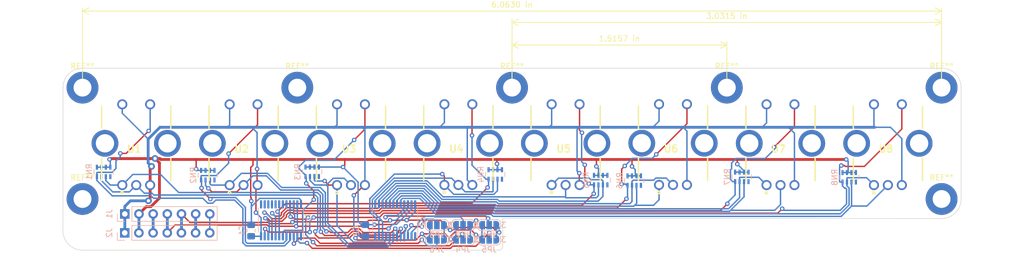
<source format=kicad_pcb>
(kicad_pcb (version 20171130) (host pcbnew "(5.1.5)-3")

  (general
    (thickness 1.6)
    (drawings 18)
    (tracks 896)
    (zones 0)
    (modules 35)
    (nets 56)
  )

  (page A0)
  (layers
    (0 F.Cu signal)
    (31 B.Cu signal)
    (32 B.Adhes user)
    (33 F.Adhes user)
    (34 B.Paste user)
    (35 F.Paste user)
    (36 B.SilkS user)
    (37 F.SilkS user)
    (38 B.Mask user)
    (39 F.Mask user)
    (40 Dwgs.User user)
    (41 Cmts.User user)
    (42 Eco1.User user)
    (43 Eco2.User user)
    (44 Edge.Cuts user)
    (45 Margin user)
    (46 B.CrtYd user)
    (47 F.CrtYd user)
    (48 B.Fab user)
    (49 F.Fab user)
  )

  (setup
    (last_trace_width 0.25)
    (user_trace_width 0.5)
    (trace_clearance 0.2)
    (zone_clearance 0.508)
    (zone_45_only no)
    (trace_min 0.2)
    (via_size 0.8)
    (via_drill 0.4)
    (via_min_size 0.4)
    (via_min_drill 0.3)
    (user_via 1.2 0.6)
    (uvia_size 0.3)
    (uvia_drill 0.1)
    (uvias_allowed no)
    (uvia_min_size 0.2)
    (uvia_min_drill 0.1)
    (edge_width 0.1)
    (segment_width 0.2)
    (pcb_text_width 0.3)
    (pcb_text_size 1.5 1.5)
    (mod_edge_width 0.15)
    (mod_text_size 1 1)
    (mod_text_width 0.15)
    (pad_size 4.8 4.8)
    (pad_drill 3.28)
    (pad_to_mask_clearance 0)
    (aux_axis_origin 0 0)
    (visible_elements 7FFFFFFF)
    (pcbplotparams
      (layerselection 0x010fc_ffffffff)
      (usegerberextensions false)
      (usegerberattributes false)
      (usegerberadvancedattributes false)
      (creategerberjobfile false)
      (excludeedgelayer true)
      (linewidth 0.100000)
      (plotframeref false)
      (viasonmask false)
      (mode 1)
      (useauxorigin false)
      (hpglpennumber 1)
      (hpglpenspeed 20)
      (hpglpendiameter 15.000000)
      (psnegative false)
      (psa4output false)
      (plotreference true)
      (plotvalue true)
      (plotinvisibletext false)
      (padsonsilk false)
      (subtractmaskfromsilk false)
      (outputformat 1)
      (mirror false)
      (drillshape 0)
      (scaleselection 1)
      (outputdirectory "C:/Users/arne-/Desktop/mixer Encoder Board/"))
  )

  (net 0 "")
  (net 1 +3V3)
  (net 2 Encoder8B)
  (net 3 GND)
  (net 4 Encoder8A)
  (net 5 Encoder8Button)
  (net 6 Encoder7B)
  (net 7 Encoder7Button)
  (net 8 Encoder7A)
  (net 9 Encoder6Button)
  (net 10 Encoder6B)
  (net 11 Encoder5Button)
  (net 12 Encoder6A)
  (net 13 Encoder5B)
  (net 14 Encoder4B)
  (net 15 Encoder5A)
  (net 16 Encoder4A)
  (net 17 Encoder3B)
  (net 18 Encoder4Button)
  (net 19 Encoder3A)
  (net 20 Encoder2B)
  (net 21 Encoder3Button)
  (net 22 Encoder2A)
  (net 23 Encoder2Button)
  (net 24 Encoder1B)
  (net 25 Encoder1Button)
  (net 26 Encoder1A)
  (net 27 SDA)
  (net 28 SCL)
  (net 29 A0_I2C1)
  (net 30 "Net-(ic1-Pad20)")
  (net 31 "Net-(ic1-Pad19)")
  (net 32 "Net-(ic1-Pad18)")
  (net 33 "Net-(ic1-Pad17)")
  (net 34 "Net-(ic1-Pad16)")
  (net 35 "Net-(ic1-Pad15)")
  (net 36 "Net-(ic1-Pad14)")
  (net 37 "Net-(ic1-Pad13)")
  (net 38 A2_I2C1)
  (net 39 A1_I2C1)
  (net 40 "Net-(ic1-Pad1)")
  (net 41 A0_I2C2)
  (net 42 A2_I2C2)
  (net 43 A1_I2C2)
  (net 44 "Net-(ic2-Pad1)")
  (net 45 LEDOUT1)
  (net 46 LEDIN)
  (net 47 +5V)
  (net 48 "Net-(RN1-Pad5)")
  (net 49 "Net-(RN2-Pad5)")
  (net 50 "Net-(RN3-Pad5)")
  (net 51 "Net-(RN4-Pad5)")
  (net 52 "Net-(RN5-Pad5)")
  (net 53 "Net-(RN6-Pad5)")
  (net 54 "Net-(RN7-Pad5)")
  (net 55 "Net-(RN8-Pad5)")

  (net_class Default "Dit is de standaard class."
    (clearance 0.2)
    (trace_width 0.25)
    (via_dia 0.8)
    (via_drill 0.4)
    (uvia_dia 0.3)
    (uvia_drill 0.1)
    (add_net +3V3)
    (add_net +5V)
    (add_net A0_I2C1)
    (add_net A0_I2C2)
    (add_net A1_I2C1)
    (add_net A1_I2C2)
    (add_net A2_I2C1)
    (add_net A2_I2C2)
    (add_net Encoder1A)
    (add_net Encoder1B)
    (add_net Encoder1Button)
    (add_net Encoder2A)
    (add_net Encoder2B)
    (add_net Encoder2Button)
    (add_net Encoder3A)
    (add_net Encoder3B)
    (add_net Encoder3Button)
    (add_net Encoder4A)
    (add_net Encoder4B)
    (add_net Encoder4Button)
    (add_net Encoder5A)
    (add_net Encoder5B)
    (add_net Encoder5Button)
    (add_net Encoder6A)
    (add_net Encoder6B)
    (add_net Encoder6Button)
    (add_net Encoder7A)
    (add_net Encoder7B)
    (add_net Encoder7Button)
    (add_net Encoder8A)
    (add_net Encoder8B)
    (add_net Encoder8Button)
    (add_net GND)
    (add_net LEDIN)
    (add_net LEDOUT1)
    (add_net "Net-(RN1-Pad5)")
    (add_net "Net-(RN2-Pad5)")
    (add_net "Net-(RN3-Pad5)")
    (add_net "Net-(RN4-Pad5)")
    (add_net "Net-(RN5-Pad5)")
    (add_net "Net-(RN6-Pad5)")
    (add_net "Net-(RN7-Pad5)")
    (add_net "Net-(RN8-Pad5)")
    (add_net "Net-(ic1-Pad1)")
    (add_net "Net-(ic1-Pad13)")
    (add_net "Net-(ic1-Pad14)")
    (add_net "Net-(ic1-Pad15)")
    (add_net "Net-(ic1-Pad16)")
    (add_net "Net-(ic1-Pad17)")
    (add_net "Net-(ic1-Pad18)")
    (add_net "Net-(ic1-Pad19)")
    (add_net "Net-(ic1-Pad20)")
    (add_net "Net-(ic2-Pad1)")
    (add_net SCL)
    (add_net SDA)
  )

  (module SamacSys_Parts:PEC12R-4XXXF-SXXXX_1 (layer F.Cu) (tedit 0) (tstamp 5F071104)
    (at 144.375 40)
    (descr PEC12R-4XXXF-SXXXX)
    (tags "Undefined or Miscellaneous")
    (path /5F8E0F34)
    (fp_text reference U8 (at -0.357 1.016) (layer F.SilkS)
      (effects (font (size 1.27 1.27) (thickness 0.254)))
    )
    (fp_text value PEC11R-4015F-S0024 (at -0.357 1.016) (layer F.SilkS) hide
      (effects (font (size 1.27 1.27) (thickness 0.254)))
    )
    (fp_circle (center -2.533 8.863) (end -2.533 8.9451) (layer F.SilkS) (width 0.254))
    (fp_line (start 6.2 6.7) (end 6.2 2.6) (layer F.SilkS) (width 0.254))
    (fp_line (start 6.2 -6.7) (end 6.2 -2.6) (layer F.SilkS) (width 0.254))
    (fp_line (start -6.2 6.7) (end -6.2 2.6) (layer F.SilkS) (width 0.254))
    (fp_line (start -6.2 -6.7) (end -6.2 -2.6) (layer F.SilkS) (width 0.254))
    (fp_line (start -6.2 6.7) (end -6.2 -6.7) (layer F.Fab) (width 0.254))
    (fp_line (start 6.2 6.7) (end -6.2 6.7) (layer F.Fab) (width 0.254))
    (fp_line (start 6.2 -6.7) (end 6.2 6.7) (layer F.Fab) (width 0.254))
    (fp_line (start -6.2 -6.7) (end 6.2 -6.7) (layer F.Fab) (width 0.254))
    (fp_text user %R (at -0.357 1.016) (layer F.Fab)
      (effects (font (size 1.27 1.27) (thickness 0.254)))
    )
    (pad 7 thru_hole circle (at -5.6 0) (size 4.8 4.8) (drill 3.28) (layers *.Cu *.Mask))
    (pad 6 thru_hole circle (at 5.6 0) (size 4.8 4.8) (drill 3.28) (layers *.Cu *.Mask))
    (pad 5 thru_hole circle (at 2.5 -7) (size 1.8 1.8) (drill 1.2) (layers *.Cu *.Mask)
      (net 5 Encoder8Button))
    (pad 4 thru_hole circle (at -2.5 -7) (size 1.8 1.8) (drill 1.2) (layers *.Cu *.Mask)
      (net 3 GND))
    (pad 3 thru_hole circle (at 0 7.5) (size 1.8 1.8) (drill 1.2) (layers *.Cu *.Mask)
      (net 2 Encoder8B))
    (pad 2 thru_hole circle (at 2.5 7.5) (size 1.8 1.8) (drill 1.2) (layers *.Cu *.Mask)
      (net 3 GND))
    (pad 1 thru_hole circle (at -2.5 7.5) (size 1.8 1.8) (drill 1.2) (layers *.Cu *.Mask)
      (net 4 Encoder8A))
    (model Y:\Projects\00_KICAD_LIB\LibLoader\SamacSys_Parts.3dshapes\PEC11R-4015F-S0024.stp
      (at (xyz 0 0 0))
      (scale (xyz 1 1 1))
      (rotate (xyz 0 0 0))
    )
  )

  (module SamacSys_Parts:PEC12R-4XXXF-SXXXX_1 (layer F.Cu) (tedit 0) (tstamp 5F0710EF)
    (at 125.125 40)
    (descr PEC12R-4XXXF-SXXXX)
    (tags "Undefined or Miscellaneous")
    (path /5F8E0F26)
    (fp_text reference U7 (at -0.357 1.016) (layer F.SilkS)
      (effects (font (size 1.27 1.27) (thickness 0.254)))
    )
    (fp_text value PEC11R-4015F-S0024 (at -0.357 1.016) (layer F.SilkS) hide
      (effects (font (size 1.27 1.27) (thickness 0.254)))
    )
    (fp_circle (center -2.533 8.863) (end -2.533 8.9451) (layer F.SilkS) (width 0.254))
    (fp_line (start 6.2 6.7) (end 6.2 2.6) (layer F.SilkS) (width 0.254))
    (fp_line (start 6.2 -6.7) (end 6.2 -2.6) (layer F.SilkS) (width 0.254))
    (fp_line (start -6.2 6.7) (end -6.2 2.6) (layer F.SilkS) (width 0.254))
    (fp_line (start -6.2 -6.7) (end -6.2 -2.6) (layer F.SilkS) (width 0.254))
    (fp_line (start -6.2 6.7) (end -6.2 -6.7) (layer F.Fab) (width 0.254))
    (fp_line (start 6.2 6.7) (end -6.2 6.7) (layer F.Fab) (width 0.254))
    (fp_line (start 6.2 -6.7) (end 6.2 6.7) (layer F.Fab) (width 0.254))
    (fp_line (start -6.2 -6.7) (end 6.2 -6.7) (layer F.Fab) (width 0.254))
    (fp_text user %R (at -0.357 1.016) (layer F.Fab)
      (effects (font (size 1.27 1.27) (thickness 0.254)))
    )
    (pad 7 thru_hole circle (at -5.6 0) (size 4.8 4.8) (drill 3.28) (layers *.Cu *.Mask))
    (pad 6 thru_hole circle (at 5.6 0) (size 4.8 4.8) (drill 3.28) (layers *.Cu *.Mask))
    (pad 5 thru_hole circle (at 2.5 -7) (size 1.8 1.8) (drill 1.2) (layers *.Cu *.Mask)
      (net 7 Encoder7Button))
    (pad 4 thru_hole circle (at -2.5 -7) (size 1.8 1.8) (drill 1.2) (layers *.Cu *.Mask)
      (net 3 GND))
    (pad 3 thru_hole circle (at 0 7.5) (size 1.8 1.8) (drill 1.2) (layers *.Cu *.Mask)
      (net 6 Encoder7B))
    (pad 2 thru_hole circle (at 2.5 7.5) (size 1.8 1.8) (drill 1.2) (layers *.Cu *.Mask)
      (net 3 GND))
    (pad 1 thru_hole circle (at -2.5 7.5) (size 1.8 1.8) (drill 1.2) (layers *.Cu *.Mask)
      (net 8 Encoder7A))
    (model Y:\Projects\00_KICAD_LIB\LibLoader\SamacSys_Parts.3dshapes\PEC11R-4015F-S0024.stp
      (at (xyz 0 0 0))
      (scale (xyz 1 1 1))
      (rotate (xyz 0 0 0))
    )
  )

  (module SamacSys_Parts:PEC12R-4XXXF-SXXXX_1 (layer F.Cu) (tedit 0) (tstamp 5F0710DA)
    (at 105.8526 39.9692)
    (descr PEC12R-4XXXF-SXXXX)
    (tags "Undefined or Miscellaneous")
    (path /5F8E0F18)
    (fp_text reference U6 (at -0.357 1.016) (layer F.SilkS)
      (effects (font (size 1.27 1.27) (thickness 0.254)))
    )
    (fp_text value PEC11R-4015F-S0024 (at -0.357 1.016) (layer F.SilkS) hide
      (effects (font (size 1.27 1.27) (thickness 0.254)))
    )
    (fp_circle (center -2.533 8.863) (end -2.533 8.9451) (layer F.SilkS) (width 0.254))
    (fp_line (start 6.2 6.7) (end 6.2 2.6) (layer F.SilkS) (width 0.254))
    (fp_line (start 6.2 -6.7) (end 6.2 -2.6) (layer F.SilkS) (width 0.254))
    (fp_line (start -6.2 6.7) (end -6.2 2.6) (layer F.SilkS) (width 0.254))
    (fp_line (start -6.2 -6.7) (end -6.2 -2.6) (layer F.SilkS) (width 0.254))
    (fp_line (start -6.2 6.7) (end -6.2 -6.7) (layer F.Fab) (width 0.254))
    (fp_line (start 6.2 6.7) (end -6.2 6.7) (layer F.Fab) (width 0.254))
    (fp_line (start 6.2 -6.7) (end 6.2 6.7) (layer F.Fab) (width 0.254))
    (fp_line (start -6.2 -6.7) (end 6.2 -6.7) (layer F.Fab) (width 0.254))
    (fp_text user %R (at -0.357 1.016) (layer F.Fab)
      (effects (font (size 1.27 1.27) (thickness 0.254)))
    )
    (pad 7 thru_hole circle (at -5.6 0) (size 4.8 4.8) (drill 3.28) (layers *.Cu *.Mask))
    (pad 6 thru_hole circle (at 5.6 0) (size 4.8 4.8) (drill 3.28) (layers *.Cu *.Mask))
    (pad 5 thru_hole circle (at 2.5 -7) (size 1.8 1.8) (drill 1.2) (layers *.Cu *.Mask)
      (net 9 Encoder6Button))
    (pad 4 thru_hole circle (at -2.5 -7) (size 1.8 1.8) (drill 1.2) (layers *.Cu *.Mask)
      (net 3 GND))
    (pad 3 thru_hole circle (at 0 7.5) (size 1.8 1.8) (drill 1.2) (layers *.Cu *.Mask)
      (net 10 Encoder6B))
    (pad 2 thru_hole circle (at 2.5 7.5) (size 1.8 1.8) (drill 1.2) (layers *.Cu *.Mask)
      (net 3 GND))
    (pad 1 thru_hole circle (at -2.5 7.5) (size 1.8 1.8) (drill 1.2) (layers *.Cu *.Mask)
      (net 12 Encoder6A))
    (model Y:\Projects\00_KICAD_LIB\LibLoader\SamacSys_Parts.3dshapes\PEC11R-4015F-S0024.stp
      (at (xyz 0 0 0))
      (scale (xyz 1 1 1))
      (rotate (xyz 0 0 0))
    )
  )

  (module SamacSys_Parts:PEC12R-4XXXF-SXXXX_1 (layer F.Cu) (tedit 0) (tstamp 5F0710C5)
    (at 86.6006 39.9796)
    (descr PEC12R-4XXXF-SXXXX)
    (tags "Undefined or Miscellaneous")
    (path /5F8D6E52)
    (fp_text reference U5 (at -0.357 1.016) (layer F.SilkS)
      (effects (font (size 1.27 1.27) (thickness 0.254)))
    )
    (fp_text value PEC11R-4015F-S0024 (at -0.357 1.016) (layer F.SilkS) hide
      (effects (font (size 1.27 1.27) (thickness 0.254)))
    )
    (fp_circle (center -2.533 8.863) (end -2.533 8.9451) (layer F.SilkS) (width 0.254))
    (fp_line (start 6.2 6.7) (end 6.2 2.6) (layer F.SilkS) (width 0.254))
    (fp_line (start 6.2 -6.7) (end 6.2 -2.6) (layer F.SilkS) (width 0.254))
    (fp_line (start -6.2 6.7) (end -6.2 2.6) (layer F.SilkS) (width 0.254))
    (fp_line (start -6.2 -6.7) (end -6.2 -2.6) (layer F.SilkS) (width 0.254))
    (fp_line (start -6.2 6.7) (end -6.2 -6.7) (layer F.Fab) (width 0.254))
    (fp_line (start 6.2 6.7) (end -6.2 6.7) (layer F.Fab) (width 0.254))
    (fp_line (start 6.2 -6.7) (end 6.2 6.7) (layer F.Fab) (width 0.254))
    (fp_line (start -6.2 -6.7) (end 6.2 -6.7) (layer F.Fab) (width 0.254))
    (fp_text user %R (at -0.357 1.016) (layer F.Fab)
      (effects (font (size 1.27 1.27) (thickness 0.254)))
    )
    (pad 7 thru_hole circle (at -5.6 0) (size 4.8 4.8) (drill 3.28) (layers *.Cu *.Mask))
    (pad 6 thru_hole circle (at 5.6 0) (size 4.8 4.8) (drill 3.28) (layers *.Cu *.Mask))
    (pad 5 thru_hole circle (at 2.5 -7) (size 1.8 1.8) (drill 1.2) (layers *.Cu *.Mask)
      (net 11 Encoder5Button))
    (pad 4 thru_hole circle (at -2.5 -7) (size 1.8 1.8) (drill 1.2) (layers *.Cu *.Mask)
      (net 3 GND))
    (pad 3 thru_hole circle (at 0 7.5) (size 1.8 1.8) (drill 1.2) (layers *.Cu *.Mask)
      (net 13 Encoder5B))
    (pad 2 thru_hole circle (at 2.5 7.5) (size 1.8 1.8) (drill 1.2) (layers *.Cu *.Mask)
      (net 3 GND))
    (pad 1 thru_hole circle (at -2.5 7.5) (size 1.8 1.8) (drill 1.2) (layers *.Cu *.Mask)
      (net 15 Encoder5A))
    (model Y:\Projects\00_KICAD_LIB\LibLoader\SamacSys_Parts.3dshapes\PEC11R-4015F-S0024.stp
      (at (xyz 0 0 0))
      (scale (xyz 1 1 1))
      (rotate (xyz 0 0 0))
    )
  )

  (module SamacSys_Parts:PEC12R-4XXXF-SXXXX_1 (layer F.Cu) (tedit 0) (tstamp 5F0710B0)
    (at 67.3742 39.9796)
    (descr PEC12R-4XXXF-SXXXX)
    (tags "Undefined or Miscellaneous")
    (path /5F8D5C9D)
    (fp_text reference U4 (at -0.357 1.016) (layer F.SilkS)
      (effects (font (size 1.27 1.27) (thickness 0.254)))
    )
    (fp_text value PEC11R-4015F-S0024 (at -0.357 1.016) (layer F.SilkS) hide
      (effects (font (size 1.27 1.27) (thickness 0.254)))
    )
    (fp_circle (center -2.533 8.863) (end -2.533 8.9451) (layer F.SilkS) (width 0.254))
    (fp_line (start 6.2 6.7) (end 6.2 2.6) (layer F.SilkS) (width 0.254))
    (fp_line (start 6.2 -6.7) (end 6.2 -2.6) (layer F.SilkS) (width 0.254))
    (fp_line (start -6.2 6.7) (end -6.2 2.6) (layer F.SilkS) (width 0.254))
    (fp_line (start -6.2 -6.7) (end -6.2 -2.6) (layer F.SilkS) (width 0.254))
    (fp_line (start -6.2 6.7) (end -6.2 -6.7) (layer F.Fab) (width 0.254))
    (fp_line (start 6.2 6.7) (end -6.2 6.7) (layer F.Fab) (width 0.254))
    (fp_line (start 6.2 -6.7) (end 6.2 6.7) (layer F.Fab) (width 0.254))
    (fp_line (start -6.2 -6.7) (end 6.2 -6.7) (layer F.Fab) (width 0.254))
    (fp_text user %R (at -0.357 1.016) (layer F.Fab)
      (effects (font (size 1.27 1.27) (thickness 0.254)))
    )
    (pad 7 thru_hole circle (at -5.6 0) (size 4.8 4.8) (drill 3.28) (layers *.Cu *.Mask))
    (pad 6 thru_hole circle (at 5.6 0) (size 4.8 4.8) (drill 3.28) (layers *.Cu *.Mask))
    (pad 5 thru_hole circle (at 2.5 -7) (size 1.8 1.8) (drill 1.2) (layers *.Cu *.Mask)
      (net 18 Encoder4Button))
    (pad 4 thru_hole circle (at -2.5 -7) (size 1.8 1.8) (drill 1.2) (layers *.Cu *.Mask)
      (net 3 GND))
    (pad 3 thru_hole circle (at 0 7.5) (size 1.8 1.8) (drill 1.2) (layers *.Cu *.Mask)
      (net 14 Encoder4B))
    (pad 2 thru_hole circle (at 2.5 7.5) (size 1.8 1.8) (drill 1.2) (layers *.Cu *.Mask)
      (net 3 GND))
    (pad 1 thru_hole circle (at -2.5 7.5) (size 1.8 1.8) (drill 1.2) (layers *.Cu *.Mask)
      (net 16 Encoder4A))
    (model Y:\Projects\00_KICAD_LIB\LibLoader\SamacSys_Parts.3dshapes\PEC11R-4015F-S0024.stp
      (at (xyz 0 0 0))
      (scale (xyz 1 1 1))
      (rotate (xyz 0 0 0))
    )
  )

  (module SamacSys_Parts:PEC12R-4XXXF-SXXXX_1 (layer F.Cu) (tedit 0) (tstamp 5F07109B)
    (at 48.125 40)
    (descr PEC12R-4XXXF-SXXXX)
    (tags "Undefined or Miscellaneous")
    (path /5F8D531B)
    (fp_text reference U3 (at -0.357 1.016) (layer F.SilkS)
      (effects (font (size 1.27 1.27) (thickness 0.254)))
    )
    (fp_text value PEC11R-4015F-S0024 (at -0.357 1.016) (layer F.SilkS) hide
      (effects (font (size 1.27 1.27) (thickness 0.254)))
    )
    (fp_circle (center -2.533 8.863) (end -2.533 8.9451) (layer F.SilkS) (width 0.254))
    (fp_line (start 6.2 6.7) (end 6.2 2.6) (layer F.SilkS) (width 0.254))
    (fp_line (start 6.2 -6.7) (end 6.2 -2.6) (layer F.SilkS) (width 0.254))
    (fp_line (start -6.2 6.7) (end -6.2 2.6) (layer F.SilkS) (width 0.254))
    (fp_line (start -6.2 -6.7) (end -6.2 -2.6) (layer F.SilkS) (width 0.254))
    (fp_line (start -6.2 6.7) (end -6.2 -6.7) (layer F.Fab) (width 0.254))
    (fp_line (start 6.2 6.7) (end -6.2 6.7) (layer F.Fab) (width 0.254))
    (fp_line (start 6.2 -6.7) (end 6.2 6.7) (layer F.Fab) (width 0.254))
    (fp_line (start -6.2 -6.7) (end 6.2 -6.7) (layer F.Fab) (width 0.254))
    (fp_text user %R (at -0.357 1.016) (layer F.Fab)
      (effects (font (size 1.27 1.27) (thickness 0.254)))
    )
    (pad 7 thru_hole circle (at -5.6 0) (size 4.8 4.8) (drill 3.28) (layers *.Cu *.Mask))
    (pad 6 thru_hole circle (at 5.6 0) (size 4.8 4.8) (drill 3.28) (layers *.Cu *.Mask))
    (pad 5 thru_hole circle (at 2.5 -7) (size 1.8 1.8) (drill 1.2) (layers *.Cu *.Mask)
      (net 21 Encoder3Button))
    (pad 4 thru_hole circle (at -2.5 -7) (size 1.8 1.8) (drill 1.2) (layers *.Cu *.Mask)
      (net 3 GND))
    (pad 3 thru_hole circle (at 0 7.5) (size 1.8 1.8) (drill 1.2) (layers *.Cu *.Mask)
      (net 17 Encoder3B))
    (pad 2 thru_hole circle (at 2.5 7.5) (size 1.8 1.8) (drill 1.2) (layers *.Cu *.Mask)
      (net 3 GND))
    (pad 1 thru_hole circle (at -2.5 7.5) (size 1.8 1.8) (drill 1.2) (layers *.Cu *.Mask)
      (net 19 Encoder3A))
    (model Y:\Projects\00_KICAD_LIB\LibLoader\SamacSys_Parts.3dshapes\PEC11R-4015F-S0024.stp
      (at (xyz 0 0 0))
      (scale (xyz 1 1 1))
      (rotate (xyz 0 0 0))
    )
  )

  (module SamacSys_Parts:PEC12R-4XXXF-SXXXX_1 (layer F.Cu) (tedit 0) (tstamp 5F071086)
    (at 28.875 40)
    (descr PEC12R-4XXXF-SXXXX)
    (tags "Undefined or Miscellaneous")
    (path /5F8D46EA)
    (fp_text reference U2 (at -0.357 1.016) (layer F.SilkS)
      (effects (font (size 1.27 1.27) (thickness 0.254)))
    )
    (fp_text value PEC11R-4015F-S0024 (at -0.357 1.016) (layer F.SilkS) hide
      (effects (font (size 1.27 1.27) (thickness 0.254)))
    )
    (fp_circle (center -2.533 8.863) (end -2.533 8.9451) (layer F.SilkS) (width 0.254))
    (fp_line (start 6.2 6.7) (end 6.2 2.6) (layer F.SilkS) (width 0.254))
    (fp_line (start 6.2 -6.7) (end 6.2 -2.6) (layer F.SilkS) (width 0.254))
    (fp_line (start -6.2 6.7) (end -6.2 2.6) (layer F.SilkS) (width 0.254))
    (fp_line (start -6.2 -6.7) (end -6.2 -2.6) (layer F.SilkS) (width 0.254))
    (fp_line (start -6.2 6.7) (end -6.2 -6.7) (layer F.Fab) (width 0.254))
    (fp_line (start 6.2 6.7) (end -6.2 6.7) (layer F.Fab) (width 0.254))
    (fp_line (start 6.2 -6.7) (end 6.2 6.7) (layer F.Fab) (width 0.254))
    (fp_line (start -6.2 -6.7) (end 6.2 -6.7) (layer F.Fab) (width 0.254))
    (fp_text user %R (at -0.357 1.016) (layer F.Fab)
      (effects (font (size 1.27 1.27) (thickness 0.254)))
    )
    (pad 7 thru_hole circle (at -5.6 0) (size 4.8 4.8) (drill 3.28) (layers *.Cu *.Mask))
    (pad 6 thru_hole circle (at 5.6 0) (size 4.8 4.8) (drill 3.28) (layers *.Cu *.Mask))
    (pad 5 thru_hole circle (at 2.5 -7) (size 1.8 1.8) (drill 1.2) (layers *.Cu *.Mask)
      (net 23 Encoder2Button))
    (pad 4 thru_hole circle (at -2.5 -7) (size 1.8 1.8) (drill 1.2) (layers *.Cu *.Mask)
      (net 3 GND))
    (pad 3 thru_hole circle (at 0 7.5) (size 1.8 1.8) (drill 1.2) (layers *.Cu *.Mask)
      (net 20 Encoder2B))
    (pad 2 thru_hole circle (at 2.5 7.5) (size 1.8 1.8) (drill 1.2) (layers *.Cu *.Mask)
      (net 3 GND))
    (pad 1 thru_hole circle (at -2.5 7.5) (size 1.8 1.8) (drill 1.2) (layers *.Cu *.Mask)
      (net 22 Encoder2A))
    (model Y:\Projects\00_KICAD_LIB\LibLoader\SamacSys_Parts.3dshapes\PEC11R-4015F-S0024.stp
      (at (xyz 0 0 0))
      (scale (xyz 1 1 1))
      (rotate (xyz 0 0 0))
    )
  )

  (module SamacSys_Parts:PEC12R-4XXXF-SXXXX_1 (layer F.Cu) (tedit 0) (tstamp 5F071071)
    (at 9.625 40)
    (descr PEC12R-4XXXF-SXXXX)
    (tags "Undefined or Miscellaneous")
    (path /5F8D1549)
    (fp_text reference U1 (at -0.357 1.016) (layer F.SilkS)
      (effects (font (size 1.27 1.27) (thickness 0.254)))
    )
    (fp_text value PEC11R-4015F-S0024 (at -0.357 1.016) (layer F.SilkS) hide
      (effects (font (size 1.27 1.27) (thickness 0.254)))
    )
    (fp_circle (center -2.533 8.863) (end -2.533 8.9451) (layer F.SilkS) (width 0.254))
    (fp_line (start 6.2 6.7) (end 6.2 2.6) (layer F.SilkS) (width 0.254))
    (fp_line (start 6.2 -6.7) (end 6.2 -2.6) (layer F.SilkS) (width 0.254))
    (fp_line (start -6.2 6.7) (end -6.2 2.6) (layer F.SilkS) (width 0.254))
    (fp_line (start -6.2 -6.7) (end -6.2 -2.6) (layer F.SilkS) (width 0.254))
    (fp_line (start -6.2 6.7) (end -6.2 -6.7) (layer F.Fab) (width 0.254))
    (fp_line (start 6.2 6.7) (end -6.2 6.7) (layer F.Fab) (width 0.254))
    (fp_line (start 6.2 -6.7) (end 6.2 6.7) (layer F.Fab) (width 0.254))
    (fp_line (start -6.2 -6.7) (end 6.2 -6.7) (layer F.Fab) (width 0.254))
    (fp_text user %R (at -0.357 1.016) (layer F.Fab)
      (effects (font (size 1.27 1.27) (thickness 0.254)))
    )
    (pad 7 thru_hole circle (at -5.6 0) (size 4.8 4.8) (drill 3.28) (layers *.Cu *.Mask))
    (pad 6 thru_hole circle (at 5.6 0) (size 4.8 4.8) (drill 3.28) (layers *.Cu *.Mask))
    (pad 5 thru_hole circle (at 2.5 -7) (size 1.8 1.8) (drill 1.2) (layers *.Cu *.Mask)
      (net 25 Encoder1Button))
    (pad 4 thru_hole circle (at -2.5 -7) (size 1.8 1.8) (drill 1.2) (layers *.Cu *.Mask)
      (net 3 GND))
    (pad 3 thru_hole circle (at 0 7.5) (size 1.8 1.8) (drill 1.2) (layers *.Cu *.Mask)
      (net 24 Encoder1B))
    (pad 2 thru_hole circle (at 2.5 7.5) (size 1.8 1.8) (drill 1.2) (layers *.Cu *.Mask)
      (net 3 GND))
    (pad 1 thru_hole circle (at -2.5 7.5) (size 1.8 1.8) (drill 1.2) (layers *.Cu *.Mask)
      (net 26 Encoder1A))
    (model Y:\Projects\00_KICAD_LIB\LibLoader\SamacSys_Parts.3dshapes\PEC11R-4015F-S0024.stp
      (at (xyz 0 0 0))
      (scale (xyz 1 1 1))
      (rotate (xyz 0 0 0))
    )
  )

  (module Resistor_SMD:R_Array_Concave_4x0603 (layer B.Cu) (tedit 58E0A85E) (tstamp 5F07105C)
    (at 137.4394 46.101 270)
    (descr "Thick Film Chip Resistor Array, Wave soldering, Vishay CRA06P (see cra06p.pdf)")
    (tags "resistor array")
    (path /5F92A305)
    (attr smd)
    (fp_text reference RN8 (at 0 2.6 90) (layer B.SilkS)
      (effects (font (size 1 1) (thickness 0.15)) (justify mirror))
    )
    (fp_text value R_Pack04 (at 0 -2.6 90) (layer B.Fab)
      (effects (font (size 1 1) (thickness 0.15)) (justify mirror))
    )
    (fp_line (start 1.55 -1.87) (end -1.55 -1.87) (layer B.CrtYd) (width 0.05))
    (fp_line (start 1.55 -1.87) (end 1.55 1.88) (layer B.CrtYd) (width 0.05))
    (fp_line (start -1.55 1.88) (end -1.55 -1.87) (layer B.CrtYd) (width 0.05))
    (fp_line (start -1.55 1.88) (end 1.55 1.88) (layer B.CrtYd) (width 0.05))
    (fp_line (start 0.4 1.72) (end -0.4 1.72) (layer B.SilkS) (width 0.12))
    (fp_line (start 0.4 -1.72) (end -0.4 -1.72) (layer B.SilkS) (width 0.12))
    (fp_line (start -0.8 -1.6) (end -0.8 1.6) (layer B.Fab) (width 0.1))
    (fp_line (start 0.8 -1.6) (end -0.8 -1.6) (layer B.Fab) (width 0.1))
    (fp_line (start 0.8 1.6) (end 0.8 -1.6) (layer B.Fab) (width 0.1))
    (fp_line (start -0.8 1.6) (end 0.8 1.6) (layer B.Fab) (width 0.1))
    (fp_text user %R (at 0 0 180) (layer B.Fab)
      (effects (font (size 0.5 0.5) (thickness 0.075)) (justify mirror))
    )
    (pad 5 smd rect (at 0.85 -1.2 270) (size 0.9 0.4) (layers B.Cu B.Paste B.Mask)
      (net 55 "Net-(RN8-Pad5)"))
    (pad 6 smd rect (at 0.85 -0.4 270) (size 0.9 0.4) (layers B.Cu B.Paste B.Mask)
      (net 2 Encoder8B))
    (pad 7 smd rect (at 0.85 0.4 270) (size 0.9 0.4) (layers B.Cu B.Paste B.Mask)
      (net 4 Encoder8A))
    (pad 8 smd rect (at 0.85 1.2 270) (size 0.9 0.4) (layers B.Cu B.Paste B.Mask)
      (net 5 Encoder8Button))
    (pad 4 smd rect (at -0.85 -1.2 270) (size 0.9 0.4) (layers B.Cu B.Paste B.Mask)
      (net 1 +3V3))
    (pad 1 smd rect (at -0.85 1.2 270) (size 0.9 0.4) (layers B.Cu B.Paste B.Mask)
      (net 1 +3V3))
    (pad 3 smd rect (at -0.85 -0.4 270) (size 0.9 0.4) (layers B.Cu B.Paste B.Mask)
      (net 1 +3V3))
    (pad 2 smd rect (at -0.85 0.4 270) (size 0.9 0.4) (layers B.Cu B.Paste B.Mask)
      (net 1 +3V3))
    (model ${KISYS3DMOD}/Resistor_SMD.3dshapes/R_Array_Concave_4x0603.wrl
      (at (xyz 0 0 0))
      (scale (xyz 1 1 1))
      (rotate (xyz 0 0 0))
    )
  )

  (module Resistor_SMD:R_Array_Concave_4x0603 (layer B.Cu) (tedit 58E0A85E) (tstamp 5F071045)
    (at 118.1862 46.0248 270)
    (descr "Thick Film Chip Resistor Array, Wave soldering, Vishay CRA06P (see cra06p.pdf)")
    (tags "resistor array")
    (path /5F92A2FF)
    (attr smd)
    (fp_text reference RN7 (at 0 2.6 90) (layer B.SilkS)
      (effects (font (size 1 1) (thickness 0.15)) (justify mirror))
    )
    (fp_text value R_Pack04 (at 0 -2.6 90) (layer B.Fab)
      (effects (font (size 1 1) (thickness 0.15)) (justify mirror))
    )
    (fp_line (start 1.55 -1.87) (end -1.55 -1.87) (layer B.CrtYd) (width 0.05))
    (fp_line (start 1.55 -1.87) (end 1.55 1.88) (layer B.CrtYd) (width 0.05))
    (fp_line (start -1.55 1.88) (end -1.55 -1.87) (layer B.CrtYd) (width 0.05))
    (fp_line (start -1.55 1.88) (end 1.55 1.88) (layer B.CrtYd) (width 0.05))
    (fp_line (start 0.4 1.72) (end -0.4 1.72) (layer B.SilkS) (width 0.12))
    (fp_line (start 0.4 -1.72) (end -0.4 -1.72) (layer B.SilkS) (width 0.12))
    (fp_line (start -0.8 -1.6) (end -0.8 1.6) (layer B.Fab) (width 0.1))
    (fp_line (start 0.8 -1.6) (end -0.8 -1.6) (layer B.Fab) (width 0.1))
    (fp_line (start 0.8 1.6) (end 0.8 -1.6) (layer B.Fab) (width 0.1))
    (fp_line (start -0.8 1.6) (end 0.8 1.6) (layer B.Fab) (width 0.1))
    (fp_text user %R (at 0 0 180) (layer B.Fab)
      (effects (font (size 0.5 0.5) (thickness 0.075)) (justify mirror))
    )
    (pad 5 smd rect (at 0.85 -1.2 270) (size 0.9 0.4) (layers B.Cu B.Paste B.Mask)
      (net 54 "Net-(RN7-Pad5)"))
    (pad 6 smd rect (at 0.85 -0.4 270) (size 0.9 0.4) (layers B.Cu B.Paste B.Mask)
      (net 6 Encoder7B))
    (pad 7 smd rect (at 0.85 0.4 270) (size 0.9 0.4) (layers B.Cu B.Paste B.Mask)
      (net 8 Encoder7A))
    (pad 8 smd rect (at 0.85 1.2 270) (size 0.9 0.4) (layers B.Cu B.Paste B.Mask)
      (net 7 Encoder7Button))
    (pad 4 smd rect (at -0.85 -1.2 270) (size 0.9 0.4) (layers B.Cu B.Paste B.Mask)
      (net 1 +3V3))
    (pad 1 smd rect (at -0.85 1.2 270) (size 0.9 0.4) (layers B.Cu B.Paste B.Mask)
      (net 1 +3V3))
    (pad 3 smd rect (at -0.85 -0.4 270) (size 0.9 0.4) (layers B.Cu B.Paste B.Mask)
      (net 1 +3V3))
    (pad 2 smd rect (at -0.85 0.4 270) (size 0.9 0.4) (layers B.Cu B.Paste B.Mask)
      (net 1 +3V3))
    (model ${KISYS3DMOD}/Resistor_SMD.3dshapes/R_Array_Concave_4x0603.wrl
      (at (xyz 0 0 0))
      (scale (xyz 1 1 1))
      (rotate (xyz 0 0 0))
    )
  )

  (module Resistor_SMD:R_Array_Concave_4x0603 (layer B.Cu) (tedit 58E0A85E) (tstamp 5F07102E)
    (at 98.9012 46.697 270)
    (descr "Thick Film Chip Resistor Array, Wave soldering, Vishay CRA06P (see cra06p.pdf)")
    (tags "resistor array")
    (path /5F924AEA)
    (attr smd)
    (fp_text reference RN6 (at 0 2.6 270) (layer B.SilkS)
      (effects (font (size 1 1) (thickness 0.15)) (justify mirror))
    )
    (fp_text value R_Pack04 (at 0 -2.6 270) (layer B.Fab)
      (effects (font (size 1 1) (thickness 0.15)) (justify mirror))
    )
    (fp_line (start 1.55 -1.87) (end -1.55 -1.87) (layer B.CrtYd) (width 0.05))
    (fp_line (start 1.55 -1.87) (end 1.55 1.88) (layer B.CrtYd) (width 0.05))
    (fp_line (start -1.55 1.88) (end -1.55 -1.87) (layer B.CrtYd) (width 0.05))
    (fp_line (start -1.55 1.88) (end 1.55 1.88) (layer B.CrtYd) (width 0.05))
    (fp_line (start 0.4 1.72) (end -0.4 1.72) (layer B.SilkS) (width 0.12))
    (fp_line (start 0.4 -1.72) (end -0.4 -1.72) (layer B.SilkS) (width 0.12))
    (fp_line (start -0.8 -1.6) (end -0.8 1.6) (layer B.Fab) (width 0.1))
    (fp_line (start 0.8 -1.6) (end -0.8 -1.6) (layer B.Fab) (width 0.1))
    (fp_line (start 0.8 1.6) (end 0.8 -1.6) (layer B.Fab) (width 0.1))
    (fp_line (start -0.8 1.6) (end 0.8 1.6) (layer B.Fab) (width 0.1))
    (fp_text user %R (at 0 0) (layer B.Fab)
      (effects (font (size 0.5 0.5) (thickness 0.075)) (justify mirror))
    )
    (pad 5 smd rect (at 0.85 -1.2 270) (size 0.9 0.4) (layers B.Cu B.Paste B.Mask)
      (net 53 "Net-(RN6-Pad5)"))
    (pad 6 smd rect (at 0.85 -0.4 270) (size 0.9 0.4) (layers B.Cu B.Paste B.Mask)
      (net 12 Encoder6A))
    (pad 7 smd rect (at 0.85 0.4 270) (size 0.9 0.4) (layers B.Cu B.Paste B.Mask)
      (net 10 Encoder6B))
    (pad 8 smd rect (at 0.85 1.2 270) (size 0.9 0.4) (layers B.Cu B.Paste B.Mask)
      (net 9 Encoder6Button))
    (pad 4 smd rect (at -0.85 -1.2 270) (size 0.9 0.4) (layers B.Cu B.Paste B.Mask)
      (net 1 +3V3))
    (pad 1 smd rect (at -0.85 1.2 270) (size 0.9 0.4) (layers B.Cu B.Paste B.Mask)
      (net 1 +3V3))
    (pad 3 smd rect (at -0.85 -0.4 270) (size 0.9 0.4) (layers B.Cu B.Paste B.Mask)
      (net 1 +3V3))
    (pad 2 smd rect (at -0.85 0.4 270) (size 0.9 0.4) (layers B.Cu B.Paste B.Mask)
      (net 1 +3V3))
    (model ${KISYS3DMOD}/Resistor_SMD.3dshapes/R_Array_Concave_4x0603.wrl
      (at (xyz 0 0 0))
      (scale (xyz 1 1 1))
      (rotate (xyz 0 0 0))
    )
  )

  (module Resistor_SMD:R_Array_Concave_4x0603 (layer B.Cu) (tedit 58E0A85E) (tstamp 5F071017)
    (at 92.8878 46.609 270)
    (descr "Thick Film Chip Resistor Array, Wave soldering, Vishay CRA06P (see cra06p.pdf)")
    (tags "resistor array")
    (path /5F9234F7)
    (attr smd)
    (fp_text reference RN5 (at 0 2.6 90) (layer B.SilkS)
      (effects (font (size 1 1) (thickness 0.15)) (justify mirror))
    )
    (fp_text value R_Pack04 (at 0 -2.6 90) (layer B.Fab)
      (effects (font (size 1 1) (thickness 0.15)) (justify mirror))
    )
    (fp_line (start 1.55 -1.87) (end -1.55 -1.87) (layer B.CrtYd) (width 0.05))
    (fp_line (start 1.55 -1.87) (end 1.55 1.88) (layer B.CrtYd) (width 0.05))
    (fp_line (start -1.55 1.88) (end -1.55 -1.87) (layer B.CrtYd) (width 0.05))
    (fp_line (start -1.55 1.88) (end 1.55 1.88) (layer B.CrtYd) (width 0.05))
    (fp_line (start 0.4 1.72) (end -0.4 1.72) (layer B.SilkS) (width 0.12))
    (fp_line (start 0.4 -1.72) (end -0.4 -1.72) (layer B.SilkS) (width 0.12))
    (fp_line (start -0.8 -1.6) (end -0.8 1.6) (layer B.Fab) (width 0.1))
    (fp_line (start 0.8 -1.6) (end -0.8 -1.6) (layer B.Fab) (width 0.1))
    (fp_line (start 0.8 1.6) (end 0.8 -1.6) (layer B.Fab) (width 0.1))
    (fp_line (start -0.8 1.6) (end 0.8 1.6) (layer B.Fab) (width 0.1))
    (fp_text user %R (at 0 0 180) (layer B.Fab)
      (effects (font (size 0.5 0.5) (thickness 0.075)) (justify mirror))
    )
    (pad 5 smd rect (at 0.85 -1.2 270) (size 0.9 0.4) (layers B.Cu B.Paste B.Mask)
      (net 52 "Net-(RN5-Pad5)"))
    (pad 6 smd rect (at 0.85 -0.4 270) (size 0.9 0.4) (layers B.Cu B.Paste B.Mask)
      (net 15 Encoder5A))
    (pad 7 smd rect (at 0.85 0.4 270) (size 0.9 0.4) (layers B.Cu B.Paste B.Mask)
      (net 13 Encoder5B))
    (pad 8 smd rect (at 0.85 1.2 270) (size 0.9 0.4) (layers B.Cu B.Paste B.Mask)
      (net 11 Encoder5Button))
    (pad 4 smd rect (at -0.85 -1.2 270) (size 0.9 0.4) (layers B.Cu B.Paste B.Mask)
      (net 1 +3V3))
    (pad 1 smd rect (at -0.85 1.2 270) (size 0.9 0.4) (layers B.Cu B.Paste B.Mask)
      (net 1 +3V3))
    (pad 3 smd rect (at -0.85 -0.4 270) (size 0.9 0.4) (layers B.Cu B.Paste B.Mask)
      (net 1 +3V3))
    (pad 2 smd rect (at -0.85 0.4 270) (size 0.9 0.4) (layers B.Cu B.Paste B.Mask)
      (net 1 +3V3))
    (model ${KISYS3DMOD}/Resistor_SMD.3dshapes/R_Array_Concave_4x0603.wrl
      (at (xyz 0 0 0))
      (scale (xyz 1 1 1))
      (rotate (xyz 0 0 0))
    )
  )

  (module Resistor_SMD:R_Array_Concave_4x0603 (layer B.Cu) (tedit 58E0A85E) (tstamp 5F071000)
    (at 73.9902 45.593 270)
    (descr "Thick Film Chip Resistor Array, Wave soldering, Vishay CRA06P (see cra06p.pdf)")
    (tags "resistor array")
    (path /5F922545)
    (attr smd)
    (fp_text reference RN4 (at 0 2.6 90) (layer B.SilkS)
      (effects (font (size 1 1) (thickness 0.15)) (justify mirror))
    )
    (fp_text value R_Pack04 (at 0 -2.6 90) (layer B.Fab)
      (effects (font (size 1 1) (thickness 0.15)) (justify mirror))
    )
    (fp_line (start 1.55 -1.87) (end -1.55 -1.87) (layer B.CrtYd) (width 0.05))
    (fp_line (start 1.55 -1.87) (end 1.55 1.88) (layer B.CrtYd) (width 0.05))
    (fp_line (start -1.55 1.88) (end -1.55 -1.87) (layer B.CrtYd) (width 0.05))
    (fp_line (start -1.55 1.88) (end 1.55 1.88) (layer B.CrtYd) (width 0.05))
    (fp_line (start 0.4 1.72) (end -0.4 1.72) (layer B.SilkS) (width 0.12))
    (fp_line (start 0.4 -1.72) (end -0.4 -1.72) (layer B.SilkS) (width 0.12))
    (fp_line (start -0.8 -1.6) (end -0.8 1.6) (layer B.Fab) (width 0.1))
    (fp_line (start 0.8 -1.6) (end -0.8 -1.6) (layer B.Fab) (width 0.1))
    (fp_line (start 0.8 1.6) (end 0.8 -1.6) (layer B.Fab) (width 0.1))
    (fp_line (start -0.8 1.6) (end 0.8 1.6) (layer B.Fab) (width 0.1))
    (fp_text user %R (at 0 0 180) (layer B.Fab)
      (effects (font (size 0.5 0.5) (thickness 0.075)) (justify mirror))
    )
    (pad 5 smd rect (at 0.85 -1.2 270) (size 0.9 0.4) (layers B.Cu B.Paste B.Mask)
      (net 51 "Net-(RN4-Pad5)"))
    (pad 6 smd rect (at 0.85 -0.4 270) (size 0.9 0.4) (layers B.Cu B.Paste B.Mask)
      (net 16 Encoder4A))
    (pad 7 smd rect (at 0.85 0.4 270) (size 0.9 0.4) (layers B.Cu B.Paste B.Mask)
      (net 14 Encoder4B))
    (pad 8 smd rect (at 0.85 1.2 270) (size 0.9 0.4) (layers B.Cu B.Paste B.Mask)
      (net 18 Encoder4Button))
    (pad 4 smd rect (at -0.85 -1.2 270) (size 0.9 0.4) (layers B.Cu B.Paste B.Mask)
      (net 1 +3V3))
    (pad 1 smd rect (at -0.85 1.2 270) (size 0.9 0.4) (layers B.Cu B.Paste B.Mask)
      (net 1 +3V3))
    (pad 3 smd rect (at -0.85 -0.4 270) (size 0.9 0.4) (layers B.Cu B.Paste B.Mask)
      (net 1 +3V3))
    (pad 2 smd rect (at -0.85 0.4 270) (size 0.9 0.4) (layers B.Cu B.Paste B.Mask)
      (net 1 +3V3))
    (model ${KISYS3DMOD}/Resistor_SMD.3dshapes/R_Array_Concave_4x0603.wrl
      (at (xyz 0 0 0))
      (scale (xyz 1 1 1))
      (rotate (xyz 0 0 0))
    )
  )

  (module Resistor_SMD:R_Array_Concave_4x0603 (layer B.Cu) (tedit 58E0A85E) (tstamp 5F070FE9)
    (at 41.1734 45.1104 270)
    (descr "Thick Film Chip Resistor Array, Wave soldering, Vishay CRA06P (see cra06p.pdf)")
    (tags "resistor array")
    (path /5F9217F0)
    (attr smd)
    (fp_text reference RN3 (at 0 2.6 90) (layer B.SilkS)
      (effects (font (size 1 1) (thickness 0.15)) (justify mirror))
    )
    (fp_text value R_Pack04 (at 0 -2.6 90) (layer B.Fab)
      (effects (font (size 1 1) (thickness 0.15)) (justify mirror))
    )
    (fp_line (start 1.55 -1.87) (end -1.55 -1.87) (layer B.CrtYd) (width 0.05))
    (fp_line (start 1.55 -1.87) (end 1.55 1.88) (layer B.CrtYd) (width 0.05))
    (fp_line (start -1.55 1.88) (end -1.55 -1.87) (layer B.CrtYd) (width 0.05))
    (fp_line (start -1.55 1.88) (end 1.55 1.88) (layer B.CrtYd) (width 0.05))
    (fp_line (start 0.4 1.72) (end -0.4 1.72) (layer B.SilkS) (width 0.12))
    (fp_line (start 0.4 -1.72) (end -0.4 -1.72) (layer B.SilkS) (width 0.12))
    (fp_line (start -0.8 -1.6) (end -0.8 1.6) (layer B.Fab) (width 0.1))
    (fp_line (start 0.8 -1.6) (end -0.8 -1.6) (layer B.Fab) (width 0.1))
    (fp_line (start 0.8 1.6) (end 0.8 -1.6) (layer B.Fab) (width 0.1))
    (fp_line (start -0.8 1.6) (end 0.8 1.6) (layer B.Fab) (width 0.1))
    (fp_text user %R (at 0 0 180) (layer B.Fab)
      (effects (font (size 0.5 0.5) (thickness 0.075)) (justify mirror))
    )
    (pad 5 smd rect (at 0.85 -1.2 270) (size 0.9 0.4) (layers B.Cu B.Paste B.Mask)
      (net 50 "Net-(RN3-Pad5)"))
    (pad 6 smd rect (at 0.85 -0.4 270) (size 0.9 0.4) (layers B.Cu B.Paste B.Mask)
      (net 19 Encoder3A))
    (pad 7 smd rect (at 0.85 0.4 270) (size 0.9 0.4) (layers B.Cu B.Paste B.Mask)
      (net 17 Encoder3B))
    (pad 8 smd rect (at 0.85 1.2 270) (size 0.9 0.4) (layers B.Cu B.Paste B.Mask)
      (net 21 Encoder3Button))
    (pad 4 smd rect (at -0.85 -1.2 270) (size 0.9 0.4) (layers B.Cu B.Paste B.Mask)
      (net 1 +3V3))
    (pad 1 smd rect (at -0.85 1.2 270) (size 0.9 0.4) (layers B.Cu B.Paste B.Mask)
      (net 1 +3V3))
    (pad 3 smd rect (at -0.85 -0.4 270) (size 0.9 0.4) (layers B.Cu B.Paste B.Mask)
      (net 1 +3V3))
    (pad 2 smd rect (at -0.85 0.4 270) (size 0.9 0.4) (layers B.Cu B.Paste B.Mask)
      (net 1 +3V3))
    (model ${KISYS3DMOD}/Resistor_SMD.3dshapes/R_Array_Concave_4x0603.wrl
      (at (xyz 0 0 0))
      (scale (xyz 1 1 1))
      (rotate (xyz 0 0 0))
    )
  )

  (module Resistor_SMD:R_Array_Concave_4x0603 (layer B.Cu) (tedit 58E0A85E) (tstamp 5F070FD2)
    (at 22.4536 45.72 270)
    (descr "Thick Film Chip Resistor Array, Wave soldering, Vishay CRA06P (see cra06p.pdf)")
    (tags "resistor array")
    (path /5F920BBD)
    (attr smd)
    (fp_text reference RN2 (at 0 2.6 90) (layer B.SilkS)
      (effects (font (size 1 1) (thickness 0.15)) (justify mirror))
    )
    (fp_text value R_Pack04 (at 0 -2.6 90) (layer B.Fab)
      (effects (font (size 1 1) (thickness 0.15)) (justify mirror))
    )
    (fp_line (start 1.55 -1.87) (end -1.55 -1.87) (layer B.CrtYd) (width 0.05))
    (fp_line (start 1.55 -1.87) (end 1.55 1.88) (layer B.CrtYd) (width 0.05))
    (fp_line (start -1.55 1.88) (end -1.55 -1.87) (layer B.CrtYd) (width 0.05))
    (fp_line (start -1.55 1.88) (end 1.55 1.88) (layer B.CrtYd) (width 0.05))
    (fp_line (start 0.4 1.72) (end -0.4 1.72) (layer B.SilkS) (width 0.12))
    (fp_line (start 0.4 -1.72) (end -0.4 -1.72) (layer B.SilkS) (width 0.12))
    (fp_line (start -0.8 -1.6) (end -0.8 1.6) (layer B.Fab) (width 0.1))
    (fp_line (start 0.8 -1.6) (end -0.8 -1.6) (layer B.Fab) (width 0.1))
    (fp_line (start 0.8 1.6) (end 0.8 -1.6) (layer B.Fab) (width 0.1))
    (fp_line (start -0.8 1.6) (end 0.8 1.6) (layer B.Fab) (width 0.1))
    (fp_text user %R (at 0 0 180) (layer B.Fab)
      (effects (font (size 0.5 0.5) (thickness 0.075)) (justify mirror))
    )
    (pad 5 smd rect (at 0.85 -1.2 270) (size 0.9 0.4) (layers B.Cu B.Paste B.Mask)
      (net 49 "Net-(RN2-Pad5)"))
    (pad 6 smd rect (at 0.85 -0.4 270) (size 0.9 0.4) (layers B.Cu B.Paste B.Mask)
      (net 22 Encoder2A))
    (pad 7 smd rect (at 0.85 0.4 270) (size 0.9 0.4) (layers B.Cu B.Paste B.Mask)
      (net 20 Encoder2B))
    (pad 8 smd rect (at 0.85 1.2 270) (size 0.9 0.4) (layers B.Cu B.Paste B.Mask)
      (net 23 Encoder2Button))
    (pad 4 smd rect (at -0.85 -1.2 270) (size 0.9 0.4) (layers B.Cu B.Paste B.Mask)
      (net 1 +3V3))
    (pad 1 smd rect (at -0.85 1.2 270) (size 0.9 0.4) (layers B.Cu B.Paste B.Mask)
      (net 1 +3V3))
    (pad 3 smd rect (at -0.85 -0.4 270) (size 0.9 0.4) (layers B.Cu B.Paste B.Mask)
      (net 1 +3V3))
    (pad 2 smd rect (at -0.85 0.4 270) (size 0.9 0.4) (layers B.Cu B.Paste B.Mask)
      (net 1 +3V3))
    (model ${KISYS3DMOD}/Resistor_SMD.3dshapes/R_Array_Concave_4x0603.wrl
      (at (xyz 0 0 0))
      (scale (xyz 1 1 1))
      (rotate (xyz 0 0 0))
    )
  )

  (module Resistor_SMD:R_Array_Concave_4x0603 (layer B.Cu) (tedit 58E0A85E) (tstamp 5F070FBB)
    (at 3.7846 45.1358 270)
    (descr "Thick Film Chip Resistor Array, Wave soldering, Vishay CRA06P (see cra06p.pdf)")
    (tags "resistor array")
    (path /5F91B573)
    (attr smd)
    (fp_text reference RN1 (at 0 2.6 90) (layer B.SilkS)
      (effects (font (size 1 1) (thickness 0.15)) (justify mirror))
    )
    (fp_text value R_Pack04 (at 0 -2.6 90) (layer B.Fab)
      (effects (font (size 1 1) (thickness 0.15)) (justify mirror))
    )
    (fp_line (start 1.55 -1.87) (end -1.55 -1.87) (layer B.CrtYd) (width 0.05))
    (fp_line (start 1.55 -1.87) (end 1.55 1.88) (layer B.CrtYd) (width 0.05))
    (fp_line (start -1.55 1.88) (end -1.55 -1.87) (layer B.CrtYd) (width 0.05))
    (fp_line (start -1.55 1.88) (end 1.55 1.88) (layer B.CrtYd) (width 0.05))
    (fp_line (start 0.4 1.72) (end -0.4 1.72) (layer B.SilkS) (width 0.12))
    (fp_line (start 0.4 -1.72) (end -0.4 -1.72) (layer B.SilkS) (width 0.12))
    (fp_line (start -0.8 -1.6) (end -0.8 1.6) (layer B.Fab) (width 0.1))
    (fp_line (start 0.8 -1.6) (end -0.8 -1.6) (layer B.Fab) (width 0.1))
    (fp_line (start 0.8 1.6) (end 0.8 -1.6) (layer B.Fab) (width 0.1))
    (fp_line (start -0.8 1.6) (end 0.8 1.6) (layer B.Fab) (width 0.1))
    (fp_text user %R (at 0 0 180) (layer B.Fab)
      (effects (font (size 0.5 0.5) (thickness 0.075)) (justify mirror))
    )
    (pad 5 smd rect (at 0.85 -1.2 270) (size 0.9 0.4) (layers B.Cu B.Paste B.Mask)
      (net 48 "Net-(RN1-Pad5)"))
    (pad 6 smd rect (at 0.85 -0.4 270) (size 0.9 0.4) (layers B.Cu B.Paste B.Mask)
      (net 26 Encoder1A))
    (pad 7 smd rect (at 0.85 0.4 270) (size 0.9 0.4) (layers B.Cu B.Paste B.Mask)
      (net 24 Encoder1B))
    (pad 8 smd rect (at 0.85 1.2 270) (size 0.9 0.4) (layers B.Cu B.Paste B.Mask)
      (net 25 Encoder1Button))
    (pad 4 smd rect (at -0.85 -1.2 270) (size 0.9 0.4) (layers B.Cu B.Paste B.Mask)
      (net 1 +3V3))
    (pad 1 smd rect (at -0.85 1.2 270) (size 0.9 0.4) (layers B.Cu B.Paste B.Mask)
      (net 1 +3V3))
    (pad 3 smd rect (at -0.85 -0.4 270) (size 0.9 0.4) (layers B.Cu B.Paste B.Mask)
      (net 1 +3V3))
    (pad 2 smd rect (at -0.85 0.4 270) (size 0.9 0.4) (layers B.Cu B.Paste B.Mask)
      (net 1 +3V3))
    (model ${KISYS3DMOD}/Resistor_SMD.3dshapes/R_Array_Concave_4x0603.wrl
      (at (xyz 0 0 0))
      (scale (xyz 1 1 1))
      (rotate (xyz 0 0 0))
    )
  )

  (module Jumper:SolderJumper-3_P1.3mm_Open_RoundedPad1.0x1.5mm_NumberLabels (layer B.Cu) (tedit 5B391ED1) (tstamp 5F070FA4)
    (at 63.527 57.2812)
    (descr "SMD Solder 3-pad Jumper, 1x1.5mm rounded Pads, 0.3mm gap, open, labeled with numbers")
    (tags "solder jumper open")
    (path /5F8F4FDA)
    (attr virtual)
    (fp_text reference JP6 (at 0 1.8) (layer B.SilkS)
      (effects (font (size 1 1) (thickness 0.15)) (justify mirror))
    )
    (fp_text value SolderJumper_3_Open (at 0 -1.9) (layer B.Fab)
      (effects (font (size 1 1) (thickness 0.15)) (justify mirror))
    )
    (fp_arc (start -1.35 0.3) (end -1.35 1) (angle 90) (layer B.SilkS) (width 0.12))
    (fp_arc (start -1.35 -0.3) (end -2.05 -0.3) (angle 90) (layer B.SilkS) (width 0.12))
    (fp_arc (start 1.35 -0.3) (end 1.35 -1) (angle 90) (layer B.SilkS) (width 0.12))
    (fp_arc (start 1.35 0.3) (end 2.05 0.3) (angle 90) (layer B.SilkS) (width 0.12))
    (fp_line (start 2.3 -1.25) (end -2.3 -1.25) (layer B.CrtYd) (width 0.05))
    (fp_line (start 2.3 -1.25) (end 2.3 1.25) (layer B.CrtYd) (width 0.05))
    (fp_line (start -2.3 1.25) (end -2.3 -1.25) (layer B.CrtYd) (width 0.05))
    (fp_line (start -2.3 1.25) (end 2.3 1.25) (layer B.CrtYd) (width 0.05))
    (fp_line (start -1.4 1) (end 1.4 1) (layer B.SilkS) (width 0.12))
    (fp_line (start 2.05 0.3) (end 2.05 -0.3) (layer B.SilkS) (width 0.12))
    (fp_line (start 1.4 -1) (end -1.4 -1) (layer B.SilkS) (width 0.12))
    (fp_line (start -2.05 -0.3) (end -2.05 0.3) (layer B.SilkS) (width 0.12))
    (fp_text user 1 (at -2.6 0) (layer B.SilkS)
      (effects (font (size 1 1) (thickness 0.15)) (justify mirror))
    )
    (fp_text user 3 (at 2.6 0) (layer B.SilkS)
      (effects (font (size 1 1) (thickness 0.15)) (justify mirror))
    )
    (pad 2 smd rect (at 0 0) (size 1 1.5) (layers B.Cu B.Mask)
      (net 38 A2_I2C1))
    (pad 3 smd custom (at 1.3 0) (size 1 0.5) (layers B.Cu B.Mask)
      (net 1 +3V3) (zone_connect 2)
      (options (clearance outline) (anchor rect))
      (primitives
        (gr_circle (center 0 -0.25) (end 0.5 -0.25) (width 0))
        (gr_circle (center 0 0.25) (end 0.5 0.25) (width 0))
        (gr_poly (pts
           (xy -0.55 0.75) (xy 0 0.75) (xy 0 -0.75) (xy -0.55 -0.75)) (width 0))
      ))
    (pad 1 smd custom (at -1.3 0) (size 1 0.5) (layers B.Cu B.Mask)
      (net 3 GND) (zone_connect 2)
      (options (clearance outline) (anchor rect))
      (primitives
        (gr_circle (center 0 -0.25) (end 0.5 -0.25) (width 0))
        (gr_circle (center 0 0.25) (end 0.5 0.25) (width 0))
        (gr_poly (pts
           (xy 0.55 0.75) (xy 0 0.75) (xy 0 -0.75) (xy 0.55 -0.75)) (width 0))
      ))
  )

  (module Jumper:SolderJumper-3_P1.3mm_Open_RoundedPad1.0x1.5mm_NumberLabels (layer B.Cu) (tedit 5B391ED1) (tstamp 5F070F8F)
    (at 72.9026 57.2812)
    (descr "SMD Solder 3-pad Jumper, 1x1.5mm rounded Pads, 0.3mm gap, open, labeled with numbers")
    (tags "solder jumper open")
    (path /5F8F86F1)
    (attr virtual)
    (fp_text reference JP5 (at 0 1.8) (layer B.SilkS)
      (effects (font (size 1 1) (thickness 0.15)) (justify mirror))
    )
    (fp_text value SolderJumper_3_Open (at 0 -1.9) (layer B.Fab)
      (effects (font (size 1 1) (thickness 0.15)) (justify mirror))
    )
    (fp_arc (start -1.35 0.3) (end -1.35 1) (angle 90) (layer B.SilkS) (width 0.12))
    (fp_arc (start -1.35 -0.3) (end -2.05 -0.3) (angle 90) (layer B.SilkS) (width 0.12))
    (fp_arc (start 1.35 -0.3) (end 1.35 -1) (angle 90) (layer B.SilkS) (width 0.12))
    (fp_arc (start 1.35 0.3) (end 2.05 0.3) (angle 90) (layer B.SilkS) (width 0.12))
    (fp_line (start 2.3 -1.25) (end -2.3 -1.25) (layer B.CrtYd) (width 0.05))
    (fp_line (start 2.3 -1.25) (end 2.3 1.25) (layer B.CrtYd) (width 0.05))
    (fp_line (start -2.3 1.25) (end -2.3 -1.25) (layer B.CrtYd) (width 0.05))
    (fp_line (start -2.3 1.25) (end 2.3 1.25) (layer B.CrtYd) (width 0.05))
    (fp_line (start -1.4 1) (end 1.4 1) (layer B.SilkS) (width 0.12))
    (fp_line (start 2.05 0.3) (end 2.05 -0.3) (layer B.SilkS) (width 0.12))
    (fp_line (start 1.4 -1) (end -1.4 -1) (layer B.SilkS) (width 0.12))
    (fp_line (start -2.05 -0.3) (end -2.05 0.3) (layer B.SilkS) (width 0.12))
    (fp_text user 1 (at -2.6 0) (layer B.SilkS)
      (effects (font (size 1 1) (thickness 0.15)) (justify mirror))
    )
    (fp_text user 3 (at 2.6 0) (layer B.SilkS)
      (effects (font (size 1 1) (thickness 0.15)) (justify mirror))
    )
    (pad 2 smd rect (at 0 0) (size 1 1.5) (layers B.Cu B.Mask)
      (net 39 A1_I2C1))
    (pad 3 smd custom (at 1.3 0) (size 1 0.5) (layers B.Cu B.Mask)
      (net 1 +3V3) (zone_connect 2)
      (options (clearance outline) (anchor rect))
      (primitives
        (gr_circle (center 0 -0.25) (end 0.5 -0.25) (width 0))
        (gr_circle (center 0 0.25) (end 0.5 0.25) (width 0))
        (gr_poly (pts
           (xy -0.55 0.75) (xy 0 0.75) (xy 0 -0.75) (xy -0.55 -0.75)) (width 0))
      ))
    (pad 1 smd custom (at -1.3 0) (size 1 0.5) (layers B.Cu B.Mask)
      (net 3 GND) (zone_connect 2)
      (options (clearance outline) (anchor rect))
      (primitives
        (gr_circle (center 0 -0.25) (end 0.5 -0.25) (width 0))
        (gr_circle (center 0 0.25) (end 0.5 0.25) (width 0))
        (gr_poly (pts
           (xy 0.55 0.75) (xy 0 0.75) (xy 0 -0.75) (xy 0.55 -0.75)) (width 0))
      ))
  )

  (module Jumper:SolderJumper-3_P1.3mm_Open_RoundedPad1.0x1.5mm_NumberLabels (layer B.Cu) (tedit 5B391ED1) (tstamp 5F070F7A)
    (at 68.2148 57.2812)
    (descr "SMD Solder 3-pad Jumper, 1x1.5mm rounded Pads, 0.3mm gap, open, labeled with numbers")
    (tags "solder jumper open")
    (path /5F8F9F17)
    (attr virtual)
    (fp_text reference JP4 (at 0 1.8) (layer B.SilkS)
      (effects (font (size 1 1) (thickness 0.15)) (justify mirror))
    )
    (fp_text value SolderJumper_3_Open (at 0 -1.9) (layer B.Fab)
      (effects (font (size 1 1) (thickness 0.15)) (justify mirror))
    )
    (fp_arc (start -1.35 0.3) (end -1.35 1) (angle 90) (layer B.SilkS) (width 0.12))
    (fp_arc (start -1.35 -0.3) (end -2.05 -0.3) (angle 90) (layer B.SilkS) (width 0.12))
    (fp_arc (start 1.35 -0.3) (end 1.35 -1) (angle 90) (layer B.SilkS) (width 0.12))
    (fp_arc (start 1.35 0.3) (end 2.05 0.3) (angle 90) (layer B.SilkS) (width 0.12))
    (fp_line (start 2.3 -1.25) (end -2.3 -1.25) (layer B.CrtYd) (width 0.05))
    (fp_line (start 2.3 -1.25) (end 2.3 1.25) (layer B.CrtYd) (width 0.05))
    (fp_line (start -2.3 1.25) (end -2.3 -1.25) (layer B.CrtYd) (width 0.05))
    (fp_line (start -2.3 1.25) (end 2.3 1.25) (layer B.CrtYd) (width 0.05))
    (fp_line (start -1.4 1) (end 1.4 1) (layer B.SilkS) (width 0.12))
    (fp_line (start 2.05 0.3) (end 2.05 -0.3) (layer B.SilkS) (width 0.12))
    (fp_line (start 1.4 -1) (end -1.4 -1) (layer B.SilkS) (width 0.12))
    (fp_line (start -2.05 -0.3) (end -2.05 0.3) (layer B.SilkS) (width 0.12))
    (fp_text user 1 (at -2.6 0) (layer B.SilkS)
      (effects (font (size 1 1) (thickness 0.15)) (justify mirror))
    )
    (fp_text user 3 (at 2.6 0) (layer B.SilkS)
      (effects (font (size 1 1) (thickness 0.15)) (justify mirror))
    )
    (pad 2 smd rect (at 0 0) (size 1 1.5) (layers B.Cu B.Mask)
      (net 29 A0_I2C1))
    (pad 3 smd custom (at 1.3 0) (size 1 0.5) (layers B.Cu B.Mask)
      (net 1 +3V3) (zone_connect 2)
      (options (clearance outline) (anchor rect))
      (primitives
        (gr_circle (center 0 -0.25) (end 0.5 -0.25) (width 0))
        (gr_circle (center 0 0.25) (end 0.5 0.25) (width 0))
        (gr_poly (pts
           (xy -0.55 0.75) (xy 0 0.75) (xy 0 -0.75) (xy -0.55 -0.75)) (width 0))
      ))
    (pad 1 smd custom (at -1.3 0) (size 1 0.5) (layers B.Cu B.Mask)
      (net 3 GND) (zone_connect 2)
      (options (clearance outline) (anchor rect))
      (primitives
        (gr_circle (center 0 -0.25) (end 0.5 -0.25) (width 0))
        (gr_circle (center 0 0.25) (end 0.5 0.25) (width 0))
        (gr_poly (pts
           (xy 0.55 0.75) (xy 0 0.75) (xy 0 -0.75) (xy 0.55 -0.75)) (width 0))
      ))
  )

  (module Jumper:SolderJumper-3_P1.3mm_Open_RoundedPad1.0x1.5mm_NumberLabels (layer B.Cu) (tedit 5B391ED1) (tstamp 5F070F65)
    (at 63.527 54.6964)
    (descr "SMD Solder 3-pad Jumper, 1x1.5mm rounded Pads, 0.3mm gap, open, labeled with numbers")
    (tags "solder jumper open")
    (path /5F8FDAF2)
    (attr virtual)
    (fp_text reference JP3 (at 0 1.8) (layer B.SilkS)
      (effects (font (size 1 1) (thickness 0.15)) (justify mirror))
    )
    (fp_text value SolderJumper_3_Open (at 0 -1.9) (layer B.Fab)
      (effects (font (size 1 1) (thickness 0.15)) (justify mirror))
    )
    (fp_arc (start -1.35 0.3) (end -1.35 1) (angle 90) (layer B.SilkS) (width 0.12))
    (fp_arc (start -1.35 -0.3) (end -2.05 -0.3) (angle 90) (layer B.SilkS) (width 0.12))
    (fp_arc (start 1.35 -0.3) (end 1.35 -1) (angle 90) (layer B.SilkS) (width 0.12))
    (fp_arc (start 1.35 0.3) (end 2.05 0.3) (angle 90) (layer B.SilkS) (width 0.12))
    (fp_line (start 2.3 -1.25) (end -2.3 -1.25) (layer B.CrtYd) (width 0.05))
    (fp_line (start 2.3 -1.25) (end 2.3 1.25) (layer B.CrtYd) (width 0.05))
    (fp_line (start -2.3 1.25) (end -2.3 -1.25) (layer B.CrtYd) (width 0.05))
    (fp_line (start -2.3 1.25) (end 2.3 1.25) (layer B.CrtYd) (width 0.05))
    (fp_line (start -1.4 1) (end 1.4 1) (layer B.SilkS) (width 0.12))
    (fp_line (start 2.05 0.3) (end 2.05 -0.3) (layer B.SilkS) (width 0.12))
    (fp_line (start 1.4 -1) (end -1.4 -1) (layer B.SilkS) (width 0.12))
    (fp_line (start -2.05 -0.3) (end -2.05 0.3) (layer B.SilkS) (width 0.12))
    (fp_text user 1 (at -2.6 0) (layer B.SilkS)
      (effects (font (size 1 1) (thickness 0.15)) (justify mirror))
    )
    (fp_text user 3 (at 2.6 0) (layer B.SilkS)
      (effects (font (size 1 1) (thickness 0.15)) (justify mirror))
    )
    (pad 2 smd rect (at 0 0) (size 1 1.5) (layers B.Cu B.Mask)
      (net 42 A2_I2C2))
    (pad 3 smd custom (at 1.3 0) (size 1 0.5) (layers B.Cu B.Mask)
      (net 1 +3V3) (zone_connect 2)
      (options (clearance outline) (anchor rect))
      (primitives
        (gr_circle (center 0 -0.25) (end 0.5 -0.25) (width 0))
        (gr_circle (center 0 0.25) (end 0.5 0.25) (width 0))
        (gr_poly (pts
           (xy -0.55 0.75) (xy 0 0.75) (xy 0 -0.75) (xy -0.55 -0.75)) (width 0))
      ))
    (pad 1 smd custom (at -1.3 0) (size 1 0.5) (layers B.Cu B.Mask)
      (net 3 GND) (zone_connect 2)
      (options (clearance outline) (anchor rect))
      (primitives
        (gr_circle (center 0 -0.25) (end 0.5 -0.25) (width 0))
        (gr_circle (center 0 0.25) (end 0.5 0.25) (width 0))
        (gr_poly (pts
           (xy 0.55 0.75) (xy 0 0.75) (xy 0 -0.75) (xy 0.55 -0.75)) (width 0))
      ))
  )

  (module Jumper:SolderJumper-3_P1.3mm_Open_RoundedPad1.0x1.5mm_NumberLabels (layer B.Cu) (tedit 5B391ED1) (tstamp 5F070F50)
    (at 68.2148 54.6964)
    (descr "SMD Solder 3-pad Jumper, 1x1.5mm rounded Pads, 0.3mm gap, open, labeled with numbers")
    (tags "solder jumper open")
    (path /5F8FDB04)
    (attr virtual)
    (fp_text reference JP2 (at 0 1.8) (layer B.SilkS)
      (effects (font (size 1 1) (thickness 0.15)) (justify mirror))
    )
    (fp_text value SolderJumper_3_Open (at 0 -1.9) (layer B.Fab)
      (effects (font (size 1 1) (thickness 0.15)) (justify mirror))
    )
    (fp_arc (start -1.35 0.3) (end -1.35 1) (angle 90) (layer B.SilkS) (width 0.12))
    (fp_arc (start -1.35 -0.3) (end -2.05 -0.3) (angle 90) (layer B.SilkS) (width 0.12))
    (fp_arc (start 1.35 -0.3) (end 1.35 -1) (angle 90) (layer B.SilkS) (width 0.12))
    (fp_arc (start 1.35 0.3) (end 2.05 0.3) (angle 90) (layer B.SilkS) (width 0.12))
    (fp_line (start 2.3 -1.25) (end -2.3 -1.25) (layer B.CrtYd) (width 0.05))
    (fp_line (start 2.3 -1.25) (end 2.3 1.25) (layer B.CrtYd) (width 0.05))
    (fp_line (start -2.3 1.25) (end -2.3 -1.25) (layer B.CrtYd) (width 0.05))
    (fp_line (start -2.3 1.25) (end 2.3 1.25) (layer B.CrtYd) (width 0.05))
    (fp_line (start -1.4 1) (end 1.4 1) (layer B.SilkS) (width 0.12))
    (fp_line (start 2.05 0.3) (end 2.05 -0.3) (layer B.SilkS) (width 0.12))
    (fp_line (start 1.4 -1) (end -1.4 -1) (layer B.SilkS) (width 0.12))
    (fp_line (start -2.05 -0.3) (end -2.05 0.3) (layer B.SilkS) (width 0.12))
    (fp_text user 1 (at -2.6 0) (layer B.SilkS)
      (effects (font (size 1 1) (thickness 0.15)) (justify mirror))
    )
    (fp_text user 3 (at 2.6 0) (layer B.SilkS)
      (effects (font (size 1 1) (thickness 0.15)) (justify mirror))
    )
    (pad 2 smd rect (at 0 0) (size 1 1.5) (layers B.Cu B.Mask)
      (net 43 A1_I2C2))
    (pad 3 smd custom (at 1.3 0) (size 1 0.5) (layers B.Cu B.Mask)
      (net 1 +3V3) (zone_connect 2)
      (options (clearance outline) (anchor rect))
      (primitives
        (gr_circle (center 0 -0.25) (end 0.5 -0.25) (width 0))
        (gr_circle (center 0 0.25) (end 0.5 0.25) (width 0))
        (gr_poly (pts
           (xy -0.55 0.75) (xy 0 0.75) (xy 0 -0.75) (xy -0.55 -0.75)) (width 0))
      ))
    (pad 1 smd custom (at -1.3 0) (size 1 0.5) (layers B.Cu B.Mask)
      (net 3 GND) (zone_connect 2)
      (options (clearance outline) (anchor rect))
      (primitives
        (gr_circle (center 0 -0.25) (end 0.5 -0.25) (width 0))
        (gr_circle (center 0 0.25) (end 0.5 0.25) (width 0))
        (gr_poly (pts
           (xy 0.55 0.75) (xy 0 0.75) (xy 0 -0.75) (xy 0.55 -0.75)) (width 0))
      ))
  )

  (module Jumper:SolderJumper-3_P1.3mm_Open_RoundedPad1.0x1.5mm_NumberLabels (layer B.Cu) (tedit 5B391ED1) (tstamp 5F070F3B)
    (at 72.9026 54.6964)
    (descr "SMD Solder 3-pad Jumper, 1x1.5mm rounded Pads, 0.3mm gap, open, labeled with numbers")
    (tags "solder jumper open")
    (path /5F8FDB16)
    (attr virtual)
    (fp_text reference JP1 (at 0 1.8) (layer B.SilkS)
      (effects (font (size 1 1) (thickness 0.15)) (justify mirror))
    )
    (fp_text value SolderJumper_3_Open (at 0 -1.9) (layer B.Fab)
      (effects (font (size 1 1) (thickness 0.15)) (justify mirror))
    )
    (fp_arc (start -1.35 0.3) (end -1.35 1) (angle 90) (layer B.SilkS) (width 0.12))
    (fp_arc (start -1.35 -0.3) (end -2.05 -0.3) (angle 90) (layer B.SilkS) (width 0.12))
    (fp_arc (start 1.35 -0.3) (end 1.35 -1) (angle 90) (layer B.SilkS) (width 0.12))
    (fp_arc (start 1.35 0.3) (end 2.05 0.3) (angle 90) (layer B.SilkS) (width 0.12))
    (fp_line (start 2.3 -1.25) (end -2.3 -1.25) (layer B.CrtYd) (width 0.05))
    (fp_line (start 2.3 -1.25) (end 2.3 1.25) (layer B.CrtYd) (width 0.05))
    (fp_line (start -2.3 1.25) (end -2.3 -1.25) (layer B.CrtYd) (width 0.05))
    (fp_line (start -2.3 1.25) (end 2.3 1.25) (layer B.CrtYd) (width 0.05))
    (fp_line (start -1.4 1) (end 1.4 1) (layer B.SilkS) (width 0.12))
    (fp_line (start 2.05 0.3) (end 2.05 -0.3) (layer B.SilkS) (width 0.12))
    (fp_line (start 1.4 -1) (end -1.4 -1) (layer B.SilkS) (width 0.12))
    (fp_line (start -2.05 -0.3) (end -2.05 0.3) (layer B.SilkS) (width 0.12))
    (fp_text user 1 (at -2.6 0) (layer B.SilkS)
      (effects (font (size 1 1) (thickness 0.15)) (justify mirror))
    )
    (fp_text user 3 (at 2.6 0) (layer B.SilkS)
      (effects (font (size 1 1) (thickness 0.15)) (justify mirror))
    )
    (pad 2 smd rect (at 0 0) (size 1 1.5) (layers B.Cu B.Mask)
      (net 41 A0_I2C2))
    (pad 3 smd custom (at 1.3 0) (size 1 0.5) (layers B.Cu B.Mask)
      (net 1 +3V3) (zone_connect 2)
      (options (clearance outline) (anchor rect))
      (primitives
        (gr_circle (center 0 -0.25) (end 0.5 -0.25) (width 0))
        (gr_circle (center 0 0.25) (end 0.5 0.25) (width 0))
        (gr_poly (pts
           (xy -0.55 0.75) (xy 0 0.75) (xy 0 -0.75) (xy -0.55 -0.75)) (width 0))
      ))
    (pad 1 smd custom (at -1.3 0) (size 1 0.5) (layers B.Cu B.Mask)
      (net 3 GND) (zone_connect 2)
      (options (clearance outline) (anchor rect))
      (primitives
        (gr_circle (center 0 -0.25) (end 0.5 -0.25) (width 0))
        (gr_circle (center 0 0.25) (end 0.5 0.25) (width 0))
        (gr_poly (pts
           (xy 0.55 0.75) (xy 0 0.75) (xy 0 -0.75) (xy 0.55 -0.75)) (width 0))
      ))
  )

  (module Connector_PinSocket_2.54mm:PinSocket_1x07_P2.54mm_Vertical (layer B.Cu) (tedit 5A19A433) (tstamp 5F070F26)
    (at 7.5692 56.0832 270)
    (descr "Through hole straight socket strip, 1x07, 2.54mm pitch, single row (from Kicad 4.0.7), script generated")
    (tags "Through hole socket strip THT 1x07 2.54mm single row")
    (path /5F931E1A)
    (fp_text reference J2 (at 0 2.77 270) (layer B.SilkS)
      (effects (font (size 1 1) (thickness 0.15)) (justify mirror))
    )
    (fp_text value Conn_01x07 (at 0 -18.01 270) (layer B.Fab)
      (effects (font (size 1 1) (thickness 0.15)) (justify mirror))
    )
    (fp_text user %R (at 0 -7.62) (layer B.Fab)
      (effects (font (size 1 1) (thickness 0.15)) (justify mirror))
    )
    (fp_line (start -1.8 -17) (end -1.8 1.8) (layer B.CrtYd) (width 0.05))
    (fp_line (start 1.75 -17) (end -1.8 -17) (layer B.CrtYd) (width 0.05))
    (fp_line (start 1.75 1.8) (end 1.75 -17) (layer B.CrtYd) (width 0.05))
    (fp_line (start -1.8 1.8) (end 1.75 1.8) (layer B.CrtYd) (width 0.05))
    (fp_line (start 0 1.33) (end 1.33 1.33) (layer B.SilkS) (width 0.12))
    (fp_line (start 1.33 1.33) (end 1.33 0) (layer B.SilkS) (width 0.12))
    (fp_line (start 1.33 -1.27) (end 1.33 -16.57) (layer B.SilkS) (width 0.12))
    (fp_line (start -1.33 -16.57) (end 1.33 -16.57) (layer B.SilkS) (width 0.12))
    (fp_line (start -1.33 -1.27) (end -1.33 -16.57) (layer B.SilkS) (width 0.12))
    (fp_line (start -1.33 -1.27) (end 1.33 -1.27) (layer B.SilkS) (width 0.12))
    (fp_line (start -1.27 -16.51) (end -1.27 1.27) (layer B.Fab) (width 0.1))
    (fp_line (start 1.27 -16.51) (end -1.27 -16.51) (layer B.Fab) (width 0.1))
    (fp_line (start 1.27 0.635) (end 1.27 -16.51) (layer B.Fab) (width 0.1))
    (fp_line (start 0.635 1.27) (end 1.27 0.635) (layer B.Fab) (width 0.1))
    (fp_line (start -1.27 1.27) (end 0.635 1.27) (layer B.Fab) (width 0.1))
    (pad 7 thru_hole oval (at 0 -15.24 270) (size 1.7 1.7) (drill 1) (layers *.Cu *.Mask)
      (net 45 LEDOUT1))
    (pad 6 thru_hole oval (at 0 -12.7 270) (size 1.7 1.7) (drill 1) (layers *.Cu *.Mask)
      (net 46 LEDIN))
    (pad 5 thru_hole oval (at 0 -10.16 270) (size 1.7 1.7) (drill 1) (layers *.Cu *.Mask)
      (net 28 SCL))
    (pad 4 thru_hole oval (at 0 -7.62 270) (size 1.7 1.7) (drill 1) (layers *.Cu *.Mask)
      (net 27 SDA))
    (pad 3 thru_hole oval (at 0 -5.08 270) (size 1.7 1.7) (drill 1) (layers *.Cu *.Mask)
      (net 47 +5V))
    (pad 2 thru_hole oval (at 0 -2.54 270) (size 1.7 1.7) (drill 1) (layers *.Cu *.Mask)
      (net 1 +3V3))
    (pad 1 thru_hole rect (at 0 0 270) (size 1.7 1.7) (drill 1) (layers *.Cu *.Mask)
      (net 3 GND))
    (model ${KISYS3DMOD}/Connector_PinSocket_2.54mm.3dshapes/PinSocket_1x07_P2.54mm_Vertical.wrl
      (at (xyz 0 0 0))
      (scale (xyz 1 1 1))
      (rotate (xyz 0 0 0))
    )
  )

  (module Connector_PinSocket_2.54mm:PinSocket_1x07_P2.54mm_Vertical (layer B.Cu) (tedit 5A19A433) (tstamp 5F070F0B)
    (at 7.5826 52.6872 270)
    (descr "Through hole straight socket strip, 1x07, 2.54mm pitch, single row (from Kicad 4.0.7), script generated")
    (tags "Through hole socket strip THT 1x07 2.54mm single row")
    (path /5F9351FF)
    (fp_text reference J1 (at 0 2.77 270) (layer B.SilkS)
      (effects (font (size 1 1) (thickness 0.15)) (justify mirror))
    )
    (fp_text value Conn_01x07 (at 0 -18.01 270) (layer B.Fab)
      (effects (font (size 1 1) (thickness 0.15)) (justify mirror))
    )
    (fp_text user %R (at 0 -7.62) (layer B.Fab)
      (effects (font (size 1 1) (thickness 0.15)) (justify mirror))
    )
    (fp_line (start -1.8 -17) (end -1.8 1.8) (layer B.CrtYd) (width 0.05))
    (fp_line (start 1.75 -17) (end -1.8 -17) (layer B.CrtYd) (width 0.05))
    (fp_line (start 1.75 1.8) (end 1.75 -17) (layer B.CrtYd) (width 0.05))
    (fp_line (start -1.8 1.8) (end 1.75 1.8) (layer B.CrtYd) (width 0.05))
    (fp_line (start 0 1.33) (end 1.33 1.33) (layer B.SilkS) (width 0.12))
    (fp_line (start 1.33 1.33) (end 1.33 0) (layer B.SilkS) (width 0.12))
    (fp_line (start 1.33 -1.27) (end 1.33 -16.57) (layer B.SilkS) (width 0.12))
    (fp_line (start -1.33 -16.57) (end 1.33 -16.57) (layer B.SilkS) (width 0.12))
    (fp_line (start -1.33 -1.27) (end -1.33 -16.57) (layer B.SilkS) (width 0.12))
    (fp_line (start -1.33 -1.27) (end 1.33 -1.27) (layer B.SilkS) (width 0.12))
    (fp_line (start -1.27 -16.51) (end -1.27 1.27) (layer B.Fab) (width 0.1))
    (fp_line (start 1.27 -16.51) (end -1.27 -16.51) (layer B.Fab) (width 0.1))
    (fp_line (start 1.27 0.635) (end 1.27 -16.51) (layer B.Fab) (width 0.1))
    (fp_line (start 0.635 1.27) (end 1.27 0.635) (layer B.Fab) (width 0.1))
    (fp_line (start -1.27 1.27) (end 0.635 1.27) (layer B.Fab) (width 0.1))
    (pad 7 thru_hole oval (at 0 -15.24 270) (size 1.7 1.7) (drill 1) (layers *.Cu *.Mask)
      (net 45 LEDOUT1))
    (pad 6 thru_hole oval (at 0 -12.7 270) (size 1.7 1.7) (drill 1) (layers *.Cu *.Mask)
      (net 46 LEDIN))
    (pad 5 thru_hole oval (at 0 -10.16 270) (size 1.7 1.7) (drill 1) (layers *.Cu *.Mask)
      (net 28 SCL))
    (pad 4 thru_hole oval (at 0 -7.62 270) (size 1.7 1.7) (drill 1) (layers *.Cu *.Mask)
      (net 27 SDA))
    (pad 3 thru_hole oval (at 0 -5.08 270) (size 1.7 1.7) (drill 1) (layers *.Cu *.Mask)
      (net 47 +5V))
    (pad 2 thru_hole oval (at 0 -2.54 270) (size 1.7 1.7) (drill 1) (layers *.Cu *.Mask)
      (net 1 +3V3))
    (pad 1 thru_hole rect (at 0 0 270) (size 1.7 1.7) (drill 1) (layers *.Cu *.Mask)
      (net 3 GND))
    (model ${KISYS3DMOD}/Connector_PinSocket_2.54mm.3dshapes/PinSocket_1x07_P2.54mm_Vertical.wrl
      (at (xyz 0 0 0))
      (scale (xyz 1 1 1))
      (rotate (xyz 0 0 0))
    )
  )

  (module Package_SO:TSSOP-24_4.4x7.8mm_P0.65mm (layer B.Cu) (tedit 5E476F32) (tstamp 5F070EF0)
    (at 56.0578 53.8226 90)
    (descr "TSSOP, 24 Pin (JEDEC MO-153 Var AD https://www.jedec.org/document_search?search_api_views_fulltext=MO-153), generated with kicad-footprint-generator ipc_gullwing_generator.py")
    (tags "TSSOP SO")
    (path /5F8EC066)
    (attr smd)
    (fp_text reference ic2 (at 0 4.85 -90) (layer B.SilkS)
      (effects (font (size 1 1) (thickness 0.15)) (justify mirror))
    )
    (fp_text value PCA9555 (at 0 -4.85 -90) (layer B.Fab)
      (effects (font (size 1 1) (thickness 0.15)) (justify mirror))
    )
    (fp_text user %R (at 0 0 -90) (layer B.Fab)
      (effects (font (size 1 1) (thickness 0.15)) (justify mirror))
    )
    (fp_line (start 3.85 4.15) (end -3.85 4.15) (layer B.CrtYd) (width 0.05))
    (fp_line (start 3.85 -4.15) (end 3.85 4.15) (layer B.CrtYd) (width 0.05))
    (fp_line (start -3.85 -4.15) (end 3.85 -4.15) (layer B.CrtYd) (width 0.05))
    (fp_line (start -3.85 4.15) (end -3.85 -4.15) (layer B.CrtYd) (width 0.05))
    (fp_line (start -2.2 2.9) (end -1.2 3.9) (layer B.Fab) (width 0.1))
    (fp_line (start -2.2 -3.9) (end -2.2 2.9) (layer B.Fab) (width 0.1))
    (fp_line (start 2.2 -3.9) (end -2.2 -3.9) (layer B.Fab) (width 0.1))
    (fp_line (start 2.2 3.9) (end 2.2 -3.9) (layer B.Fab) (width 0.1))
    (fp_line (start -1.2 3.9) (end 2.2 3.9) (layer B.Fab) (width 0.1))
    (fp_line (start 0 4.035) (end -3.6 4.035) (layer B.SilkS) (width 0.12))
    (fp_line (start 0 4.035) (end 2.2 4.035) (layer B.SilkS) (width 0.12))
    (fp_line (start 0 -4.035) (end -2.2 -4.035) (layer B.SilkS) (width 0.12))
    (fp_line (start 0 -4.035) (end 2.2 -4.035) (layer B.SilkS) (width 0.12))
    (pad 24 smd roundrect (at 2.8625 3.575 90) (size 1.475 0.4) (layers B.Cu B.Paste B.Mask) (roundrect_rratio 0.25)
      (net 1 +3V3))
    (pad 23 smd roundrect (at 2.8625 2.925 90) (size 1.475 0.4) (layers B.Cu B.Paste B.Mask) (roundrect_rratio 0.25)
      (net 27 SDA))
    (pad 22 smd roundrect (at 2.8625 2.275 90) (size 1.475 0.4) (layers B.Cu B.Paste B.Mask) (roundrect_rratio 0.25)
      (net 28 SCL))
    (pad 21 smd roundrect (at 2.8625 1.625 90) (size 1.475 0.4) (layers B.Cu B.Paste B.Mask) (roundrect_rratio 0.25)
      (net 41 A0_I2C2))
    (pad 20 smd roundrect (at 2.8625 0.975 90) (size 1.475 0.4) (layers B.Cu B.Paste B.Mask) (roundrect_rratio 0.25)
      (net 2 Encoder8B))
    (pad 19 smd roundrect (at 2.8625 0.325 90) (size 1.475 0.4) (layers B.Cu B.Paste B.Mask) (roundrect_rratio 0.25)
      (net 4 Encoder8A))
    (pad 18 smd roundrect (at 2.8625 -0.325 90) (size 1.475 0.4) (layers B.Cu B.Paste B.Mask) (roundrect_rratio 0.25)
      (net 6 Encoder7B))
    (pad 17 smd roundrect (at 2.8625 -0.975 90) (size 1.475 0.4) (layers B.Cu B.Paste B.Mask) (roundrect_rratio 0.25)
      (net 8 Encoder7A))
    (pad 16 smd roundrect (at 2.8625 -1.625 90) (size 1.475 0.4) (layers B.Cu B.Paste B.Mask) (roundrect_rratio 0.25)
      (net 12 Encoder6A))
    (pad 15 smd roundrect (at 2.8625 -2.275 90) (size 1.475 0.4) (layers B.Cu B.Paste B.Mask) (roundrect_rratio 0.25)
      (net 10 Encoder6B))
    (pad 14 smd roundrect (at 2.8625 -2.925 90) (size 1.475 0.4) (layers B.Cu B.Paste B.Mask) (roundrect_rratio 0.25)
      (net 15 Encoder5A))
    (pad 13 smd roundrect (at 2.8625 -3.575 90) (size 1.475 0.4) (layers B.Cu B.Paste B.Mask) (roundrect_rratio 0.25)
      (net 13 Encoder5B))
    (pad 12 smd roundrect (at -2.8625 -3.575 90) (size 1.475 0.4) (layers B.Cu B.Paste B.Mask) (roundrect_rratio 0.25)
      (net 3 GND))
    (pad 11 smd roundrect (at -2.8625 -2.925 90) (size 1.475 0.4) (layers B.Cu B.Paste B.Mask) (roundrect_rratio 0.25)
      (net 16 Encoder4A))
    (pad 10 smd roundrect (at -2.8625 -2.275 90) (size 1.475 0.4) (layers B.Cu B.Paste B.Mask) (roundrect_rratio 0.25)
      (net 14 Encoder4B))
    (pad 9 smd roundrect (at -2.8625 -1.625 90) (size 1.475 0.4) (layers B.Cu B.Paste B.Mask) (roundrect_rratio 0.25)
      (net 19 Encoder3A))
    (pad 8 smd roundrect (at -2.8625 -0.975 90) (size 1.475 0.4) (layers B.Cu B.Paste B.Mask) (roundrect_rratio 0.25)
      (net 17 Encoder3B))
    (pad 7 smd roundrect (at -2.8625 -0.325 90) (size 1.475 0.4) (layers B.Cu B.Paste B.Mask) (roundrect_rratio 0.25)
      (net 22 Encoder2A))
    (pad 6 smd roundrect (at -2.8625 0.325 90) (size 1.475 0.4) (layers B.Cu B.Paste B.Mask) (roundrect_rratio 0.25)
      (net 20 Encoder2B))
    (pad 5 smd roundrect (at -2.8625 0.975 90) (size 1.475 0.4) (layers B.Cu B.Paste B.Mask) (roundrect_rratio 0.25)
      (net 26 Encoder1A))
    (pad 4 smd roundrect (at -2.8625 1.625 90) (size 1.475 0.4) (layers B.Cu B.Paste B.Mask) (roundrect_rratio 0.25)
      (net 24 Encoder1B))
    (pad 3 smd roundrect (at -2.8625 2.275 90) (size 1.475 0.4) (layers B.Cu B.Paste B.Mask) (roundrect_rratio 0.25)
      (net 42 A2_I2C2))
    (pad 2 smd roundrect (at -2.8625 2.925 90) (size 1.475 0.4) (layers B.Cu B.Paste B.Mask) (roundrect_rratio 0.25)
      (net 43 A1_I2C2))
    (pad 1 smd roundrect (at -2.8625 3.575 90) (size 1.475 0.4) (layers B.Cu B.Paste B.Mask) (roundrect_rratio 0.25)
      (net 44 "Net-(ic2-Pad1)"))
    (model ${KISYS3DMOD}/Package_SO.3dshapes/TSSOP-24_4.4x7.8mm_P0.65mm.wrl
      (at (xyz 0 0 0))
      (scale (xyz 1 1 1))
      (rotate (xyz 0 0 0))
    )
  )

  (module Package_SO:TSSOP-24_4.4x7.8mm_P0.65mm (layer B.Cu) (tedit 5E476F32) (tstamp 5F070EC6)
    (at 35.5854 53.8226 90)
    (descr "TSSOP, 24 Pin (JEDEC MO-153 Var AD https://www.jedec.org/document_search?search_api_views_fulltext=MO-153), generated with kicad-footprint-generator ipc_gullwing_generator.py")
    (tags "TSSOP SO")
    (path /5F8E9ADB)
    (attr smd)
    (fp_text reference ic1 (at 0 4.85 -90) (layer B.SilkS)
      (effects (font (size 1 1) (thickness 0.15)) (justify mirror))
    )
    (fp_text value PCA9555 (at 0 -4.85 -90) (layer B.Fab)
      (effects (font (size 1 1) (thickness 0.15)) (justify mirror))
    )
    (fp_text user %R (at 0 0 -90) (layer B.Fab)
      (effects (font (size 1 1) (thickness 0.15)) (justify mirror))
    )
    (fp_line (start 3.85 4.15) (end -3.85 4.15) (layer B.CrtYd) (width 0.05))
    (fp_line (start 3.85 -4.15) (end 3.85 4.15) (layer B.CrtYd) (width 0.05))
    (fp_line (start -3.85 -4.15) (end 3.85 -4.15) (layer B.CrtYd) (width 0.05))
    (fp_line (start -3.85 4.15) (end -3.85 -4.15) (layer B.CrtYd) (width 0.05))
    (fp_line (start -2.2 2.9) (end -1.2 3.9) (layer B.Fab) (width 0.1))
    (fp_line (start -2.2 -3.9) (end -2.2 2.9) (layer B.Fab) (width 0.1))
    (fp_line (start 2.2 -3.9) (end -2.2 -3.9) (layer B.Fab) (width 0.1))
    (fp_line (start 2.2 3.9) (end 2.2 -3.9) (layer B.Fab) (width 0.1))
    (fp_line (start -1.2 3.9) (end 2.2 3.9) (layer B.Fab) (width 0.1))
    (fp_line (start 0 4.035) (end -3.6 4.035) (layer B.SilkS) (width 0.12))
    (fp_line (start 0 4.035) (end 2.2 4.035) (layer B.SilkS) (width 0.12))
    (fp_line (start 0 -4.035) (end -2.2 -4.035) (layer B.SilkS) (width 0.12))
    (fp_line (start 0 -4.035) (end 2.2 -4.035) (layer B.SilkS) (width 0.12))
    (pad 24 smd roundrect (at 2.8625 3.575 90) (size 1.475 0.4) (layers B.Cu B.Paste B.Mask) (roundrect_rratio 0.25)
      (net 1 +3V3))
    (pad 23 smd roundrect (at 2.8625 2.925 90) (size 1.475 0.4) (layers B.Cu B.Paste B.Mask) (roundrect_rratio 0.25)
      (net 27 SDA))
    (pad 22 smd roundrect (at 2.8625 2.275 90) (size 1.475 0.4) (layers B.Cu B.Paste B.Mask) (roundrect_rratio 0.25)
      (net 28 SCL))
    (pad 21 smd roundrect (at 2.8625 1.625 90) (size 1.475 0.4) (layers B.Cu B.Paste B.Mask) (roundrect_rratio 0.25)
      (net 29 A0_I2C1))
    (pad 20 smd roundrect (at 2.8625 0.975 90) (size 1.475 0.4) (layers B.Cu B.Paste B.Mask) (roundrect_rratio 0.25)
      (net 30 "Net-(ic1-Pad20)"))
    (pad 19 smd roundrect (at 2.8625 0.325 90) (size 1.475 0.4) (layers B.Cu B.Paste B.Mask) (roundrect_rratio 0.25)
      (net 31 "Net-(ic1-Pad19)"))
    (pad 18 smd roundrect (at 2.8625 -0.325 90) (size 1.475 0.4) (layers B.Cu B.Paste B.Mask) (roundrect_rratio 0.25)
      (net 32 "Net-(ic1-Pad18)"))
    (pad 17 smd roundrect (at 2.8625 -0.975 90) (size 1.475 0.4) (layers B.Cu B.Paste B.Mask) (roundrect_rratio 0.25)
      (net 33 "Net-(ic1-Pad17)"))
    (pad 16 smd roundrect (at 2.8625 -1.625 90) (size 1.475 0.4) (layers B.Cu B.Paste B.Mask) (roundrect_rratio 0.25)
      (net 34 "Net-(ic1-Pad16)"))
    (pad 15 smd roundrect (at 2.8625 -2.275 90) (size 1.475 0.4) (layers B.Cu B.Paste B.Mask) (roundrect_rratio 0.25)
      (net 35 "Net-(ic1-Pad15)"))
    (pad 14 smd roundrect (at 2.8625 -2.925 90) (size 1.475 0.4) (layers B.Cu B.Paste B.Mask) (roundrect_rratio 0.25)
      (net 36 "Net-(ic1-Pad14)"))
    (pad 13 smd roundrect (at 2.8625 -3.575 90) (size 1.475 0.4) (layers B.Cu B.Paste B.Mask) (roundrect_rratio 0.25)
      (net 37 "Net-(ic1-Pad13)"))
    (pad 12 smd roundrect (at -2.8625 -3.575 90) (size 1.475 0.4) (layers B.Cu B.Paste B.Mask) (roundrect_rratio 0.25)
      (net 3 GND))
    (pad 11 smd roundrect (at -2.8625 -2.925 90) (size 1.475 0.4) (layers B.Cu B.Paste B.Mask) (roundrect_rratio 0.25)
      (net 5 Encoder8Button))
    (pad 10 smd roundrect (at -2.8625 -2.275 90) (size 1.475 0.4) (layers B.Cu B.Paste B.Mask) (roundrect_rratio 0.25)
      (net 7 Encoder7Button))
    (pad 9 smd roundrect (at -2.8625 -1.625 90) (size 1.475 0.4) (layers B.Cu B.Paste B.Mask) (roundrect_rratio 0.25)
      (net 9 Encoder6Button))
    (pad 8 smd roundrect (at -2.8625 -0.975 90) (size 1.475 0.4) (layers B.Cu B.Paste B.Mask) (roundrect_rratio 0.25)
      (net 11 Encoder5Button))
    (pad 7 smd roundrect (at -2.8625 -0.325 90) (size 1.475 0.4) (layers B.Cu B.Paste B.Mask) (roundrect_rratio 0.25)
      (net 18 Encoder4Button))
    (pad 6 smd roundrect (at -2.8625 0.325 90) (size 1.475 0.4) (layers B.Cu B.Paste B.Mask) (roundrect_rratio 0.25)
      (net 21 Encoder3Button))
    (pad 5 smd roundrect (at -2.8625 0.975 90) (size 1.475 0.4) (layers B.Cu B.Paste B.Mask) (roundrect_rratio 0.25)
      (net 23 Encoder2Button))
    (pad 4 smd roundrect (at -2.8625 1.625 90) (size 1.475 0.4) (layers B.Cu B.Paste B.Mask) (roundrect_rratio 0.25)
      (net 25 Encoder1Button))
    (pad 3 smd roundrect (at -2.8625 2.275 90) (size 1.475 0.4) (layers B.Cu B.Paste B.Mask) (roundrect_rratio 0.25)
      (net 38 A2_I2C1))
    (pad 2 smd roundrect (at -2.8625 2.925 90) (size 1.475 0.4) (layers B.Cu B.Paste B.Mask) (roundrect_rratio 0.25)
      (net 39 A1_I2C1))
    (pad 1 smd roundrect (at -2.8625 3.575 90) (size 1.475 0.4) (layers B.Cu B.Paste B.Mask) (roundrect_rratio 0.25)
      (net 40 "Net-(ic1-Pad1)"))
    (model ${KISYS3DMOD}/Package_SO.3dshapes/TSSOP-24_4.4x7.8mm_P0.65mm.wrl
      (at (xyz 0 0 0))
      (scale (xyz 1 1 1))
      (rotate (xyz 0 0 0))
    )
  )

  (module Capacitor_SMD:C_0805_2012Metric_Pad1.15x1.40mm_HandSolder (layer B.Cu) (tedit 5B36C52B) (tstamp 5F070E9C)
    (at 50.6984 55.6604 270)
    (descr "Capacitor SMD 0805 (2012 Metric), square (rectangular) end terminal, IPC_7351 nominal with elongated pad for handsoldering. (Body size source: https://docs.google.com/spreadsheets/d/1BsfQQcO9C6DZCsRaXUlFlo91Tg2WpOkGARC1WS5S8t0/edit?usp=sharing), generated with kicad-footprint-generator")
    (tags "capacitor handsolder")
    (path /5F8EF083)
    (attr smd)
    (fp_text reference C2 (at 0 1.65 90) (layer B.SilkS)
      (effects (font (size 1 1) (thickness 0.15)) (justify mirror))
    )
    (fp_text value C (at 0 -1.65 90) (layer B.Fab)
      (effects (font (size 1 1) (thickness 0.15)) (justify mirror))
    )
    (fp_text user %R (at 0 0 90) (layer B.Fab)
      (effects (font (size 0.5 0.5) (thickness 0.08)) (justify mirror))
    )
    (fp_line (start 1.85 -0.95) (end -1.85 -0.95) (layer B.CrtYd) (width 0.05))
    (fp_line (start 1.85 0.95) (end 1.85 -0.95) (layer B.CrtYd) (width 0.05))
    (fp_line (start -1.85 0.95) (end 1.85 0.95) (layer B.CrtYd) (width 0.05))
    (fp_line (start -1.85 -0.95) (end -1.85 0.95) (layer B.CrtYd) (width 0.05))
    (fp_line (start -0.261252 -0.71) (end 0.261252 -0.71) (layer B.SilkS) (width 0.12))
    (fp_line (start -0.261252 0.71) (end 0.261252 0.71) (layer B.SilkS) (width 0.12))
    (fp_line (start 1 -0.6) (end -1 -0.6) (layer B.Fab) (width 0.1))
    (fp_line (start 1 0.6) (end 1 -0.6) (layer B.Fab) (width 0.1))
    (fp_line (start -1 0.6) (end 1 0.6) (layer B.Fab) (width 0.1))
    (fp_line (start -1 -0.6) (end -1 0.6) (layer B.Fab) (width 0.1))
    (pad 2 smd roundrect (at 1.025 0 270) (size 1.15 1.4) (layers B.Cu B.Paste B.Mask) (roundrect_rratio 0.217391)
      (net 3 GND))
    (pad 1 smd roundrect (at -1.025 0 270) (size 1.15 1.4) (layers B.Cu B.Paste B.Mask) (roundrect_rratio 0.217391)
      (net 1 +3V3))
    (model ${KISYS3DMOD}/Capacitor_SMD.3dshapes/C_0805_2012Metric.wrl
      (at (xyz 0 0 0))
      (scale (xyz 1 1 1))
      (rotate (xyz 0 0 0))
    )
  )

  (module Capacitor_SMD:C_0805_2012Metric_Pad1.15x1.40mm_HandSolder (layer B.Cu) (tedit 5B36C52B) (tstamp 5F070E8B)
    (at 30.226 55.6678 270)
    (descr "Capacitor SMD 0805 (2012 Metric), square (rectangular) end terminal, IPC_7351 nominal with elongated pad for handsoldering. (Body size source: https://docs.google.com/spreadsheets/d/1BsfQQcO9C6DZCsRaXUlFlo91Tg2WpOkGARC1WS5S8t0/edit?usp=sharing), generated with kicad-footprint-generator")
    (tags "capacitor handsolder")
    (path /5F8F0D35)
    (attr smd)
    (fp_text reference C1 (at 0 1.65 90) (layer B.SilkS)
      (effects (font (size 1 1) (thickness 0.15)) (justify mirror))
    )
    (fp_text value C (at 0 -1.65 90) (layer B.Fab)
      (effects (font (size 1 1) (thickness 0.15)) (justify mirror))
    )
    (fp_text user %R (at 0 0 90) (layer B.Fab)
      (effects (font (size 0.5 0.5) (thickness 0.08)) (justify mirror))
    )
    (fp_line (start 1.85 -0.95) (end -1.85 -0.95) (layer B.CrtYd) (width 0.05))
    (fp_line (start 1.85 0.95) (end 1.85 -0.95) (layer B.CrtYd) (width 0.05))
    (fp_line (start -1.85 0.95) (end 1.85 0.95) (layer B.CrtYd) (width 0.05))
    (fp_line (start -1.85 -0.95) (end -1.85 0.95) (layer B.CrtYd) (width 0.05))
    (fp_line (start -0.261252 -0.71) (end 0.261252 -0.71) (layer B.SilkS) (width 0.12))
    (fp_line (start -0.261252 0.71) (end 0.261252 0.71) (layer B.SilkS) (width 0.12))
    (fp_line (start 1 -0.6) (end -1 -0.6) (layer B.Fab) (width 0.1))
    (fp_line (start 1 0.6) (end 1 -0.6) (layer B.Fab) (width 0.1))
    (fp_line (start -1 0.6) (end 1 0.6) (layer B.Fab) (width 0.1))
    (fp_line (start -1 -0.6) (end -1 0.6) (layer B.Fab) (width 0.1))
    (pad 2 smd roundrect (at 1.025 0 270) (size 1.15 1.4) (layers B.Cu B.Paste B.Mask) (roundrect_rratio 0.217391)
      (net 3 GND))
    (pad 1 smd roundrect (at -1.025 0 270) (size 1.15 1.4) (layers B.Cu B.Paste B.Mask) (roundrect_rratio 0.217391)
      (net 1 +3V3))
    (model ${KISYS3DMOD}/Capacitor_SMD.3dshapes/C_0805_2012Metric.wrl
      (at (xyz 0 0 0))
      (scale (xyz 1 1 1))
      (rotate (xyz 0 0 0))
    )
  )

  (module MountingHole:MountingHole_3.2mm_M3_ISO7380_Pad (layer F.Cu) (tedit 56D1B4CB) (tstamp 5DC9C980)
    (at 38.5 30)
    (descr "Mounting Hole 3.2mm, M3, ISO7380")
    (tags "mounting hole 3.2mm m3 iso7380")
    (attr virtual)
    (fp_text reference REF** (at 0 -3.85) (layer F.SilkS)
      (effects (font (size 1 1) (thickness 0.15)))
    )
    (fp_text value MountingHole_3.2mm_M3_ISO7380_Pad (at 0 3.85) (layer F.Fab)
      (effects (font (size 1 1) (thickness 0.15)))
    )
    (fp_circle (center 0 0) (end 3.1 0) (layer F.CrtYd) (width 0.05))
    (fp_circle (center 0 0) (end 2.85 0) (layer Cmts.User) (width 0.15))
    (fp_text user %R (at 0.3 0) (layer F.Fab)
      (effects (font (size 1 1) (thickness 0.15)))
    )
    (pad 1 thru_hole circle (at 0 0) (size 5.7 5.7) (drill 3.2) (layers *.Cu *.Mask))
  )

  (module MountingHole:MountingHole_3.2mm_M3_ISO7380_Pad (layer F.Cu) (tedit 56D1B4CB) (tstamp 5DC9C980)
    (at 115.5 30)
    (descr "Mounting Hole 3.2mm, M3, ISO7380")
    (tags "mounting hole 3.2mm m3 iso7380")
    (attr virtual)
    (fp_text reference REF** (at 0 -3.85) (layer F.SilkS)
      (effects (font (size 1 1) (thickness 0.15)))
    )
    (fp_text value MountingHole_3.2mm_M3_ISO7380_Pad (at 0 3.85) (layer F.Fab)
      (effects (font (size 1 1) (thickness 0.15)))
    )
    (fp_circle (center 0 0) (end 3.1 0) (layer F.CrtYd) (width 0.05))
    (fp_circle (center 0 0) (end 2.85 0) (layer Cmts.User) (width 0.15))
    (fp_text user %R (at 0.3 0) (layer F.Fab)
      (effects (font (size 1 1) (thickness 0.15)))
    )
    (pad 1 thru_hole circle (at 0 0) (size 5.7 5.7) (drill 3.2) (layers *.Cu *.Mask))
  )

  (module MountingHole:MountingHole_3.2mm_M3_ISO7380_Pad (layer F.Cu) (tedit 56D1B4CB) (tstamp 5DC9C980)
    (at 154 50)
    (descr "Mounting Hole 3.2mm, M3, ISO7380")
    (tags "mounting hole 3.2mm m3 iso7380")
    (attr virtual)
    (fp_text reference REF** (at 0 -3.85) (layer F.SilkS)
      (effects (font (size 1 1) (thickness 0.15)))
    )
    (fp_text value MountingHole_3.2mm_M3_ISO7380_Pad (at 0 3.85) (layer F.Fab)
      (effects (font (size 1 1) (thickness 0.15)))
    )
    (fp_circle (center 0 0) (end 3.1 0) (layer F.CrtYd) (width 0.05))
    (fp_circle (center 0 0) (end 2.85 0) (layer Cmts.User) (width 0.15))
    (fp_text user %R (at 0.3 0) (layer F.Fab)
      (effects (font (size 1 1) (thickness 0.15)))
    )
    (pad 1 thru_hole circle (at 0 0) (size 5.7 5.7) (drill 3.2) (layers *.Cu *.Mask))
  )

  (module MountingHole:MountingHole_3.2mm_M3_ISO7380_Pad (layer F.Cu) (tedit 56D1B4CB) (tstamp 5DC9C980)
    (at 154 30)
    (descr "Mounting Hole 3.2mm, M3, ISO7380")
    (tags "mounting hole 3.2mm m3 iso7380")
    (attr virtual)
    (fp_text reference REF** (at 0 -3.85) (layer F.SilkS)
      (effects (font (size 1 1) (thickness 0.15)))
    )
    (fp_text value MountingHole_3.2mm_M3_ISO7380_Pad (at 0 3.85) (layer F.Fab)
      (effects (font (size 1 1) (thickness 0.15)))
    )
    (fp_circle (center 0 0) (end 3.1 0) (layer F.CrtYd) (width 0.05))
    (fp_circle (center 0 0) (end 2.85 0) (layer Cmts.User) (width 0.15))
    (fp_text user %R (at 0.3 0) (layer F.Fab)
      (effects (font (size 1 1) (thickness 0.15)))
    )
    (pad 1 thru_hole circle (at 0 0) (size 5.7 5.7) (drill 3.2) (layers *.Cu *.Mask))
  )

  (module MountingHole:MountingHole_3.2mm_M3_ISO7380_Pad (layer F.Cu) (tedit 56D1B4CB) (tstamp 5DC9C980)
    (at 77 30)
    (descr "Mounting Hole 3.2mm, M3, ISO7380")
    (tags "mounting hole 3.2mm m3 iso7380")
    (attr virtual)
    (fp_text reference REF** (at 0 -3.85) (layer F.SilkS)
      (effects (font (size 1 1) (thickness 0.15)))
    )
    (fp_text value MountingHole_3.2mm_M3_ISO7380_Pad (at 0 3.85) (layer F.Fab)
      (effects (font (size 1 1) (thickness 0.15)))
    )
    (fp_circle (center 0 0) (end 3.1 0) (layer F.CrtYd) (width 0.05))
    (fp_circle (center 0 0) (end 2.85 0) (layer Cmts.User) (width 0.15))
    (fp_text user %R (at 0.3 0) (layer F.Fab)
      (effects (font (size 1 1) (thickness 0.15)))
    )
    (pad 1 thru_hole circle (at 0 0) (size 5.7 5.7) (drill 3.2) (layers *.Cu *.Mask))
  )

  (module MountingHole:MountingHole_3.2mm_M3_ISO7380_Pad (layer F.Cu) (tedit 56D1B4CB) (tstamp 5DC9C980)
    (at 0 50)
    (descr "Mounting Hole 3.2mm, M3, ISO7380")
    (tags "mounting hole 3.2mm m3 iso7380")
    (attr virtual)
    (fp_text reference REF** (at 0 -3.85) (layer F.SilkS)
      (effects (font (size 1 1) (thickness 0.15)))
    )
    (fp_text value MountingHole_3.2mm_M3_ISO7380_Pad (at 0 3.85) (layer F.Fab)
      (effects (font (size 1 1) (thickness 0.15)))
    )
    (fp_circle (center 0 0) (end 3.1 0) (layer F.CrtYd) (width 0.05))
    (fp_circle (center 0 0) (end 2.85 0) (layer Cmts.User) (width 0.15))
    (fp_text user %R (at 0.3 0) (layer F.Fab)
      (effects (font (size 1 1) (thickness 0.15)))
    )
    (pad 1 thru_hole circle (at 0 0) (size 5.7 5.7) (drill 3.2) (layers *.Cu *.Mask))
  )

  (module MountingHole:MountingHole_3.2mm_M3_ISO7380_Pad (layer F.Cu) (tedit 56D1B4CB) (tstamp 5DC9C97F)
    (at 0 30)
    (descr "Mounting Hole 3.2mm, M3, ISO7380")
    (tags "mounting hole 3.2mm m3 iso7380")
    (attr virtual)
    (fp_text reference REF** (at 0 -3.85) (layer F.SilkS)
      (effects (font (size 1 1) (thickness 0.15)))
    )
    (fp_text value MountingHole_3.2mm_M3_ISO7380_Pad (at 0 3.85) (layer F.Fab)
      (effects (font (size 1 1) (thickness 0.15)))
    )
    (fp_circle (center 0 0) (end 3.1 0) (layer F.CrtYd) (width 0.05))
    (fp_circle (center 0 0) (end 2.85 0) (layer Cmts.User) (width 0.15))
    (fp_text user %R (at 0.3 0) (layer F.Fab)
      (effects (font (size 1 1) (thickness 0.15)))
    )
    (pad 1 thru_hole circle (at 0 0) (size 5.7 5.7) (drill 3.2) (layers *.Cu *.Mask))
  )

  (gr_arc (start 0 55.6768) (end -3.505199 55.702199) (angle -89.58482034) (layer Edge.Cuts) (width 0.1))
  (gr_line (start 66.7004 59.182) (end 0 59.182) (layer Edge.Cuts) (width 0.1))
  (gr_line (start 75.3364 58.4962) (end 75.3364 58.1152) (layer Edge.Cuts) (width 0.1) (tstamp 5F07596D))
  (gr_line (start 75.3364 58.1152) (end 75.3364 58.1406) (layer Edge.Cuts) (width 0.1) (tstamp 5F07596C))
  (gr_line (start 74.6506 59.182) (end 66.7004 59.182) (layer Edge.Cuts) (width 0.1))
  (gr_arc (start 74.6506 58.4962) (end 74.6506 59.182) (angle -90) (layer Edge.Cuts) (width 0.1))
  (gr_line (start 75.3364 53.4924) (end 75.3364 58.1406) (layer Edge.Cuts) (width 0.1))
  (gr_line (start 154 53.5) (end 75.3618 53.4924) (layer Edge.Cuts) (width 0.1))
  (dimension 38.5 (width 0.15) (layer F.SilkS)
    (gr_text "38.500 mm" (at 96.25 21.052) (layer F.SilkS)
      (effects (font (size 1 1) (thickness 0.15)))
    )
    (feature1 (pts (xy 115.5 30) (xy 115.5 21.765579)))
    (feature2 (pts (xy 77 30) (xy 77 21.765579)))
    (crossbar (pts (xy 77 22.352) (xy 115.5 22.352)))
    (arrow1a (pts (xy 115.5 22.352) (xy 114.373496 22.938421)))
    (arrow1b (pts (xy 115.5 22.352) (xy 114.373496 21.765579)))
    (arrow2a (pts (xy 77 22.352) (xy 78.126504 22.938421)))
    (arrow2b (pts (xy 77 22.352) (xy 78.126504 21.765579)))
  )
  (dimension 77 (width 0.15) (layer F.SilkS)
    (gr_text "77.000 mm" (at 115.5 16.988) (layer F.SilkS)
      (effects (font (size 1 1) (thickness 0.15)))
    )
    (feature1 (pts (xy 77 30) (xy 77 17.701579)))
    (feature2 (pts (xy 154 30) (xy 154 17.701579)))
    (crossbar (pts (xy 154 18.288) (xy 77 18.288)))
    (arrow1a (pts (xy 77 18.288) (xy 78.126504 17.701579)))
    (arrow1b (pts (xy 77 18.288) (xy 78.126504 18.874421)))
    (arrow2a (pts (xy 154 18.288) (xy 152.873496 17.701579)))
    (arrow2b (pts (xy 154 18.288) (xy 152.873496 18.874421)))
  )
  (dimension 154 (width 0.15) (layer F.SilkS)
    (gr_text "154.000 mm" (at 77 14.956) (layer F.SilkS)
      (effects (font (size 1 1) (thickness 0.15)))
    )
    (feature1 (pts (xy 154 30) (xy 154 15.669579)))
    (feature2 (pts (xy 0 30) (xy 0 15.669579)))
    (crossbar (pts (xy 0 16.256) (xy 154 16.256)))
    (arrow1a (pts (xy 154 16.256) (xy 152.873496 16.842421)))
    (arrow1b (pts (xy 154 16.256) (xy 152.873496 15.669579)))
    (arrow2a (pts (xy 0 16.256) (xy 1.126504 16.842421)))
    (arrow2b (pts (xy 0 16.256) (xy 1.126504 15.669579)))
  )
  (gr_arc (start 0 30) (end 0 26.5) (angle -90) (layer Edge.Cuts) (width 0.1))
  (gr_arc (start 154 30) (end 157.5 30) (angle -90) (layer Edge.Cuts) (width 0.1))
  (gr_arc (start 154 50) (end 154 53.5) (angle -90) (layer Edge.Cuts) (width 0.1))
  (gr_line (start 157.5 30) (end 157.5 50) (layer Edge.Cuts) (width 0.1))
  (gr_line (start 0 26.5) (end 154 26.5) (layer Edge.Cuts) (width 0.1))
  (gr_line (start -3.505199 55.702199) (end -3.5 50.25) (layer Edge.Cuts) (width 0.1) (tstamp 5DC9CB35))
  (gr_line (start -3.5 30) (end -3.5 50.25) (layer Edge.Cuts) (width 0.1))

  (segment (start 64.827 57.2812) (end 64.827 54.6964) (width 0.25) (layer B.Cu) (net 1))
  (segment (start 69.5148 57.2812) (end 69.5148 54.6964) (width 0.25) (layer B.Cu) (net 1))
  (segment (start 74.2026 55.443992) (end 74.2026 57.2812) (width 0.25) (layer B.Cu) (net 1))
  (segment (start 74.2026 54.6964) (end 74.2026 55.443992) (width 0.25) (layer B.Cu) (net 1))
  (segment (start 30.226 54.0678) (end 30.2768 54.017) (width 0.25) (layer B.Cu) (net 1))
  (segment (start 30.226 54.6428) (end 30.226 54.0678) (width 0.25) (layer B.Cu) (net 1))
  (segment (start 38.83539 49.89759) (end 39.1604 50.2226) (width 0.25) (layer B.Cu) (net 1))
  (segment (start 31.734352 49.89759) (end 38.83539 49.89759) (width 0.25) (layer B.Cu) (net 1))
  (segment (start 30.2768 51.355142) (end 31.734352 49.89759) (width 0.25) (layer B.Cu) (net 1))
  (segment (start 39.1604 50.2226) (end 39.1604 50.9601) (width 0.25) (layer B.Cu) (net 1))
  (via (at 58.1152 53.7972) (size 0.8) (drill 0.4) (layers F.Cu B.Cu) (net 1))
  (segment (start 59.6328 52.2796) (end 58.1152 53.7972) (width 0.25) (layer B.Cu) (net 1))
  (segment (start 59.6328 50.9601) (end 59.6328 52.2796) (width 0.25) (layer B.Cu) (net 1))
  (via (at 52.3494 54.61) (size 0.8) (drill 0.4) (layers F.Cu B.Cu) (net 1))
  (segment (start 50.7238 54.61) (end 50.6984 54.6354) (width 0.25) (layer B.Cu) (net 1))
  (segment (start 52.3494 54.61) (end 50.7238 54.61) (width 0.25) (layer B.Cu) (net 1))
  (segment (start 40.4234 44.2604) (end 39.9734 44.2604) (width 0.25) (layer B.Cu) (net 1))
  (segment (start 50.6984 54.6354) (end 49.9984 54.6354) (width 0.25) (layer B.Cu) (net 1))
  (segment (start 49.399999 46.961997) (end 46.698402 44.2604) (width 0.25) (layer B.Cu) (net 1))
  (segment (start 49.9984 54.6354) (end 49.399999 54.036999) (width 0.25) (layer B.Cu) (net 1))
  (segment (start 49.399999 54.036999) (end 49.399999 46.961997) (width 0.25) (layer B.Cu) (net 1))
  (segment (start 46.698402 44.2604) (end 40.4234 44.2604) (width 0.25) (layer B.Cu) (net 1))
  (via (at 30.2514 50.3682) (size 0.8) (drill 0.4) (layers F.Cu B.Cu) (net 1))
  (segment (start 30.2768 51.4858) (end 30.2768 50.3936) (width 0.25) (layer B.Cu) (net 1))
  (segment (start 30.2768 54.017) (end 30.2768 51.4858) (width 0.25) (layer B.Cu) (net 1))
  (segment (start 30.2768 50.3936) (end 30.2514 50.3682) (width 0.25) (layer B.Cu) (net 1))
  (segment (start 30.2768 51.4858) (end 30.2768 51.355142) (width 0.25) (layer B.Cu) (net 1))
  (segment (start 30.149999 49.701114) (end 30.149999 44.348201) (width 0.25) (layer F.Cu) (net 1))
  (segment (start 30.149999 44.348201) (end 30.2514 44.2468) (width 0.25) (layer F.Cu) (net 1))
  (segment (start 30.2514 50.3682) (end 30.2514 49.802515) (width 0.25) (layer F.Cu) (net 1))
  (segment (start 30.2514 49.802515) (end 30.149999 49.701114) (width 0.25) (layer F.Cu) (net 1))
  (segment (start 52.915085 54.61) (end 52.3494 54.61) (width 0.25) (layer F.Cu) (net 1))
  (segment (start 58.1152 53.7972) (end 56.536604 53.7972) (width 0.25) (layer F.Cu) (net 1))
  (segment (start 52.94653 54.578555) (end 52.915085 54.61) (width 0.25) (layer F.Cu) (net 1))
  (segment (start 55.755249 54.578555) (end 52.94653 54.578555) (width 0.25) (layer F.Cu) (net 1))
  (segment (start 56.536604 53.7972) (end 55.755249 54.578555) (width 0.25) (layer F.Cu) (net 1))
  (segment (start 58.1152 53.7972) (end 64.128968 53.7972) (width 0.25) (layer F.Cu) (net 1))
  (segment (start 64.827 54.6964) (end 65.700454 55.569854) (width 0.25) (layer B.Cu) (net 1))
  (segment (start 65.501623 55.169855) (end 65.901622 55.569854) (width 0.25) (layer F.Cu) (net 1))
  (segment (start 64.128968 53.7972) (end 65.501623 55.169855) (width 0.25) (layer F.Cu) (net 1))
  (via (at 65.901622 55.569854) (size 0.8) (drill 0.4) (layers F.Cu B.Cu) (net 1))
  (segment (start 65.700454 55.569854) (end 65.901622 55.569854) (width 0.25) (layer B.Cu) (net 1))
  (segment (start 73.540193 55.125193) (end 74.0664 55.6514) (width 0.25) (layer F.Cu) (net 1))
  (segment (start 65.901622 55.569854) (end 66.468851 55.569854) (width 0.25) (layer F.Cu) (net 1))
  (segment (start 66.468851 55.569854) (end 66.913515 55.12519) (width 0.25) (layer F.Cu) (net 1))
  (via (at 74.6864 56.007) (size 0.8) (drill 0.4) (layers F.Cu B.Cu) (net 1))
  (segment (start 74.0664 55.6514) (end 74.422 56.007) (width 0.25) (layer F.Cu) (net 1))
  (segment (start 74.422 56.007) (end 74.6864 56.007) (width 0.25) (layer F.Cu) (net 1))
  (segment (start 74.6864 55.1802) (end 74.2026 54.6964) (width 0.25) (layer B.Cu) (net 1))
  (segment (start 74.6864 56.007) (end 74.6864 55.1802) (width 0.25) (layer B.Cu) (net 1))
  (segment (start 70.466791 53.967809) (end 70.5612 53.8734) (width 0.25) (layer F.Cu) (net 1))
  (via (at 70.5612 53.8734) (size 0.8) (drill 0.4) (layers F.Cu B.Cu) (net 1))
  (segment (start 70.466791 55.125191) (end 70.466791 53.967809) (width 0.25) (layer F.Cu) (net 1))
  (segment (start 66.913515 55.12519) (end 70.466791 55.125191) (width 0.25) (layer F.Cu) (net 1))
  (segment (start 70.466791 55.125191) (end 73.540193 55.125193) (width 0.25) (layer F.Cu) (net 1))
  (segment (start 70.3378 53.8734) (end 69.5148 54.6964) (width 0.25) (layer B.Cu) (net 1))
  (segment (start 70.5612 53.8734) (end 70.3378 53.8734) (width 0.25) (layer B.Cu) (net 1))
  (segment (start 10.1226 56.0698) (end 10.1092 56.0832) (width 0.5) (layer B.Cu) (net 1))
  (segment (start 10.1226 52.6872) (end 10.1226 56.0698) (width 0.5) (layer B.Cu) (net 1))
  (segment (start 11.422601 51.387199) (end 12.239801 51.387199) (width 0.5) (layer F.Cu) (net 1))
  (segment (start 10.1226 52.6872) (end 11.422601 51.387199) (width 0.5) (layer F.Cu) (net 1))
  (segment (start 12.239801 51.387199) (end 13.7922 49.8348) (width 0.5) (layer F.Cu) (net 1))
  (segment (start 13.7922 49.8348) (end 13.7922 43.5102) (width 0.5) (layer F.Cu) (net 1))
  (via (at 13.0048 42.7228) (size 1.2) (drill 0.6) (layers F.Cu B.Cu) (net 1))
  (segment (start 13.7922 43.5102) (end 13.0048 42.7228) (width 0.5) (layer F.Cu) (net 1))
  (segment (start 13.853328 42.7228) (end 14.031128 42.9006) (width 0.5) (layer F.Cu) (net 1))
  (segment (start 13.0048 42.7228) (end 13.853328 42.7228) (width 0.5) (layer F.Cu) (net 1))
  (segment (start 12.156272 42.7228) (end 12.130872 42.7482) (width 0.5) (layer F.Cu) (net 1))
  (segment (start 13.0048 42.7228) (end 12.156272 42.7228) (width 0.5) (layer F.Cu) (net 1))
  (segment (start 12.130872 42.7482) (end 4.8006 42.7482) (width 0.5) (layer F.Cu) (net 1))
  (segment (start 2.5846 44.2858) (end 4.9846 44.2858) (width 0.25) (layer B.Cu) (net 1))
  (via (at 4.839835 42.887223) (size 0.8) (drill 0.4) (layers F.Cu B.Cu) (net 1))
  (segment (start 4.9846 44.2858) (end 4.9846 43.031988) (width 0.25) (layer B.Cu) (net 1))
  (segment (start 4.9846 43.031988) (end 4.839835 42.887223) (width 0.25) (layer B.Cu) (net 1))
  (segment (start 30.5562 42.9006) (end 30.5562 43.942) (width 0.25) (layer F.Cu) (net 1))
  (segment (start 30.5562 43.942) (end 30.149999 44.348201) (width 0.25) (layer F.Cu) (net 1))
  (via (at 46.698402 44.2604) (size 0.8) (drill 0.4) (layers F.Cu B.Cu) (net 1))
  (segment (start 47.0154 42.9006) (end 47.0154 43.943402) (width 0.25) (layer F.Cu) (net 1))
  (segment (start 30.5562 42.9006) (end 47.0154 42.9006) (width 0.5) (layer F.Cu) (net 1))
  (segment (start 47.0154 43.943402) (end 46.698402 44.2604) (width 0.25) (layer F.Cu) (net 1))
  (segment (start 21.2536 44.87) (end 23.6536 44.87) (width 0.25) (layer B.Cu) (net 1))
  (via (at 20.3708 44.6278) (size 0.8) (drill 0.4) (layers F.Cu B.Cu) (net 1))
  (segment (start 21.2536 44.87) (end 20.613 44.87) (width 0.25) (layer B.Cu) (net 1))
  (segment (start 20.613 44.87) (end 20.3708 44.6278) (width 0.25) (layer B.Cu) (net 1))
  (segment (start 20.3708 43.053) (end 20.3708 44.6278) (width 0.25) (layer F.Cu) (net 1))
  (segment (start 20.2184 42.9006) (end 20.3708 43.053) (width 0.25) (layer F.Cu) (net 1))
  (segment (start 14.031128 42.9006) (end 20.2184 42.9006) (width 0.5) (layer F.Cu) (net 1))
  (segment (start 20.2184 42.9006) (end 30.5562 42.9006) (width 0.5) (layer F.Cu) (net 1))
  (segment (start 72.7902 44.743) (end 75.1902 44.743) (width 0.25) (layer B.Cu) (net 1))
  (segment (start 91.6878 45.759) (end 94.0878 45.759) (width 0.25) (layer B.Cu) (net 1))
  (segment (start 119.3862 45.1748) (end 116.9862 45.1748) (width 0.25) (layer B.Cu) (net 1))
  (via (at 136.906 42.9006) (size 0.8) (drill 0.4) (layers F.Cu B.Cu) (net 1))
  (segment (start 137.248 45.251) (end 137.248 43.2426) (width 0.25) (layer B.Cu) (net 1))
  (segment (start 136.2394 45.251) (end 137.248 45.251) (width 0.25) (layer B.Cu) (net 1))
  (segment (start 137.248 43.2426) (end 136.906 42.9006) (width 0.25) (layer B.Cu) (net 1))
  (segment (start 137.248 45.251) (end 138.6394 45.251) (width 0.25) (layer B.Cu) (net 1))
  (via (at 117.3734 43.7388) (size 0.8) (drill 0.4) (layers F.Cu B.Cu) (net 1))
  (segment (start 118.5862 45.1748) (end 118.5862 44.9516) (width 0.25) (layer B.Cu) (net 1))
  (segment (start 118.5862 44.9516) (end 117.3734 43.7388) (width 0.25) (layer B.Cu) (net 1))
  (segment (start 117.3226 42.9006) (end 117.3734 42.9514) (width 0.25) (layer F.Cu) (net 1))
  (segment (start 117.3734 42.9514) (end 117.3734 43.7388) (width 0.25) (layer F.Cu) (net 1))
  (segment (start 117.3226 42.9006) (end 136.906 42.9006) (width 0.5) (layer F.Cu) (net 1))
  (segment (start 99.0854 45.847) (end 99.0854 44.7294) (width 0.25) (layer B.Cu) (net 1))
  (via (at 98.5012 44.1452) (size 0.8) (drill 0.4) (layers F.Cu B.Cu) (net 1))
  (segment (start 99.0854 44.7294) (end 98.5012 44.1452) (width 0.25) (layer B.Cu) (net 1))
  (segment (start 97.7012 45.847) (end 99.0854 45.847) (width 0.25) (layer B.Cu) (net 1))
  (segment (start 99.0854 45.847) (end 100.1012 45.847) (width 0.25) (layer B.Cu) (net 1))
  (segment (start 98.5012 42.926) (end 98.5012 44.1452) (width 0.25) (layer F.Cu) (net 1))
  (segment (start 98.4758 42.9006) (end 98.5012 42.926) (width 0.25) (layer F.Cu) (net 1))
  (segment (start 98.4758 42.9006) (end 117.3226 42.9006) (width 0.5) (layer F.Cu) (net 1))
  (via (at 92.1258 44.1452) (size 0.8) (drill 0.4) (layers F.Cu B.Cu) (net 1))
  (segment (start 92.4878 45.759) (end 92.4878 44.5072) (width 0.25) (layer B.Cu) (net 1))
  (segment (start 92.4878 44.5072) (end 92.1258 44.1452) (width 0.25) (layer B.Cu) (net 1))
  (segment (start 92.1004 42.9006) (end 92.1258 42.926) (width 0.25) (layer F.Cu) (net 1))
  (segment (start 92.1258 42.926) (end 92.1258 44.1452) (width 0.25) (layer F.Cu) (net 1))
  (segment (start 92.1004 42.9006) (end 98.4758 42.9006) (width 0.5) (layer F.Cu) (net 1))
  (via (at 74.295 43.688) (size 0.8) (drill 0.4) (layers F.Cu B.Cu) (net 1))
  (segment (start 74.3902 44.743) (end 74.3902 43.7832) (width 0.25) (layer B.Cu) (net 1))
  (segment (start 74.3902 43.7832) (end 74.295 43.688) (width 0.25) (layer B.Cu) (net 1))
  (segment (start 74.2696 42.9006) (end 74.295 42.926) (width 0.25) (layer F.Cu) (net 1))
  (segment (start 74.295 42.926) (end 74.295 43.688) (width 0.25) (layer F.Cu) (net 1))
  (segment (start 47.0154 42.9006) (end 74.2696 42.9006) (width 0.5) (layer F.Cu) (net 1))
  (segment (start 74.2696 42.9006) (end 92.1004 42.9006) (width 0.5) (layer F.Cu) (net 1))
  (segment (start 137.864011 47.675611) (end 137.8394 47.651) (width 0.25) (layer B.Cu) (net 2))
  (segment (start 137.8394 47.651) (end 137.8394 46.951) (width 0.25) (layer B.Cu) (net 2))
  (segment (start 137.864011 51.2658) (end 137.864011 47.675611) (width 0.25) (layer B.Cu) (net 2))
  (segment (start 140.6092 51.2658) (end 144.375 47.5) (width 0.25) (layer B.Cu) (net 2))
  (segment (start 137.864011 51.2658) (end 140.6092 51.2658) (width 0.25) (layer B.Cu) (net 2))
  (segment (start 73.264191 52.767399) (end 67.92221 52.767399) (width 0.25) (layer B.Cu) (net 2))
  (segment (start 137.864011 51.2658) (end 136.012435 53.117376) (width 0.25) (layer B.Cu) (net 2))
  (segment (start 67.92221 52.767399) (end 67.9178 52.762989) (width 0.25) (layer B.Cu) (net 2))
  (segment (start 67.9178 52.762989) (end 63.326047 52.762989) (width 0.25) (layer B.Cu) (net 2))
  (segment (start 60.460648 49.89759) (end 57.35781 49.89759) (width 0.25) (layer B.Cu) (net 2))
  (segment (start 57.35781 49.89759) (end 57.0328 50.2226) (width 0.25) (layer B.Cu) (net 2))
  (segment (start 57.0328 50.2226) (end 57.0328 50.9601) (width 0.25) (layer B.Cu) (net 2))
  (segment (start 63.326047 52.762989) (end 60.460648 49.89759) (width 0.25) (layer B.Cu) (net 2))
  (segment (start 73.614168 53.117376) (end 73.264191 52.767399) (width 0.25) (layer B.Cu) (net 2))
  (segment (start 136.012435 53.117376) (end 73.614168 53.117376) (width 0.25) (layer B.Cu) (net 2))
  (segment (start 62.227 54.6964) (end 62.227 57.2812) (width 0.25) (layer B.Cu) (net 3))
  (segment (start 66.9148 55.443992) (end 66.9148 57.2812) (width 0.25) (layer B.Cu) (net 3))
  (segment (start 66.9148 54.6964) (end 66.9148 55.443992) (width 0.25) (layer B.Cu) (net 3))
  (segment (start 71.6026 55.443992) (end 71.6026 57.2812) (width 0.25) (layer B.Cu) (net 3))
  (segment (start 71.6026 54.6964) (end 71.6026 55.443992) (width 0.25) (layer B.Cu) (net 3))
  (segment (start 50.6987 56.6851) (end 50.6984 56.6854) (width 0.25) (layer B.Cu) (net 3))
  (segment (start 52.4828 56.6851) (end 50.6987 56.6851) (width 0.25) (layer B.Cu) (net 3))
  (segment (start 48.641 55.328) (end 48.641 49.3522) (width 0.25) (layer B.Cu) (net 3))
  (segment (start 50.6984 56.6854) (end 49.9984 56.6854) (width 0.25) (layer B.Cu) (net 3))
  (via (at 48.641 49.3522) (size 0.8) (drill 0.4) (layers F.Cu B.Cu) (net 3))
  (segment (start 49.9984 56.6854) (end 48.641 55.328) (width 0.25) (layer B.Cu) (net 3))
  (segment (start 50.4932 47.5) (end 50.625 47.5) (width 0.25) (layer F.Cu) (net 3))
  (segment (start 48.641 49.3522) (end 50.4932 47.5) (width 0.25) (layer F.Cu) (net 3))
  (segment (start 32.0027 56.6928) (end 32.0104 56.6851) (width 0.25) (layer B.Cu) (net 3))
  (segment (start 30.226 56.6928) (end 32.0027 56.6928) (width 0.25) (layer B.Cu) (net 3))
  (via (at 31.0896 52.451) (size 0.8) (drill 0.4) (layers F.Cu B.Cu) (net 3))
  (segment (start 32.0104 56.6851) (end 32.0104 53.3718) (width 0.25) (layer B.Cu) (net 3))
  (segment (start 32.0104 53.3718) (end 31.0896 52.451) (width 0.25) (layer B.Cu) (net 3))
  (segment (start 31.0896 47.7854) (end 31.375 47.5) (width 0.25) (layer F.Cu) (net 3))
  (segment (start 31.0896 52.451) (end 31.0896 47.7854) (width 0.25) (layer F.Cu) (net 3))
  (via (at 60.8584 56.261) (size 0.8) (drill 0.4) (layers F.Cu B.Cu) (net 3))
  (segment (start 62.227 57.2812) (end 61.8786 57.2812) (width 0.25) (layer B.Cu) (net 3))
  (segment (start 61.8786 57.2812) (end 60.8584 56.261) (width 0.25) (layer B.Cu) (net 3))
  (segment (start 60.8584 56.261) (end 59.7408 57.3786) (width 0.25) (layer F.Cu) (net 3))
  (segment (start 49.276 57.3786) (end 48.9204 57.023) (width 0.25) (layer F.Cu) (net 3))
  (segment (start 59.7408 57.3786) (end 49.276 57.3786) (width 0.25) (layer F.Cu) (net 3))
  (via (at 48.9204 57.023) (size 0.8) (drill 0.4) (layers F.Cu B.Cu) (net 3))
  (segment (start 49.936001 56.623001) (end 49.9984 56.6854) (width 0.25) (layer B.Cu) (net 3))
  (segment (start 49.320399 56.623001) (end 49.936001 56.623001) (width 0.25) (layer B.Cu) (net 3))
  (segment (start 48.9204 57.023) (end 49.320399 56.623001) (width 0.25) (layer B.Cu) (net 3))
  (via (at 66.0146 57.2262) (size 0.8) (drill 0.4) (layers F.Cu B.Cu) (net 3))
  (segment (start 65.0494 56.261) (end 66.0146 57.2262) (width 0.25) (layer F.Cu) (net 3))
  (segment (start 60.8584 56.261) (end 65.0494 56.261) (width 0.25) (layer F.Cu) (net 3))
  (segment (start 66.8598 57.2262) (end 66.9148 57.2812) (width 0.25) (layer B.Cu) (net 3))
  (segment (start 66.0146 57.2262) (end 66.8598 57.2262) (width 0.25) (layer B.Cu) (net 3))
  (segment (start 66.0146 56.660515) (end 67.099915 55.5752) (width 0.25) (layer F.Cu) (net 3))
  (segment (start 66.0146 57.2262) (end 66.0146 56.660515) (width 0.25) (layer F.Cu) (net 3))
  (via (at 70.5358 56.4388) (size 0.8) (drill 0.4) (layers F.Cu B.Cu) (net 3))
  (segment (start 67.099915 55.5752) (end 69.6722 55.5752) (width 0.25) (layer F.Cu) (net 3))
  (segment (start 69.6722 55.5752) (end 70.5358 56.4388) (width 0.25) (layer F.Cu) (net 3))
  (segment (start 70.7602 56.4388) (end 71.6026 57.2812) (width 0.25) (layer B.Cu) (net 3))
  (segment (start 70.5358 56.4388) (end 70.7602 56.4388) (width 0.25) (layer B.Cu) (net 3))
  (segment (start 7.5826 56.0698) (end 7.5692 56.0832) (width 0.5) (layer B.Cu) (net 3))
  (segment (start 7.5826 52.6872) (end 7.5826 56.0698) (width 0.5) (layer B.Cu) (net 3))
  (via (at 11.816448 50.325612) (size 1.2) (drill 0.6) (layers F.Cu B.Cu) (net 3))
  (segment (start 12.125 47.5) (end 12.125 50.01706) (width 0.5) (layer F.Cu) (net 3))
  (segment (start 7.5826 51.3372) (end 8.594188 50.325612) (width 0.5) (layer B.Cu) (net 3))
  (segment (start 8.594188 50.325612) (end 10.96792 50.325612) (width 0.5) (layer B.Cu) (net 3))
  (segment (start 10.96792 50.325612) (end 11.816448 50.325612) (width 0.5) (layer B.Cu) (net 3))
  (segment (start 12.125 50.01706) (end 11.816448 50.325612) (width 0.5) (layer F.Cu) (net 3))
  (segment (start 7.5826 52.6872) (end 7.5826 51.3372) (width 0.5) (layer B.Cu) (net 3))
  (via (at 12.3698 44.1452) (size 1.2) (drill 0.6) (layers F.Cu B.Cu) (net 3))
  (segment (start 12.125 47.5) (end 12.125 44.39) (width 0.5) (layer F.Cu) (net 3))
  (segment (start 12.125 44.39) (end 12.3698 44.1452) (width 0.5) (layer F.Cu) (net 3))
  (segment (start 11.769801 39.237197) (end 13.887799 37.119199) (width 0.5) (layer B.Cu) (net 3))
  (segment (start 12.3698 44.1452) (end 11.769801 43.545201) (width 0.5) (layer B.Cu) (net 3))
  (segment (start 11.769801 43.545201) (end 11.769801 39.237197) (width 0.5) (layer B.Cu) (net 3))
  (segment (start 25.968599 37.119199) (end 26.375 36.712798) (width 0.25) (layer B.Cu) (net 3))
  (segment (start 13.887799 37.119199) (end 25.968599 37.119199) (width 0.5) (layer B.Cu) (net 3))
  (segment (start 26.375 36.712798) (end 26.375 33) (width 0.25) (layer B.Cu) (net 3))
  (segment (start 45.625 36.671) (end 45.625 33) (width 0.25) (layer B.Cu) (net 3))
  (segment (start 45.176801 37.119199) (end 45.625 36.671) (width 0.25) (layer B.Cu) (net 3))
  (segment (start 64.8742 36.262798) (end 64.8742 32.9796) (width 0.25) (layer B.Cu) (net 3))
  (segment (start 64.017799 37.119199) (end 64.8742 36.262798) (width 0.25) (layer B.Cu) (net 3))
  (segment (start 84.1006 36.6764) (end 84.1006 32.9796) (width 0.25) (layer B.Cu) (net 3))
  (segment (start 83.657801 37.119199) (end 84.1006 36.6764) (width 0.25) (layer B.Cu) (net 3))
  (segment (start 103.3526 36.011398) (end 103.3526 32.9692) (width 0.25) (layer B.Cu) (net 3))
  (segment (start 102.244799 37.119199) (end 103.3526 36.011398) (width 0.25) (layer B.Cu) (net 3))
  (segment (start 122.625 36.3282) (end 122.625 33) (width 0.25) (layer B.Cu) (net 3))
  (segment (start 121.834001 37.119199) (end 122.625 36.3282) (width 0.25) (layer B.Cu) (net 3))
  (segment (start 141.875 36.973) (end 141.875 33) (width 0.25) (layer B.Cu) (net 3))
  (segment (start 142.021199 37.119199) (end 141.875 36.973) (width 0.25) (layer B.Cu) (net 3))
  (segment (start 142.021199 37.119199) (end 144.840599 37.119199) (width 0.25) (layer B.Cu) (net 3))
  (segment (start 146.875 39.1536) (end 146.875 47.5) (width 0.25) (layer B.Cu) (net 3))
  (segment (start 144.840599 37.119199) (end 146.875 39.1536) (width 0.25) (layer B.Cu) (net 3))
  (segment (start 126.558401 37.119199) (end 127.625 38.185798) (width 0.25) (layer B.Cu) (net 3))
  (segment (start 121.834001 37.119199) (end 126.558401 37.119199) (width 0.5) (layer B.Cu) (net 3))
  (segment (start 127.625 38.185798) (end 127.625 47.5) (width 0.25) (layer B.Cu) (net 3))
  (segment (start 126.558401 37.119199) (end 142.021199 37.119199) (width 0.5) (layer B.Cu) (net 3))
  (segment (start 108.3526 37.8168) (end 108.3526 47.4692) (width 0.25) (layer B.Cu) (net 3))
  (segment (start 107.654999 37.119199) (end 108.3526 37.8168) (width 0.25) (layer B.Cu) (net 3))
  (segment (start 102.244799 37.119199) (end 107.654999 37.119199) (width 0.5) (layer B.Cu) (net 3))
  (segment (start 107.654999 37.119199) (end 121.834001 37.119199) (width 0.5) (layer B.Cu) (net 3))
  (via (at 89.0524 45.3644) (size 0.8) (drill 0.4) (layers F.Cu B.Cu) (net 3))
  (segment (start 83.657801 37.119199) (end 89.087599 37.119199) (width 0.5) (layer B.Cu) (net 3))
  (segment (start 89.087599 37.119199) (end 102.244799 37.119199) (width 0.5) (layer B.Cu) (net 3))
  (segment (start 89.0524 47.4314) (end 89.1006 47.4796) (width 0.25) (layer F.Cu) (net 3))
  (segment (start 89.0524 45.3644) (end 89.0524 47.4314) (width 0.25) (layer F.Cu) (net 3))
  (segment (start 64.017799 37.119199) (end 69.129001 37.119199) (width 0.5) (layer B.Cu) (net 3))
  (segment (start 69.129001 37.119199) (end 83.657801 37.119199) (width 0.5) (layer B.Cu) (net 3))
  (segment (start 50.625 37.5948) (end 50.625 47.5) (width 0.25) (layer B.Cu) (net 3))
  (segment (start 50.149399 37.119199) (end 50.625 37.5948) (width 0.25) (layer B.Cu) (net 3))
  (segment (start 45.176801 37.119199) (end 50.149399 37.119199) (width 0.5) (layer B.Cu) (net 3))
  (segment (start 50.149399 37.119199) (end 64.017799 37.119199) (width 0.5) (layer B.Cu) (net 3))
  (segment (start 30.114601 37.119199) (end 30.337399 37.119199) (width 0.25) (layer B.Cu) (net 3))
  (segment (start 25.968599 37.119199) (end 30.114601 37.119199) (width 0.5) (layer B.Cu) (net 3))
  (segment (start 30.114601 37.119199) (end 45.176801 37.119199) (width 0.5) (layer B.Cu) (net 3))
  (via (at 31.2928 44.6024) (size 0.8) (drill 0.4) (layers F.Cu B.Cu) (net 3))
  (segment (start 30.337399 37.119199) (end 31.2928 38.0746) (width 0.25) (layer B.Cu) (net 3))
  (segment (start 31.2928 38.0746) (end 31.2928 44.6024) (width 0.25) (layer B.Cu) (net 3))
  (segment (start 31.2928 47.4178) (end 31.375 47.5) (width 0.25) (layer F.Cu) (net 3))
  (segment (start 31.2928 44.6024) (end 31.2928 47.4178) (width 0.25) (layer F.Cu) (net 3))
  (segment (start 11.769801 39.237197) (end 7.125 34.592396) (width 0.25) (layer B.Cu) (net 3))
  (segment (start 7.125 34.592396) (end 7.125 34.272792) (width 0.25) (layer B.Cu) (net 3))
  (segment (start 7.125 34.272792) (end 7.125 33) (width 0.25) (layer B.Cu) (net 3))
  (segment (start 68.974201 37.273999) (end 68.974201 46.579601) (width 0.25) (layer B.Cu) (net 3))
  (segment (start 68.974201 46.579601) (end 69.8742 47.4796) (width 0.25) (layer B.Cu) (net 3))
  (segment (start 69.129001 37.119199) (end 68.974201 37.273999) (width 0.25) (layer B.Cu) (net 3))
  (segment (start 88.652401 44.964401) (end 89.0524 45.3644) (width 0.25) (layer B.Cu) (net 3))
  (segment (start 88.652401 37.554397) (end 88.652401 44.964401) (width 0.25) (layer B.Cu) (net 3))
  (segment (start 89.087599 37.119199) (end 88.652401 37.554397) (width 0.25) (layer B.Cu) (net 3))
  (segment (start 140.550999 46.175999) (end 140.975001 46.600001) (width 0.25) (layer B.Cu) (net 4))
  (segment (start 140.975001 46.600001) (end 141.875 47.5) (width 0.25) (layer B.Cu) (net 4))
  (segment (start 137.114401 46.175999) (end 140.550999 46.175999) (width 0.25) (layer B.Cu) (net 4))
  (segment (start 137.0394 46.251) (end 137.114401 46.175999) (width 0.25) (layer B.Cu) (net 4))
  (segment (start 137.0394 46.951) (end 137.0394 46.251) (width 0.25) (layer B.Cu) (net 4))
  (segment (start 137.414 51.0794) (end 137.414 48.0256) (width 0.25) (layer B.Cu) (net 4))
  (segment (start 137.0394 47.651) (end 137.0394 46.951) (width 0.25) (layer B.Cu) (net 4))
  (segment (start 57.157821 49.447579) (end 60.647048 49.447579) (width 0.25) (layer B.Cu) (net 4))
  (segment (start 137.414 48.0256) (end 137.0394 47.651) (width 0.25) (layer B.Cu) (net 4))
  (segment (start 135.831434 52.661966) (end 137.414 51.0794) (width 0.25) (layer B.Cu) (net 4))
  (segment (start 73.795169 52.661966) (end 135.831434 52.661966) (width 0.25) (layer B.Cu) (net 4))
  (segment (start 73.450591 52.317388) (end 73.795169 52.661966) (width 0.25) (layer B.Cu) (net 4))
  (segment (start 68.10861 52.317388) (end 73.450591 52.317388) (width 0.25) (layer B.Cu) (net 4))
  (segment (start 68.1042 52.312978) (end 68.10861 52.317388) (width 0.25) (layer B.Cu) (net 4))
  (segment (start 63.512447 52.312978) (end 68.1042 52.312978) (width 0.25) (layer B.Cu) (net 4))
  (segment (start 60.647048 49.447579) (end 63.512447 52.312978) (width 0.25) (layer B.Cu) (net 4))
  (segment (start 56.3828 50.2226) (end 57.157821 49.447579) (width 0.25) (layer B.Cu) (net 4))
  (segment (start 56.3828 50.9601) (end 56.3828 50.2226) (width 0.25) (layer B.Cu) (net 4))
  (segment (start 136.6452 48.0568) (end 136.80879 48.0568) (width 0.25) (layer B.Cu) (net 5))
  (segment (start 136.2394 46.951) (end 136.2394 47.651) (width 0.25) (layer B.Cu) (net 5))
  (segment (start 136.2394 47.651) (end 136.6452 48.0568) (width 0.25) (layer B.Cu) (net 5))
  (segment (start 136.80879 48.0568) (end 136.96399 48.212) (width 0.25) (layer B.Cu) (net 5))
  (segment (start 136.96399 48.212) (end 136.96399 50.893) (width 0.25) (layer B.Cu) (net 5))
  (segment (start 136.96399 50.893) (end 135.8306 52.02639) (width 0.25) (layer B.Cu) (net 5))
  (segment (start 135.8306 52.02639) (end 133.0452 52.02639) (width 0.25) (layer B.Cu) (net 5))
  (via (at 125.4252 51.7398) (size 0.8) (drill 0.4) (layers F.Cu B.Cu) (net 5))
  (segment (start 133.0452 52.02639) (end 125.71179 52.02639) (width 0.25) (layer B.Cu) (net 5))
  (segment (start 125.71179 52.02639) (end 125.4252 51.7398) (width 0.25) (layer B.Cu) (net 5))
  (via (at 41.436813 53.3146) (size 0.8) (drill 0.4) (layers F.Cu B.Cu) (net 5))
  (segment (start 124.621578 52.543422) (end 53.964444 52.543422) (width 0.25) (layer F.Cu) (net 5))
  (segment (start 53.193266 53.3146) (end 42.002498 53.3146) (width 0.25) (layer F.Cu) (net 5))
  (segment (start 42.002498 53.3146) (end 41.436813 53.3146) (width 0.25) (layer F.Cu) (net 5))
  (segment (start 53.964444 52.543422) (end 53.193266 53.3146) (width 0.25) (layer F.Cu) (net 5))
  (segment (start 125.4252 51.7398) (end 124.621578 52.543422) (width 0.25) (layer F.Cu) (net 5))
  (segment (start 41.436813 53.3146) (end 40.736411 54.015002) (width 0.25) (layer B.Cu) (net 5))
  (via (at 40.736411 55.940891) (size 0.8) (drill 0.4) (layers F.Cu B.Cu) (net 5))
  (segment (start 40.736411 55.375206) (end 40.736411 55.940891) (width 0.25) (layer B.Cu) (net 5))
  (segment (start 40.736411 54.015002) (end 40.736411 55.375206) (width 0.25) (layer B.Cu) (net 5))
  (via (at 32.73541 55.372) (size 0.8) (drill 0.4) (layers F.Cu B.Cu) (net 5))
  (segment (start 32.6604 55.44701) (end 32.73541 55.372) (width 0.25) (layer B.Cu) (net 5))
  (segment (start 32.6604 56.6851) (end 32.6604 55.44701) (width 0.25) (layer B.Cu) (net 5))
  (segment (start 40.736411 55.940891) (end 33.304301 55.940891) (width 0.25) (layer F.Cu) (net 5))
  (segment (start 33.304301 55.940891) (end 32.73541 55.372) (width 0.25) (layer F.Cu) (net 5))
  (segment (start 135.714399 44.295401) (end 136.017 43.9928) (width 0.25) (layer B.Cu) (net 5))
  (via (at 136.017 43.9928) (size 0.8) (drill 0.4) (layers F.Cu B.Cu) (net 5))
  (segment (start 136.2394 46.951) (end 135.7894 46.951) (width 0.25) (layer B.Cu) (net 5))
  (segment (start 135.714399 46.875999) (end 135.714399 44.295401) (width 0.25) (layer B.Cu) (net 5))
  (segment (start 135.7894 46.951) (end 135.714399 46.875999) (width 0.25) (layer B.Cu) (net 5))
  (segment (start 136.582685 43.9928) (end 136.735085 44.1452) (width 0.25) (layer F.Cu) (net 5))
  (segment (start 136.017 43.9928) (end 136.582685 43.9928) (width 0.25) (layer F.Cu) (net 5))
  (segment (start 136.735085 44.1452) (end 140.1572 44.1452) (width 0.25) (layer F.Cu) (net 5))
  (segment (start 146.875 37.4274) (end 146.875 33) (width 0.25) (layer F.Cu) (net 5))
  (segment (start 140.1572 44.1452) (end 146.875 37.4274) (width 0.25) (layer F.Cu) (net 5))
  (segment (start 118.5862 49.6126) (end 116.17241 52.02639) (width 0.25) (layer B.Cu) (net 6))
  (segment (start 118.5862 46.8748) (end 118.5862 49.6126) (width 0.25) (layer B.Cu) (net 6))
  (segment (start 116.17241 52.02639) (end 124.09721 52.02639) (width 0.25) (layer B.Cu) (net 6))
  (segment (start 125.125 50.9986) (end 125.125 47.5) (width 0.25) (layer B.Cu) (net 6))
  (segment (start 124.09721 52.02639) (end 125.125 50.9986) (width 0.25) (layer B.Cu) (net 6))
  (segment (start 55.7328 50.2226) (end 55.7328 50.9601) (width 0.25) (layer B.Cu) (net 6))
  (segment (start 56.957821 48.997579) (end 55.7328 50.2226) (width 0.25) (layer B.Cu) (net 6))
  (segment (start 60.833459 48.997579) (end 56.957821 48.997579) (width 0.25) (layer B.Cu) (net 6))
  (segment (start 63.698847 51.862967) (end 60.833459 48.997579) (width 0.25) (layer B.Cu) (net 6))
  (segment (start 68.2906 51.862967) (end 63.698847 51.862967) (width 0.25) (layer B.Cu) (net 6))
  (segment (start 68.29501 51.867377) (end 68.2906 51.862967) (width 0.25) (layer B.Cu) (net 6))
  (segment (start 73.636991 51.867377) (end 68.29501 51.867377) (width 0.25) (layer B.Cu) (net 6))
  (segment (start 73.975794 52.20618) (end 73.636991 51.867377) (width 0.25) (layer B.Cu) (net 6))
  (segment (start 115.99262 52.20618) (end 73.975794 52.20618) (width 0.25) (layer B.Cu) (net 6))
  (segment (start 116.17241 52.02639) (end 115.99262 52.20618) (width 0.25) (layer B.Cu) (net 6))
  (segment (start 116.9862 46.8748) (end 116.9862 49.2698) (width 0.25) (layer B.Cu) (net 7))
  (via (at 115.602742 50.85138) (size 0.8) (drill 0.4) (layers F.Cu B.Cu) (net 7))
  (segment (start 116.9862 49.2698) (end 115.602742 50.653258) (width 0.25) (layer B.Cu) (net 7))
  (segment (start 115.602742 50.653258) (end 115.602742 50.85138) (width 0.25) (layer B.Cu) (net 7))
  (via (at 32.777934 53.448123) (size 0.8) (drill 0.4) (layers F.Cu B.Cu) (net 7))
  (segment (start 33.3104 55.870012) (end 33.460411 55.720001) (width 0.25) (layer B.Cu) (net 7))
  (segment (start 33.460411 55.720001) (end 33.460411 54.1306) (width 0.25) (layer B.Cu) (net 7))
  (segment (start 53.778044 52.093411) (end 53.281856 52.589599) (width 0.25) (layer F.Cu) (net 7))
  (segment (start 33.177933 53.848122) (end 32.777934 53.448123) (width 0.25) (layer B.Cu) (net 7))
  (segment (start 33.3104 56.6851) (end 33.3104 55.870012) (width 0.25) (layer B.Cu) (net 7))
  (segment (start 53.281856 52.589599) (end 37.762201 52.589599) (width 0.25) (layer F.Cu) (net 7))
  (segment (start 114.360711 52.093411) (end 53.778044 52.093411) (width 0.25) (layer F.Cu) (net 7))
  (segment (start 33.691423 53.982189) (end 33.157357 53.448123) (width 0.25) (layer F.Cu) (net 7))
  (segment (start 35.778589 53.982189) (end 33.691423 53.982189) (width 0.25) (layer F.Cu) (net 7))
  (segment (start 36.560768 53.20001) (end 35.778589 53.982189) (width 0.25) (layer F.Cu) (net 7))
  (segment (start 33.157357 53.448123) (end 32.777934 53.448123) (width 0.25) (layer F.Cu) (net 7))
  (segment (start 36.560768 52.861163) (end 36.560768 53.20001) (width 0.25) (layer F.Cu) (net 7))
  (segment (start 36.959332 52.462599) (end 36.560768 52.861163) (width 0.25) (layer F.Cu) (net 7))
  (segment (start 37.762201 52.589599) (end 37.635201 52.462599) (width 0.25) (layer F.Cu) (net 7))
  (segment (start 115.602742 50.85138) (end 114.360711 52.093411) (width 0.25) (layer F.Cu) (net 7))
  (segment (start 33.460411 54.1306) (end 33.177933 53.848122) (width 0.25) (layer B.Cu) (net 7))
  (segment (start 37.635201 52.462599) (end 36.959332 52.462599) (width 0.25) (layer F.Cu) (net 7))
  (segment (start 116.5362 46.8748) (end 116.1542 46.4928) (width 0.25) (layer B.Cu) (net 7))
  (segment (start 116.9862 46.8748) (end 116.5362 46.8748) (width 0.25) (layer B.Cu) (net 7))
  (segment (start 116.1542 44.771798) (end 116.3574 44.568598) (width 0.25) (layer B.Cu) (net 7))
  (segment (start 116.1542 46.4928) (end 116.1542 44.771798) (width 0.25) (layer B.Cu) (net 7))
  (segment (start 116.3574 44.568598) (end 116.3574 43.5356) (width 0.25) (layer B.Cu) (net 7))
  (segment (start 117.167999 42.725001) (end 122.379401 42.725001) (width 0.25) (layer B.Cu) (net 7))
  (segment (start 116.3574 43.5356) (end 117.167999 42.725001) (width 0.25) (layer B.Cu) (net 7))
  (via (at 123.9774 40.6908) (size 0.8) (drill 0.4) (layers F.Cu B.Cu) (net 7))
  (segment (start 122.379401 42.725001) (end 123.9774 41.127002) (width 0.25) (layer B.Cu) (net 7))
  (segment (start 123.9774 41.127002) (end 123.9774 40.6908) (width 0.25) (layer B.Cu) (net 7))
  (segment (start 127.625 37.0432) (end 127.625 33) (width 0.25) (layer F.Cu) (net 7))
  (segment (start 123.9774 40.6908) (end 127.625 37.0432) (width 0.25) (layer F.Cu) (net 7))
  (segment (start 121.725001 46.600001) (end 122.625 47.5) (width 0.25) (layer B.Cu) (net 8))
  (segment (start 121.224799 46.099799) (end 121.725001 46.600001) (width 0.25) (layer B.Cu) (net 8))
  (segment (start 117.861201 46.099799) (end 121.224799 46.099799) (width 0.25) (layer B.Cu) (net 8))
  (segment (start 117.7862 46.1748) (end 117.861201 46.099799) (width 0.25) (layer B.Cu) (net 8))
  (segment (start 117.7862 46.8748) (end 117.7862 46.1748) (width 0.25) (layer B.Cu) (net 8))
  (segment (start 61.019848 48.547557) (end 63.885247 51.412956) (width 0.25) (layer B.Cu) (net 8))
  (segment (start 68.477 51.412956) (end 68.48141 51.417366) (width 0.25) (layer B.Cu) (net 8))
  (segment (start 73.823391 51.417366) (end 74.156419 51.750394) (width 0.25) (layer B.Cu) (net 8))
  (segment (start 74.156419 51.750394) (end 115.811996 51.750394) (width 0.25) (layer B.Cu) (net 8))
  (segment (start 115.811996 51.750394) (end 117.7862 49.77619) (width 0.25) (layer B.Cu) (net 8))
  (segment (start 117.7862 49.77619) (end 117.7862 47.5748) (width 0.25) (layer B.Cu) (net 8))
  (segment (start 117.7862 47.5748) (end 117.7862 46.8748) (width 0.25) (layer B.Cu) (net 8))
  (segment (start 68.48141 51.417366) (end 73.823391 51.417366) (width 0.25) (layer B.Cu) (net 8))
  (segment (start 63.885247 51.412956) (end 68.477 51.412956) (width 0.25) (layer B.Cu) (net 8))
  (segment (start 56.757843 48.547557) (end 61.019848 48.547557) (width 0.25) (layer B.Cu) (net 8))
  (segment (start 55.0828 50.2226) (end 56.757843 48.547557) (width 0.25) (layer B.Cu) (net 8))
  (segment (start 55.0828 50.9601) (end 55.0828 50.2226) (width 0.25) (layer B.Cu) (net 8))
  (segment (start 97.7012 49.760749) (end 97.5106 49.951349) (width 0.25) (layer B.Cu) (net 9))
  (via (at 97.5106 49.951349) (size 0.8) (drill 0.4) (layers F.Cu B.Cu) (net 9))
  (segment (start 97.7012 47.547) (end 97.7012 49.760749) (width 0.25) (layer B.Cu) (net 9))
  (via (at 32.621306 52.447817) (size 0.8) (drill 0.4) (layers F.Cu B.Cu) (net 9))
  (segment (start 33.9604 56.6851) (end 33.9604 53.605269) (width 0.25) (layer B.Cu) (net 9))
  (segment (start 36.110757 52.65463) (end 36.110757 53.01361) (width 0.25) (layer F.Cu) (net 9))
  (segment (start 32.802948 52.447817) (end 32.621306 52.447817) (width 0.25) (layer B.Cu) (net 9))
  (segment (start 37.821601 52.012588) (end 36.752799 52.012588) (width 0.25) (layer F.Cu) (net 9))
  (segment (start 33.9604 53.605269) (end 32.802948 52.447817) (width 0.25) (layer B.Cu) (net 9))
  (segment (start 53.095457 52.139588) (end 37.948601 52.139588) (width 0.25) (layer F.Cu) (net 9))
  (segment (start 35.592189 53.532178) (end 33.955432 53.532178) (width 0.25) (layer F.Cu) (net 9))
  (segment (start 33.955432 53.532178) (end 32.871071 52.447817) (width 0.25) (layer F.Cu) (net 9))
  (segment (start 36.110757 53.01361) (end 35.592189 53.532178) (width 0.25) (layer F.Cu) (net 9))
  (segment (start 53.591644 51.6434) (end 53.095457 52.139588) (width 0.25) (layer F.Cu) (net 9))
  (segment (start 36.752799 52.012588) (end 36.110757 52.65463) (width 0.25) (layer F.Cu) (net 9))
  (segment (start 97.5106 49.951349) (end 95.818549 51.6434) (width 0.25) (layer F.Cu) (net 9))
  (segment (start 95.818549 51.6434) (end 53.591644 51.6434) (width 0.25) (layer F.Cu) (net 9))
  (segment (start 37.948601 52.139588) (end 37.821601 52.012588) (width 0.25) (layer F.Cu) (net 9))
  (segment (start 32.871071 52.447817) (end 32.621306 52.447817) (width 0.25) (layer F.Cu) (net 9))
  (via (at 102.8446 41.9862) (size 0.8) (drill 0.4) (layers F.Cu B.Cu) (net 9))
  (segment (start 108.3526 32.9692) (end 108.3526 36.4782) (width 0.25) (layer F.Cu) (net 9))
  (segment (start 108.3526 36.4782) (end 102.8446 41.9862) (width 0.25) (layer F.Cu) (net 9))
  (segment (start 102.8446 41.9862) (end 102.136599 42.694201) (width 0.25) (layer B.Cu) (net 9))
  (via (at 97.2058 44.069) (size 0.8) (drill 0.4) (layers F.Cu B.Cu) (net 9))
  (segment (start 98.580599 42.694201) (end 97.2058 44.069) (width 0.25) (layer B.Cu) (net 9))
  (segment (start 102.136599 42.694201) (end 98.580599 42.694201) (width 0.25) (layer B.Cu) (net 9))
  (via (at 96.647 47.3202) (size 0.8) (drill 0.4) (layers F.Cu B.Cu) (net 9))
  (segment (start 97.2058 44.069) (end 96.647 44.6278) (width 0.25) (layer F.Cu) (net 9))
  (segment (start 96.647 44.6278) (end 96.647 47.3202) (width 0.25) (layer F.Cu) (net 9))
  (segment (start 96.647 47.3202) (end 97.3328 47.3202) (width 0.25) (layer B.Cu) (net 9))
  (segment (start 97.5596 47.547) (end 97.3328 47.3202) (width 0.25) (layer B.Cu) (net 9))
  (segment (start 97.7012 47.547) (end 97.5596 47.547) (width 0.25) (layer B.Cu) (net 9))
  (segment (start 104.952601 46.569201) (end 105.8526 47.4692) (width 0.25) (layer B.Cu) (net 10))
  (segment (start 104.627599 46.244199) (end 104.952601 46.569201) (width 0.25) (layer B.Cu) (net 10))
  (segment (start 102.764599 46.244199) (end 104.627599 46.244199) (width 0.25) (layer B.Cu) (net 10))
  (segment (start 98.726199 46.622001) (end 102.386797 46.622001) (width 0.25) (layer B.Cu) (net 10))
  (segment (start 98.5012 46.847) (end 98.726199 46.622001) (width 0.25) (layer B.Cu) (net 10))
  (segment (start 102.386797 46.622001) (end 102.764599 46.244199) (width 0.25) (layer B.Cu) (net 10))
  (segment (start 98.5012 47.547) (end 98.5012 46.847) (width 0.25) (layer B.Cu) (net 10))
  (segment (start 53.7828 50.2226) (end 56.357865 47.647535) (width 0.25) (layer B.Cu) (net 10))
  (segment (start 56.357865 47.647535) (end 61.392648 47.647535) (width 0.25) (layer B.Cu) (net 10))
  (segment (start 61.392648 47.647535) (end 64.258047 50.512934) (width 0.25) (layer B.Cu) (net 10))
  (segment (start 53.7828 50.9601) (end 53.7828 50.2226) (width 0.25) (layer B.Cu) (net 10))
  (segment (start 64.258047 50.512934) (end 68.8498 50.512934) (width 0.25) (layer B.Cu) (net 10))
  (segment (start 98.5012 48.247) (end 98.5012 47.547) (width 0.25) (layer B.Cu) (net 10))
  (segment (start 74.51772 50.838872) (end 98.106727 50.838872) (width 0.25) (layer B.Cu) (net 10))
  (segment (start 74.196191 50.517344) (end 74.51772 50.838872) (width 0.25) (layer B.Cu) (net 10))
  (segment (start 98.5012 50.444399) (end 98.5012 48.247) (width 0.25) (layer B.Cu) (net 10))
  (segment (start 68.85421 50.517344) (end 74.196191 50.517344) (width 0.25) (layer B.Cu) (net 10))
  (segment (start 98.106727 50.838872) (end 98.5012 50.444399) (width 0.25) (layer B.Cu) (net 10))
  (segment (start 68.8498 50.512934) (end 68.85421 50.517344) (width 0.25) (layer B.Cu) (net 10))
  (via (at 91.6432 49.04798) (size 0.8) (drill 0.4) (layers F.Cu B.Cu) (net 11))
  (segment (start 91.6878 47.459) (end 91.6878 49.00338) (width 0.25) (layer B.Cu) (net 11))
  (segment (start 91.6878 49.00338) (end 91.6432 49.04798) (width 0.25) (layer B.Cu) (net 11))
  (segment (start 35.660746 52.488363) (end 35.660746 52.82721) (width 0.25) (layer F.Cu) (net 11))
  (segment (start 34.406365 52.957791) (end 34.006366 52.557792) (width 0.25) (layer F.Cu) (net 11))
  (segment (start 34.6104 56.6851) (end 34.6104 53.161826) (width 0.25) (layer B.Cu) (net 11))
  (segment (start 35.660746 52.82721) (end 35.414229 53.073727) (width 0.25) (layer F.Cu) (net 11))
  (segment (start 91.6432 49.04798) (end 89.497791 51.193389) (width 0.25) (layer F.Cu) (net 11))
  (segment (start 89.497791 51.193389) (end 53.405244 51.193389) (width 0.25) (layer F.Cu) (net 11))
  (segment (start 35.662177 52.466799) (end 35.662177 52.486932) (width 0.25) (layer F.Cu) (net 11))
  (segment (start 35.414229 53.073727) (end 34.522301 53.073727) (width 0.25) (layer F.Cu) (net 11))
  (segment (start 34.522301 53.073727) (end 34.406365 52.957791) (width 0.25) (layer F.Cu) (net 11))
  (via (at 34.006366 52.557792) (size 0.8) (drill 0.4) (layers F.Cu B.Cu) (net 11))
  (segment (start 53.405244 51.193389) (end 52.909056 51.689577) (width 0.25) (layer F.Cu) (net 11))
  (segment (start 36.566399 51.562577) (end 35.662177 52.466799) (width 0.25) (layer F.Cu) (net 11))
  (segment (start 38.008001 51.562577) (end 36.566399 51.562577) (width 0.25) (layer F.Cu) (net 11))
  (segment (start 38.135001 51.689577) (end 38.008001 51.562577) (width 0.25) (layer F.Cu) (net 11))
  (segment (start 52.909056 51.689577) (end 38.135001 51.689577) (width 0.25) (layer F.Cu) (net 11))
  (segment (start 35.662177 52.486932) (end 35.660746 52.488363) (width 0.25) (layer F.Cu) (net 11))
  (segment (start 34.6104 53.161826) (end 34.006366 52.557792) (width 0.25) (layer B.Cu) (net 11))
  (segment (start 90.9692 47.459) (end 90.7542 47.244) (width 0.25) (layer B.Cu) (net 11))
  (segment (start 91.6878 47.459) (end 90.9692 47.459) (width 0.25) (layer B.Cu) (net 11))
  (via (at 90.7542 47.244) (size 0.8) (drill 0.4) (layers F.Cu B.Cu) (net 11))
  (via (at 90.043 43.8658) (size 0.8) (drill 0.4) (layers F.Cu B.Cu) (net 11))
  (segment (start 90.7542 47.244) (end 90.043 46.5328) (width 0.25) (layer F.Cu) (net 11))
  (segment (start 90.043 46.5328) (end 90.043 43.8658) (width 0.25) (layer F.Cu) (net 11))
  (via (at 89.535 38.1) (size 0.8) (drill 0.4) (layers F.Cu B.Cu) (net 11))
  (segment (start 89.475599 38.159401) (end 89.535 38.1) (width 0.25) (layer B.Cu) (net 11))
  (segment (start 90.043 43.8658) (end 89.475599 43.298399) (width 0.25) (layer B.Cu) (net 11))
  (segment (start 89.475599 43.298399) (end 89.475599 38.159401) (width 0.25) (layer B.Cu) (net 11))
  (segment (start 89.1006 37.6656) (end 89.1006 32.9796) (width 0.25) (layer F.Cu) (net 11))
  (segment (start 89.535 38.1) (end 89.1006 37.6656) (width 0.25) (layer F.Cu) (net 11))
  (segment (start 99.3012 48.247) (end 99.3394 48.2852) (width 0.25) (layer B.Cu) (net 12))
  (segment (start 99.3012 47.547) (end 99.3012 48.247) (width 0.25) (layer B.Cu) (net 12))
  (segment (start 99.3394 50.7746) (end 98.98763 51.12637) (width 0.25) (layer B.Cu) (net 12))
  (segment (start 99.3394 48.2852) (end 99.3394 50.7746) (width 0.25) (layer B.Cu) (net 12))
  (segment (start 103.3526 50.1396) (end 103.3526 47.4692) (width 0.25) (layer B.Cu) (net 12))
  (segment (start 98.98763 51.12637) (end 102.36583 51.12637) (width 0.25) (layer B.Cu) (net 12))
  (segment (start 102.36583 51.12637) (end 103.3526 50.1396) (width 0.25) (layer B.Cu) (net 12))
  (segment (start 74.337069 51.294633) (end 74.009791 50.967355) (width 0.25) (layer B.Cu) (net 12))
  (segment (start 74.009791 50.967355) (end 68.66781 50.967355) (width 0.25) (layer B.Cu) (net 12))
  (segment (start 68.66781 50.967355) (end 68.6634 50.962945) (width 0.25) (layer B.Cu) (net 12))
  (segment (start 64.071647 50.962945) (end 61.206259 48.097557) (width 0.25) (layer B.Cu) (net 12))
  (segment (start 61.206259 48.097557) (end 56.557843 48.097557) (width 0.25) (layer B.Cu) (net 12))
  (segment (start 56.557843 48.097557) (end 54.4328 50.2226) (width 0.25) (layer B.Cu) (net 12))
  (segment (start 54.4328 50.2226) (end 54.4328 50.9601) (width 0.25) (layer B.Cu) (net 12))
  (segment (start 98.98763 51.12637) (end 98.819367 51.294633) (width 0.25) (layer B.Cu) (net 12))
  (segment (start 68.6634 50.962945) (end 64.071647 50.962945) (width 0.25) (layer B.Cu) (net 12))
  (segment (start 98.819367 51.294633) (end 74.337069 51.294633) (width 0.25) (layer B.Cu) (net 12))
  (segment (start 92.4878 47.459) (end 92.4878 49.41098) (width 0.25) (layer B.Cu) (net 13))
  (segment (start 92.4878 49.41098) (end 92.1258 49.77298) (width 0.25) (layer B.Cu) (net 13))
  (segment (start 86.6006 49.669) (end 86.6006 47.4796) (width 0.25) (layer B.Cu) (net 13))
  (segment (start 86.70458 49.77298) (end 86.6006 49.669) (width 0.25) (layer B.Cu) (net 13))
  (segment (start 92.1258 49.77298) (end 86.70458 49.77298) (width 0.25) (layer B.Cu) (net 13))
  (segment (start 64.630847 49.612912) (end 61.765459 46.747524) (width 0.25) (layer B.Cu) (net 13))
  (segment (start 86.70458 49.77298) (end 86.548922 49.617322) (width 0.25) (layer B.Cu) (net 13))
  (segment (start 69.22701 49.617322) (end 69.2226 49.612912) (width 0.25) (layer B.Cu) (net 13))
  (segment (start 86.548922 49.617322) (end 69.22701 49.617322) (width 0.25) (layer B.Cu) (net 13))
  (segment (start 52.4828 50.2226) (end 52.4828 50.9601) (width 0.25) (layer B.Cu) (net 13))
  (segment (start 55.957876 46.747524) (end 52.4828 50.2226) (width 0.25) (layer B.Cu) (net 13))
  (segment (start 69.2226 49.612912) (end 64.630847 49.612912) (width 0.25) (layer B.Cu) (net 13))
  (segment (start 61.765459 46.747524) (end 55.957876 46.747524) (width 0.25) (layer B.Cu) (net 13))
  (segment (start 51.95779 50.1112) (end 55.814391 46.254599) (width 0.25) (layer B.Cu) (net 14))
  (segment (start 53.7828 54.043004) (end 53.580198 53.840402) (width 0.25) (layer B.Cu) (net 14))
  (segment (start 51.95779 52.167194) (end 51.95779 50.1112) (width 0.25) (layer B.Cu) (net 14))
  (segment (start 53.7828 56.6851) (end 53.7828 54.043004) (width 0.25) (layer B.Cu) (net 14))
  (segment (start 53.580198 53.840402) (end 53.580198 53.789602) (width 0.25) (layer B.Cu) (net 14))
  (segment (start 55.814391 46.254599) (end 66.149199 46.254599) (width 0.25) (layer B.Cu) (net 14))
  (segment (start 66.474201 46.579601) (end 67.3742 47.4796) (width 0.25) (layer B.Cu) (net 14))
  (segment (start 53.580198 53.789602) (end 51.95779 52.167194) (width 0.25) (layer B.Cu) (net 14))
  (segment (start 66.149199 46.254599) (end 66.474201 46.579601) (width 0.25) (layer B.Cu) (net 14))
  (segment (start 68.60749 48.71289) (end 68.274199 48.379599) (width 0.25) (layer B.Cu) (net 14))
  (segment (start 68.274199 48.379599) (end 67.3742 47.4796) (width 0.25) (layer B.Cu) (net 14))
  (segment (start 73.5902 46.443) (end 73.5902 48.640838) (width 0.25) (layer B.Cu) (net 14))
  (segment (start 73.5902 48.640838) (end 73.518148 48.71289) (width 0.25) (layer B.Cu) (net 14))
  (segment (start 73.518148 48.71289) (end 68.60749 48.71289) (width 0.25) (layer B.Cu) (net 14))
  (segment (start 53.1328 50.2226) (end 53.1328 50.9601) (width 0.25) (layer B.Cu) (net 15))
  (segment (start 64.444447 50.062923) (end 61.579059 47.197535) (width 0.25) (layer B.Cu) (net 15))
  (segment (start 69.0362 50.062923) (end 64.444447 50.062923) (width 0.25) (layer B.Cu) (net 15))
  (segment (start 61.579059 47.197535) (end 56.157865 47.197535) (width 0.25) (layer B.Cu) (net 15))
  (segment (start 56.157865 47.197535) (end 53.1328 50.2226) (width 0.25) (layer B.Cu) (net 15))
  (segment (start 74.698344 50.383086) (end 74.382591 50.067333) (width 0.25) (layer B.Cu) (net 15))
  (segment (start 92.441114 50.383086) (end 74.698344 50.383086) (width 0.25) (layer B.Cu) (net 15))
  (segment (start 93.2878 49.5364) (end 92.441114 50.383086) (width 0.25) (layer B.Cu) (net 15))
  (segment (start 74.382591 50.067333) (end 69.04061 50.067333) (width 0.25) (layer B.Cu) (net 15))
  (segment (start 69.04061 50.067333) (end 69.0362 50.062923) (width 0.25) (layer B.Cu) (net 15))
  (segment (start 93.2878 47.459) (end 93.2878 49.5364) (width 0.25) (layer B.Cu) (net 15))
  (segment (start 93.2878 47.459) (end 93.2878 46.759) (width 0.25) (layer B.Cu) (net 15))
  (segment (start 93.2878 46.759) (end 93.062801 46.534001) (width 0.25) (layer B.Cu) (net 15))
  (segment (start 93.062801 46.534001) (end 91.117205 46.534001) (width 0.25) (layer B.Cu) (net 15))
  (segment (start 85.325601 46.254599) (end 85.000599 46.579601) (width 0.25) (layer B.Cu) (net 15))
  (segment (start 85.000599 46.579601) (end 84.1006 47.4796) (width 0.25) (layer B.Cu) (net 15))
  (segment (start 90.837803 46.254599) (end 85.325601 46.254599) (width 0.25) (layer B.Cu) (net 15))
  (segment (start 91.117205 46.534001) (end 90.837803 46.254599) (width 0.25) (layer B.Cu) (net 15))
  (via (at 64.4906 45.529599) (size 0.8) (drill 0.4) (layers F.Cu B.Cu) (net 16))
  (segment (start 64.8742 47.4796) (end 64.8742 45.913199) (width 0.25) (layer F.Cu) (net 16))
  (segment (start 64.8742 45.913199) (end 64.4906 45.529599) (width 0.25) (layer F.Cu) (net 16))
  (segment (start 51.507779 49.9248) (end 55.90298 45.529599) (width 0.25) (layer B.Cu) (net 16))
  (segment (start 53.1328 56.6851) (end 53.1328 53.978615) (width 0.25) (layer B.Cu) (net 16))
  (segment (start 51.507779 52.353594) (end 51.507779 49.9248) (width 0.25) (layer B.Cu) (net 16))
  (segment (start 63.924915 45.529599) (end 64.4906 45.529599) (width 0.25) (layer B.Cu) (net 16))
  (segment (start 55.90298 45.529599) (end 63.924915 45.529599) (width 0.25) (layer B.Cu) (net 16))
  (segment (start 53.1328 53.978615) (end 51.507779 52.353594) (width 0.25) (layer B.Cu) (net 16))
  (segment (start 64.8742 47.4796) (end 66.557501 49.162901) (width 0.25) (layer B.Cu) (net 16))
  (segment (start 73.733947 49.162901) (end 74.3902 48.506648) (width 0.25) (layer B.Cu) (net 16))
  (segment (start 74.3902 48.506648) (end 74.3902 47.143) (width 0.25) (layer B.Cu) (net 16))
  (segment (start 74.3902 47.143) (end 74.3902 46.443) (width 0.25) (layer B.Cu) (net 16))
  (segment (start 66.557501 49.162901) (end 73.733947 49.162901) (width 0.25) (layer B.Cu) (net 16))
  (segment (start 46.899999 46.274999) (end 48.125 47.5) (width 0.25) (layer B.Cu) (net 17))
  (segment (start 43.72059 47.495208) (end 44.940799 46.274999) (width 0.25) (layer B.Cu) (net 17))
  (segment (start 44.940799 46.274999) (end 46.899999 46.274999) (width 0.25) (layer B.Cu) (net 17))
  (segment (start 42.82302 47.495208) (end 43.72059 47.495208) (width 0.25) (layer B.Cu) (net 17))
  (segment (start 42.815366 47.487554) (end 42.82302 47.495208) (width 0.25) (layer B.Cu) (net 17))
  (segment (start 41.600554 47.487554) (end 42.815366 47.487554) (width 0.25) (layer B.Cu) (net 17))
  (segment (start 40.7734 45.9604) (end 40.7734 46.6604) (width 0.25) (layer B.Cu) (net 17))
  (segment (start 40.7734 46.6604) (end 41.600554 47.487554) (width 0.25) (layer B.Cu) (net 17))
  (segment (start 43.977846 54.364414) (end 43.977846 47.752464) (width 0.25) (layer B.Cu) (net 17))
  (segment (start 47.811444 58.198012) (end 43.977846 54.364414) (width 0.25) (layer B.Cu) (net 17))
  (segment (start 43.977846 47.752464) (end 43.72059 47.495208) (width 0.25) (layer B.Cu) (net 17))
  (segment (start 54.477791 58.198012) (end 47.811444 58.198012) (width 0.25) (layer B.Cu) (net 17))
  (segment (start 55.0828 57.593003) (end 54.477791 58.198012) (width 0.25) (layer B.Cu) (net 17))
  (segment (start 55.0828 56.6851) (end 55.0828 57.593003) (width 0.25) (layer B.Cu) (net 17))
  (segment (start 72.7902 47.757679) (end 72.6186 47.929279) (width 0.25) (layer B.Cu) (net 18))
  (segment (start 72.7902 46.443) (end 72.7902 47.757679) (width 0.25) (layer B.Cu) (net 18))
  (via (at 72.6186 47.929279) (size 0.8) (drill 0.4) (layers F.Cu B.Cu) (net 18))
  (segment (start 35.2604 56.6851) (end 35.2604 52.566735) (width 0.25) (layer B.Cu) (net 18))
  (segment (start 72.6186 47.929279) (end 69.804501 50.743378) (width 0.25) (layer F.Cu) (net 18))
  (segment (start 35.2604 52.566735) (end 34.964229 52.270564) (width 0.25) (layer B.Cu) (net 18))
  (segment (start 53.218844 50.743378) (end 53.114678 50.847544) (width 0.25) (layer F.Cu) (net 18))
  (segment (start 53.114678 50.847544) (end 36.387249 50.847544) (width 0.25) (layer F.Cu) (net 18))
  (segment (start 35.364228 51.870565) (end 34.964229 52.270564) (width 0.25) (layer F.Cu) (net 18))
  (segment (start 36.387249 50.847544) (end 35.364228 51.870565) (width 0.25) (layer F.Cu) (net 18))
  (segment (start 69.804501 50.743378) (end 53.218844 50.743378) (width 0.25) (layer F.Cu) (net 18))
  (via (at 34.964229 52.270564) (size 0.8) (drill 0.4) (layers F.Cu B.Cu) (net 18))
  (via (at 69.8246 38.5826) (size 0.8) (drill 0.4) (layers F.Cu B.Cu) (net 18))
  (segment (start 69.8246 43.9274) (end 69.8246 38.5826) (width 0.25) (layer B.Cu) (net 18))
  (segment (start 72.7902 46.443) (end 72.3402 46.443) (width 0.25) (layer B.Cu) (net 18))
  (segment (start 72.3402 46.443) (end 69.8246 43.9274) (width 0.25) (layer B.Cu) (net 18))
  (segment (start 69.8246 33.0292) (end 69.8742 32.9796) (width 0.25) (layer F.Cu) (net 18))
  (segment (start 69.8246 38.5826) (end 69.8246 33.0292) (width 0.25) (layer F.Cu) (net 18))
  (via (at 43.406146 46.770208) (size 0.8) (drill 0.4) (layers F.Cu B.Cu) (net 19))
  (segment (start 45.625 47.5) (end 44.135938 47.5) (width 0.25) (layer F.Cu) (net 19))
  (segment (start 44.135938 47.5) (end 43.406146 46.770208) (width 0.25) (layer F.Cu) (net 19))
  (segment (start 41.5734 46.6604) (end 41.5734 45.9604) (width 0.25) (layer B.Cu) (net 19))
  (segment (start 41.683208 46.770208) (end 41.5734 46.6604) (width 0.25) (layer B.Cu) (net 19))
  (segment (start 43.406146 46.770208) (end 41.683208 46.770208) (width 0.25) (layer B.Cu) (net 19))
  (segment (start 48.572399 57.748001) (end 54.107399 57.748001) (width 0.25) (layer B.Cu) (net 19))
  (segment (start 45.625 54.800602) (end 48.572399 57.748001) (width 0.25) (layer B.Cu) (net 19))
  (segment (start 54.107399 57.748001) (end 54.4328 57.4226) (width 0.25) (layer B.Cu) (net 19))
  (segment (start 54.4328 57.4226) (end 54.4328 56.6851) (width 0.25) (layer B.Cu) (net 19))
  (segment (start 45.625 47.5) (end 45.625 54.800602) (width 0.25) (layer B.Cu) (net 19))
  (via (at 22.5552 48.0822) (size 0.8) (drill 0.4) (layers F.Cu B.Cu) (net 20))
  (segment (start 22.0536 46.57) (end 22.0536 47.5806) (width 0.25) (layer B.Cu) (net 20))
  (segment (start 22.0536 47.5806) (end 22.5552 48.0822) (width 0.25) (layer B.Cu) (net 20))
  (segment (start 27.975001 48.399999) (end 28.875 47.5) (width 0.25) (layer F.Cu) (net 20))
  (segment (start 27.649999 48.725001) (end 27.975001 48.399999) (width 0.25) (layer F.Cu) (net 20))
  (segment (start 23.198001 48.725001) (end 27.649999 48.725001) (width 0.25) (layer F.Cu) (net 20))
  (segment (start 22.5552 48.0822) (end 23.198001 48.725001) (width 0.25) (layer F.Cu) (net 20))
  (segment (start 56.3828 57.565823) (end 56.3828 57.4226) (width 0.25) (layer B.Cu) (net 20))
  (segment (start 56.3828 57.4226) (end 56.3828 56.6851) (width 0.25) (layer B.Cu) (net 20))
  (via (at 43.725917 55.821898) (size 0.8) (drill 0.4) (layers F.Cu B.Cu) (net 20))
  (segment (start 28.875 47.5) (end 30.53519 45.83981) (width 0.25) (layer B.Cu) (net 20))
  (segment (start 30.53519 45.83981) (end 32.9606 45.83981) (width 0.25) (layer B.Cu) (net 20))
  (segment (start 32.9606 45.83981) (end 35.508366 48.387576) (width 0.25) (layer B.Cu) (net 20))
  (segment (start 35.508366 48.387576) (end 42.285702 48.387576) (width 0.25) (layer B.Cu) (net 20))
  (segment (start 42.285702 48.387576) (end 43.077824 49.179698) (width 0.25) (layer B.Cu) (net 20))
  (segment (start 43.325918 55.421899) (end 43.725917 55.821898) (width 0.25) (layer B.Cu) (net 20))
  (segment (start 43.077824 49.179698) (end 43.077824 55.173805) (width 0.25) (layer B.Cu) (net 20))
  (segment (start 43.077824 55.173805) (end 43.325918 55.421899) (width 0.25) (layer B.Cu) (net 20))
  (segment (start 56.3828 56.6851) (end 56.3828 55.652814) (width 0.25) (layer B.Cu) (net 20))
  (via (at 56.064829 55.334843) (size 0.8) (drill 0.4) (layers F.Cu B.Cu) (net 20))
  (segment (start 56.3828 55.652814) (end 56.064829 55.334843) (width 0.25) (layer B.Cu) (net 20))
  (segment (start 44.498271 56.028567) (end 47.543607 56.028567) (width 0.25) (layer F.Cu) (net 20))
  (segment (start 55.66483 55.734842) (end 56.064829 55.334843) (width 0.25) (layer F.Cu) (net 20))
  (segment (start 55.371105 56.028567) (end 55.66483 55.734842) (width 0.25) (layer F.Cu) (net 20))
  (segment (start 47.543607 56.028567) (end 48.199598 55.372576) (width 0.25) (layer F.Cu) (net 20))
  (segment (start 48.199598 55.372576) (end 49.641202 55.372576) (width 0.25) (layer F.Cu) (net 20))
  (segment (start 49.641202 55.372576) (end 50.297193 56.028567) (width 0.25) (layer F.Cu) (net 20))
  (segment (start 50.297193 56.028567) (end 55.371105 56.028567) (width 0.25) (layer F.Cu) (net 20))
  (segment (start 44.291602 55.821898) (end 44.498271 56.028567) (width 0.25) (layer F.Cu) (net 20))
  (segment (start 43.725917 55.821898) (end 44.291602 55.821898) (width 0.25) (layer F.Cu) (net 20))
  (segment (start 35.9104 55.9476) (end 35.8394 55.8766) (width 0.25) (layer B.Cu) (net 21))
  (segment (start 35.9104 56.6851) (end 35.9104 55.9476) (width 0.25) (layer B.Cu) (net 21))
  (via (at 40.1066 47.1932) (size 0.8) (drill 0.4) (layers F.Cu B.Cu) (net 21))
  (segment (start 41.4528 50.1142) (end 41.4528 48.5394) (width 0.25) (layer F.Cu) (net 21))
  (segment (start 41.4528 48.5394) (end 40.1066 47.1932) (width 0.25) (layer F.Cu) (net 21))
  (segment (start 40.1066 46.0936) (end 39.9734 45.9604) (width 0.25) (layer B.Cu) (net 21))
  (segment (start 40.1066 47.1932) (end 40.1066 46.0936) (width 0.25) (layer B.Cu) (net 21))
  (via (at 41.4528 50.1142) (size 0.8) (drill 0.4) (layers F.Cu B.Cu) (net 21))
  (segment (start 39.44679 55.62259) (end 39.44679 52.12021) (width 0.25) (layer B.Cu) (net 21))
  (segment (start 35.9104 55.9476) (end 36.23541 55.62259) (width 0.25) (layer B.Cu) (net 21))
  (segment (start 36.23541 55.62259) (end 39.44679 55.62259) (width 0.25) (layer B.Cu) (net 21))
  (segment (start 39.44679 52.12021) (end 41.052801 50.514199) (width 0.25) (layer B.Cu) (net 21))
  (segment (start 41.052801 50.514199) (end 41.4528 50.1142) (width 0.25) (layer B.Cu) (net 21))
  (segment (start 39.9734 45.7104) (end 38.8366 44.5736) (width 0.25) (layer B.Cu) (net 21))
  (segment (start 39.9734 45.9604) (end 39.9734 45.7104) (width 0.25) (layer B.Cu) (net 21))
  (segment (start 38.8366 44.162198) (end 39.971198 43.0276) (width 0.25) (layer B.Cu) (net 21))
  (segment (start 38.8366 44.5736) (end 38.8366 44.162198) (width 0.25) (layer B.Cu) (net 21))
  (via (at 48.6918 39.3954) (size 0.8) (drill 0.4) (layers F.Cu B.Cu) (net 21))
  (segment (start 39.971198 43.0276) (end 45.0596 43.0276) (width 0.25) (layer B.Cu) (net 21))
  (segment (start 45.0596 43.0276) (end 48.6918 39.3954) (width 0.25) (layer B.Cu) (net 21))
  (segment (start 50.625 37.4622) (end 50.625 33) (width 0.25) (layer F.Cu) (net 21))
  (segment (start 48.6918 39.3954) (end 50.625 37.4622) (width 0.25) (layer F.Cu) (net 21))
  (segment (start 22.8536 47.27) (end 22.8536 46.57) (width 0.25) (layer B.Cu) (net 22))
  (segment (start 23.0836 47.5) (end 22.8536 47.27) (width 0.25) (layer B.Cu) (net 22))
  (segment (start 26.375 47.5) (end 23.0836 47.5) (width 0.25) (layer B.Cu) (net 22))
  (segment (start 28.485201 45.389799) (end 27.274999 46.600001) (width 0.25) (layer B.Cu) (net 22))
  (segment (start 35.694766 47.937565) (end 33.147 45.389799) (width 0.25) (layer B.Cu) (net 22))
  (segment (start 27.274999 46.600001) (end 26.375 47.5) (width 0.25) (layer B.Cu) (net 22))
  (segment (start 43.527835 54.560607) (end 43.527835 48.836434) (width 0.25) (layer B.Cu) (net 22))
  (segment (start 42.628966 47.937565) (end 35.694766 47.937565) (width 0.25) (layer B.Cu) (net 22))
  (segment (start 33.147 45.389799) (end 28.485201 45.389799) (width 0.25) (layer B.Cu) (net 22))
  (segment (start 55.7328 57.579413) (end 54.66419 58.648023) (width 0.25) (layer B.Cu) (net 22))
  (segment (start 43.527835 48.836434) (end 42.628966 47.937565) (width 0.25) (layer B.Cu) (net 22))
  (segment (start 55.7328 56.6851) (end 55.7328 57.579413) (width 0.25) (layer B.Cu) (net 22))
  (segment (start 47.615251 58.648023) (end 43.527835 54.560607) (width 0.25) (layer B.Cu) (net 22))
  (segment (start 54.66419 58.648023) (end 47.615251 58.648023) (width 0.25) (layer B.Cu) (net 22))
  (via (at 22.9108 50.0126) (size 0.8) (drill 0.4) (layers F.Cu B.Cu) (net 23))
  (via (at 21.336 48.0314) (size 0.8) (drill 0.4) (layers F.Cu B.Cu) (net 23))
  (segment (start 22.9108 50.0126) (end 21.336 48.4378) (width 0.25) (layer F.Cu) (net 23))
  (segment (start 21.336 48.4378) (end 21.336 48.0314) (width 0.25) (layer F.Cu) (net 23))
  (segment (start 21.336 46.6524) (end 21.2536 46.57) (width 0.25) (layer B.Cu) (net 23))
  (segment (start 21.336 48.0314) (end 21.336 46.6524) (width 0.25) (layer B.Cu) (net 23))
  (segment (start 36.0202 57.9628) (end 29.5148 57.9628) (width 0.25) (layer B.Cu) (net 23))
  (segment (start 23.183011 49.740389) (end 22.9108 50.0126) (width 0.25) (layer B.Cu) (net 23))
  (segment (start 29.20099 57.64899) (end 29.20099 51.500779) (width 0.25) (layer B.Cu) (net 23))
  (segment (start 29.20099 51.500779) (end 27.4406 49.740389) (width 0.25) (layer B.Cu) (net 23))
  (segment (start 29.5148 57.9628) (end 29.20099 57.64899) (width 0.25) (layer B.Cu) (net 23))
  (segment (start 27.4406 49.740389) (end 23.183011 49.740389) (width 0.25) (layer B.Cu) (net 23))
  (segment (start 36.5604 57.4226) (end 36.0202 57.9628) (width 0.25) (layer B.Cu) (net 23))
  (segment (start 36.5604 56.6851) (end 36.5604 57.4226) (width 0.25) (layer B.Cu) (net 23))
  (via (at 26.1874 41.8592) (size 0.8) (drill 0.4) (layers F.Cu B.Cu) (net 23))
  (segment (start 31.375 33) (end 31.375 36.6716) (width 0.25) (layer F.Cu) (net 23))
  (segment (start 31.375 36.6716) (end 26.1874 41.8592) (width 0.25) (layer F.Cu) (net 23))
  (segment (start 21.328601 45.794999) (end 21.2536 45.87) (width 0.25) (layer B.Cu) (net 23))
  (segment (start 23.963603 45.794999) (end 21.328601 45.794999) (width 0.25) (layer B.Cu) (net 23))
  (segment (start 21.2536 45.87) (end 21.2536 46.57) (width 0.25) (layer B.Cu) (net 23))
  (segment (start 26.1874 43.571202) (end 23.963603 45.794999) (width 0.25) (layer B.Cu) (net 23))
  (segment (start 26.1874 41.8592) (end 26.1874 43.571202) (width 0.25) (layer B.Cu) (net 23))
  (segment (start 8.725001 48.399999) (end 9.625 47.5) (width 0.25) (layer B.Cu) (net 24))
  (segment (start 8.399999 48.725001) (end 8.725001 48.399999) (width 0.25) (layer B.Cu) (net 24))
  (segment (start 3.3846 46.6858) (end 5.423801 48.725001) (width 0.25) (layer B.Cu) (net 24))
  (segment (start 5.423801 48.725001) (end 8.399999 48.725001) (width 0.25) (layer B.Cu) (net 24))
  (segment (start 3.3846 45.9858) (end 3.3846 46.6858) (width 0.25) (layer B.Cu) (net 24))
  (segment (start 57.6828 56.6851) (end 57.6828 57.538647) (width 0.25) (layer B.Cu) (net 24))
  (via (at 41.730329 55.830666) (size 0.8) (drill 0.4) (layers F.Cu B.Cu) (net 24))
  (segment (start 57.6828 55.9476) (end 57.882789 55.747611) (width 0.25) (layer B.Cu) (net 24))
  (segment (start 57.882789 54.963406) (end 57.955385 54.89081) (width 0.25) (layer B.Cu) (net 24))
  (segment (start 57.6828 56.6851) (end 57.6828 55.9476) (width 0.25) (layer B.Cu) (net 24))
  (segment (start 57.882789 55.747611) (end 57.882789 54.963406) (width 0.25) (layer B.Cu) (net 24))
  (via (at 57.955385 54.89081) (size 0.8) (drill 0.4) (layers F.Cu B.Cu) (net 24))
  (segment (start 57.955385 55.493602) (end 57.955385 55.456495) (width 0.25) (layer F.Cu) (net 24))
  (segment (start 47.840207 57.004789) (end 48.572398 56.272598) (width 0.25) (layer F.Cu) (net 24))
  (segment (start 56.520398 56.928589) (end 57.955385 55.493602) (width 0.25) (layer F.Cu) (net 24))
  (segment (start 41.730329 56.396351) (end 42.338767 57.004789) (width 0.25) (layer F.Cu) (net 24))
  (segment (start 42.338767 57.004789) (end 47.840207 57.004789) (width 0.25) (layer F.Cu) (net 24))
  (segment (start 48.572398 56.272598) (end 49.268402 56.272598) (width 0.25) (layer F.Cu) (net 24))
  (segment (start 49.924393 56.928589) (end 56.520398 56.928589) (width 0.25) (layer F.Cu) (net 24))
  (segment (start 57.955385 55.456495) (end 57.955385 54.89081) (width 0.25) (layer F.Cu) (net 24))
  (segment (start 49.268402 56.272598) (end 49.924393 56.928589) (width 0.25) (layer F.Cu) (net 24))
  (segment (start 41.730329 55.830666) (end 41.730329 56.396351) (width 0.25) (layer F.Cu) (net 24))
  (segment (start 42.177802 49.766198) (end 42.177802 50.462202) (width 0.25) (layer B.Cu) (net 24))
  (segment (start 42.130328 55.430667) (end 41.730329 55.830666) (width 0.25) (layer B.Cu) (net 24))
  (segment (start 9.625 47.5) (end 11.0756 48.9506) (width 0.25) (layer B.Cu) (net 24))
  (segment (start 42.161814 55.399181) (end 42.130328 55.430667) (width 0.25) (layer B.Cu) (net 24))
  (segment (start 11.0756 48.9506) (end 12.446849 48.9506) (width 0.25) (layer B.Cu) (net 24))
  (segment (start 12.446849 48.9506) (end 12.783846 49.287598) (width 0.25) (layer B.Cu) (net 24))
  (segment (start 12.783846 49.287598) (end 41.699202 49.287598) (width 0.25) (layer B.Cu) (net 24))
  (segment (start 42.177802 50.462202) (end 42.161814 50.47819) (width 0.25) (layer B.Cu) (net 24))
  (segment (start 42.161814 50.47819) (end 42.161814 55.399181) (width 0.25) (layer B.Cu) (net 24))
  (segment (start 41.699202 49.287598) (end 42.177802 49.766198) (width 0.25) (layer B.Cu) (net 24))
  (segment (start 23.3426 50.7492) (end 23.9014 50.1904) (width 0.25) (layer B.Cu) (net 25))
  (segment (start 23.9014 50.1904) (end 27.2542 50.1904) (width 0.25) (layer B.Cu) (net 25))
  (segment (start 28.750979 51.687179) (end 28.750979 57.859379) (width 0.25) (layer B.Cu) (net 25))
  (segment (start 12.260449 49.400611) (end 12.720038 49.8602) (width 0.25) (layer B.Cu) (net 25))
  (segment (start 21.5646 49.8602) (end 22.4536 50.7492) (width 0.25) (layer B.Cu) (net 25))
  (segment (start 2.5846 45.9858) (end 2.5846 46.6858) (width 0.25) (layer B.Cu) (net 25))
  (segment (start 27.2542 50.1904) (end 28.750979 51.687179) (width 0.25) (layer B.Cu) (net 25))
  (segment (start 28.750979 57.859379) (end 29.3116 58.42) (width 0.25) (layer B.Cu) (net 25))
  (segment (start 29.3116 58.42) (end 36.213 58.42) (width 0.25) (layer B.Cu) (net 25))
  (segment (start 36.213 58.42) (end 37.2104 57.4226) (width 0.25) (layer B.Cu) (net 25))
  (segment (start 11.339539 49.433519) (end 11.372447 49.400611) (width 0.25) (layer B.Cu) (net 25))
  (segment (start 22.4536 50.7492) (end 23.3426 50.7492) (width 0.25) (layer B.Cu) (net 25))
  (segment (start 37.2104 57.4226) (end 37.2104 56.6851) (width 0.25) (layer B.Cu) (net 25))
  (segment (start 12.720038 49.8602) (end 21.5646 49.8602) (width 0.25) (layer B.Cu) (net 25))
  (segment (start 11.372447 49.400611) (end 12.260449 49.400611) (width 0.25) (layer B.Cu) (net 25))
  (segment (start 5.332319 49.433519) (end 11.339539 49.433519) (width 0.25) (layer B.Cu) (net 25))
  (segment (start 2.5846 46.6858) (end 5.332319 49.433519) (width 0.25) (layer B.Cu) (net 25))
  (via (at 11.8618 37.7698) (size 0.8) (drill 0.4) (layers F.Cu B.Cu) (net 25))
  (segment (start 12.125 33) (end 12.125 37.5066) (width 0.25) (layer B.Cu) (net 25))
  (segment (start 12.125 37.5066) (end 11.8618 37.7698) (width 0.25) (layer B.Cu) (net 25))
  (via (at 6.7818 41.8084) (size 0.8) (drill 0.4) (layers F.Cu B.Cu) (net 25))
  (segment (start 11.8618 37.7698) (end 7.8232 41.8084) (width 0.25) (layer F.Cu) (net 25))
  (segment (start 7.8232 41.8084) (end 6.7818 41.8084) (width 0.25) (layer F.Cu) (net 25))
  (segment (start 6.7818 42.374085) (end 5.9944 43.161485) (width 0.25) (layer B.Cu) (net 25))
  (segment (start 6.7818 41.8084) (end 6.7818 42.374085) (width 0.25) (layer B.Cu) (net 25))
  (segment (start 2.5846 45.2858) (end 2.5846 45.9858) (width 0.25) (layer B.Cu) (net 25))
  (segment (start 5.294603 45.210799) (end 2.659601 45.210799) (width 0.25) (layer B.Cu) (net 25))
  (segment (start 2.659601 45.210799) (end 2.5846 45.2858) (width 0.25) (layer B.Cu) (net 25))
  (segment (start 5.9944 44.511002) (end 5.294603 45.210799) (width 0.25) (layer B.Cu) (net 25))
  (segment (start 5.9944 43.161485) (end 5.9944 44.511002) (width 0.25) (layer B.Cu) (net 25))
  (segment (start 8.024999 46.600001) (end 8.024999 46.585001) (width 0.25) (layer B.Cu) (net 26))
  (segment (start 7.125 47.5) (end 8.024999 46.600001) (width 0.25) (layer B.Cu) (net 26))
  (segment (start 4.1846 46.6858) (end 4.1846 45.9858) (width 0.25) (layer B.Cu) (net 26))
  (segment (start 4.9988 47.5) (end 4.1846 46.6858) (width 0.25) (layer B.Cu) (net 26))
  (segment (start 7.125 47.5) (end 4.9988 47.5) (width 0.25) (layer B.Cu) (net 26))
  (segment (start 57.0328 57.552234) (end 57.0328 57.4226) (width 0.25) (layer B.Cu) (net 26))
  (segment (start 57.0328 57.4226) (end 57.0328 56.6851) (width 0.25) (layer B.Cu) (net 26))
  (segment (start 42.627813 49.366098) (end 42.627813 50.648602) (width 0.25) (layer B.Cu) (net 26))
  (via (at 42.728415 55.892703) (size 0.8) (drill 0.4) (layers F.Cu B.Cu) (net 26))
  (segment (start 42.614141 50.662274) (end 42.614141 55.778429) (width 0.25) (layer B.Cu) (net 26))
  (segment (start 42.614141 55.778429) (end 42.728415 55.892703) (width 0.25) (layer B.Cu) (net 26))
  (segment (start 42.627813 50.648602) (end 42.614141 50.662274) (width 0.25) (layer B.Cu) (net 26))
  (segment (start 42.099302 48.837587) (end 42.627813 49.366098) (width 0.25) (layer B.Cu) (net 26))
  (segment (start 9.032 45.593) (end 13.9954 45.593) (width 0.25) (layer B.Cu) (net 26))
  (segment (start 17.239987 48.837587) (end 42.099302 48.837587) (width 0.25) (layer B.Cu) (net 26))
  (segment (start 13.9954 45.593) (end 17.239987 48.837587) (width 0.25) (layer B.Cu) (net 26))
  (segment (start 8.024999 46.600001) (end 9.032 45.593) (width 0.25) (layer B.Cu) (net 26))
  (segment (start 57.0328 56.6851) (end 57.0328 55.377601) (width 0.25) (layer B.Cu) (net 26))
  (via (at 57.064783 55.345618) (size 0.8) (drill 0.4) (layers F.Cu B.Cu) (net 26))
  (segment (start 57.0328 55.377601) (end 57.064783 55.345618) (width 0.25) (layer B.Cu) (net 26))
  (segment (start 49.454802 55.822587) (end 50.110793 56.478578) (width 0.25) (layer F.Cu) (net 26))
  (segment (start 48.385998 55.822587) (end 49.454802 55.822587) (width 0.25) (layer F.Cu) (net 26))
  (segment (start 47.653807 56.554778) (end 48.385998 55.822587) (width 0.25) (layer F.Cu) (net 26))
  (segment (start 42.728415 55.892703) (end 43.39049 56.554778) (width 0.25) (layer F.Cu) (net 26))
  (segment (start 50.110793 56.478578) (end 56.187837 56.478578) (width 0.25) (layer F.Cu) (net 26))
  (segment (start 56.187837 56.478578) (end 56.664784 56.001631) (width 0.25) (layer F.Cu) (net 26))
  (segment (start 56.664784 56.001631) (end 56.664784 55.745617) (width 0.25) (layer F.Cu) (net 26))
  (segment (start 56.664784 55.745617) (end 57.064783 55.345618) (width 0.25) (layer F.Cu) (net 26))
  (segment (start 43.39049 56.554778) (end 47.653807 56.554778) (width 0.25) (layer F.Cu) (net 26))
  (segment (start 15.228 55.3078) (end 15.2146 55.3212) (width 0.25) (layer F.Cu) (net 27))
  (segment (start 38.5104 50.9601) (end 38.5104 54.684821) (width 0.25) (layer B.Cu) (net 27))
  (segment (start 38.5104 54.684821) (end 38.297641 54.89758) (width 0.25) (layer B.Cu) (net 27))
  (via (at 38.297641 54.89758) (size 0.8) (drill 0.4) (layers F.Cu B.Cu) (net 27))
  (segment (start 38.90462 54.89758) (end 38.863326 54.89758) (width 0.25) (layer F.Cu) (net 27))
  (segment (start 38.9128 54.8894) (end 38.90462 54.89758) (width 0.25) (layer F.Cu) (net 27))
  (segment (start 38.863326 54.89758) (end 38.297641 54.89758) (width 0.25) (layer F.Cu) (net 27))
  (segment (start 16.600001 54.672399) (end 16.039199 55.233201) (width 0.25) (layer F.Cu) (net 27))
  (segment (start 33.325814 54.8894) (end 33.083412 54.646998) (width 0.25) (layer F.Cu) (net 27))
  (segment (start 16.039199 55.233201) (end 15.1892 56.0832) (width 0.25) (layer F.Cu) (net 27))
  (segment (start 32.036999 54.672399) (end 16.600001 54.672399) (width 0.25) (layer F.Cu) (net 27))
  (segment (start 33.083412 54.646998) (end 32.062399 54.646999) (width 0.25) (layer F.Cu) (net 27))
  (segment (start 38.9128 54.8894) (end 33.325814 54.8894) (width 0.25) (layer F.Cu) (net 27))
  (segment (start 32.062399 54.646999) (end 32.036999 54.672399) (width 0.25) (layer F.Cu) (net 27))
  (segment (start 58.9828 51.856596) (end 56.30746 54.531936) (width 0.25) (layer B.Cu) (net 27))
  (segment (start 38.9128 54.8894) (end 50.920796 54.8894) (width 0.25) (layer F.Cu) (net 27))
  (segment (start 51.366406 55.33501) (end 54.256467 55.33501) (width 0.25) (layer F.Cu) (net 27))
  (segment (start 56.30746 54.531936) (end 55.625226 54.531936) (width 0.25) (layer B.Cu) (net 27))
  (segment (start 54.256467 55.33501) (end 54.28792 55.303557) (width 0.25) (layer F.Cu) (net 27))
  (segment (start 50.920796 54.8894) (end 51.366406 55.33501) (width 0.25) (layer F.Cu) (net 27))
  (segment (start 58.9828 50.9601) (end 58.9828 51.856596) (width 0.25) (layer B.Cu) (net 27))
  (segment (start 55.625226 54.531936) (end 55.253604 54.903558) (width 0.25) (layer B.Cu) (net 27))
  (segment (start 54.28792 55.303557) (end 54.853605 55.303557) (width 0.25) (layer F.Cu) (net 27))
  (via (at 54.853605 55.303557) (size 0.8) (drill 0.4) (layers F.Cu B.Cu) (net 27))
  (segment (start 55.253604 54.903558) (end 54.853605 55.303557) (width 0.25) (layer B.Cu) (net 27))
  (segment (start 15.2026 56.0698) (end 15.1892 56.0832) (width 0.5) (layer B.Cu) (net 27))
  (segment (start 15.2026 52.6872) (end 15.2026 56.0698) (width 0.5) (layer B.Cu) (net 27))
  (segment (start 17.7546 51.9386) (end 17.768 51.9252) (width 0.25) (layer F.Cu) (net 28))
  (segment (start 51.315598 53.834198) (end 53.548596 53.834198) (width 0.25) (layer F.Cu) (net 28))
  (segment (start 53.548596 53.834198) (end 53.823587 54.109189) (width 0.25) (layer F.Cu) (net 28))
  (segment (start 53.823587 54.109189) (end 54.862025 54.109189) (width 0.25) (layer F.Cu) (net 28))
  (segment (start 58.3328 50.9601) (end 58.3328 51.6976) (width 0.25) (layer B.Cu) (net 28))
  (segment (start 51.050008 54.099788) (end 51.315598 53.834198) (width 0.25) (layer F.Cu) (net 28))
  (segment (start 37.848212 54.099788) (end 51.050008 54.099788) (width 0.25) (layer F.Cu) (net 28))
  (segment (start 55.702709 53.83419) (end 55.137024 53.83419) (width 0.25) (layer B.Cu) (net 28))
  (segment (start 56.19621 53.83419) (end 55.702709 53.83419) (width 0.25) (layer B.Cu) (net 28))
  (segment (start 58.3328 51.6976) (end 56.19621 53.83419) (width 0.25) (layer B.Cu) (net 28))
  (segment (start 37.774812 54.173188) (end 37.848212 54.099788) (width 0.25) (layer F.Cu) (net 28))
  (via (at 55.137024 53.83419) (size 0.8) (drill 0.4) (layers F.Cu B.Cu) (net 28))
  (segment (start 54.862025 54.109189) (end 55.137024 53.83419) (width 0.25) (layer F.Cu) (net 28))
  (segment (start 37.660236 54.173188) (end 37.635358 54.14831) (width 0.25) (layer F.Cu) (net 28))
  (segment (start 37.8604 52.713196) (end 38.035357 52.888153) (width 0.25) (layer B.Cu) (net 28))
  (segment (start 38.035357 53.748311) (end 37.635358 54.14831) (width 0.25) (layer B.Cu) (net 28))
  (segment (start 37.774812 54.173188) (end 37.660236 54.173188) (width 0.25) (layer F.Cu) (net 28))
  (segment (start 38.035357 52.888153) (end 38.035357 53.748311) (width 0.25) (layer B.Cu) (net 28))
  (via (at 37.635358 54.14831) (size 0.8) (drill 0.4) (layers F.Cu B.Cu) (net 28))
  (segment (start 37.8604 50.9601) (end 37.8604 52.713196) (width 0.25) (layer B.Cu) (net 28))
  (segment (start 33.269811 54.196988) (end 31.875999 54.196988) (width 0.25) (layer F.Cu) (net 28))
  (segment (start 37.774812 54.173188) (end 37.5158 54.4322) (width 0.25) (layer F.Cu) (net 28))
  (segment (start 31.850599 54.222388) (end 19.277788 54.222388) (width 0.25) (layer F.Cu) (net 28))
  (segment (start 19.277788 54.222388) (end 18.592599 53.537199) (width 0.25) (layer F.Cu) (net 28))
  (segment (start 18.592599 53.537199) (end 17.7426 52.6872) (width 0.25) (layer F.Cu) (net 28))
  (segment (start 31.875999 54.196988) (end 31.850599 54.222388) (width 0.25) (layer F.Cu) (net 28))
  (segment (start 33.505024 54.4322) (end 33.269811 54.196988) (width 0.25) (layer F.Cu) (net 28))
  (segment (start 37.5158 54.4322) (end 33.505024 54.4322) (width 0.25) (layer F.Cu) (net 28))
  (segment (start 17.7426 56.0698) (end 17.7292 56.0832) (width 0.5) (layer B.Cu) (net 28))
  (segment (start 17.7426 52.6872) (end 17.7426 56.0698) (width 0.5) (layer B.Cu) (net 28))
  (segment (start 37.2104 53.1108) (end 37.2872 53.1876) (width 0.25) (layer B.Cu) (net 29))
  (via (at 37.2872 53.1876) (size 0.8) (drill 0.4) (layers F.Cu B.Cu) (net 29))
  (segment (start 37.2104 50.9601) (end 37.2104 53.1108) (width 0.25) (layer B.Cu) (net 29))
  (segment (start 37.983359 53.423309) (end 38.17945 53.6194) (width 0.25) (layer F.Cu) (net 29))
  (segment (start 37.2872 53.1876) (end 37.522909 53.423309) (width 0.25) (layer F.Cu) (net 29))
  (segment (start 37.522909 53.423309) (end 37.983359 53.423309) (width 0.25) (layer F.Cu) (net 29))
  (segment (start 40.1066 53.6194) (end 40.4114 53.3146) (width 0.25) (layer F.Cu) (net 29))
  (via (at 40.4114 53.3146) (size 0.8) (drill 0.4) (layers F.Cu B.Cu) (net 29))
  (segment (start 38.17945 53.6194) (end 40.1066 53.6194) (width 0.25) (layer F.Cu) (net 29))
  (segment (start 40.925801 57.345791) (end 41.3258 57.74579) (width 0.25) (layer B.Cu) (net 29))
  (via (at 41.3258 57.74579) (size 0.8) (drill 0.4) (layers F.Cu B.Cu) (net 29))
  (segment (start 40.011401 53.714599) (end 40.011401 56.431391) (width 0.25) (layer B.Cu) (net 29))
  (segment (start 40.011401 56.431391) (end 40.925801 57.345791) (width 0.25) (layer B.Cu) (net 29))
  (segment (start 40.4114 53.3146) (end 40.011401 53.714599) (width 0.25) (layer B.Cu) (net 29))
  (segment (start 68.2148 57.2812) (end 68.058192 57.124592) (width 0.25) (layer B.Cu) (net 29))
  (segment (start 41.985632 58.405622) (end 65.789154 58.405622) (width 0.25) (layer F.Cu) (net 29))
  (segment (start 65.789154 58.405622) (end 66.243574 57.951202) (width 0.25) (layer F.Cu) (net 29))
  (segment (start 66.243574 57.951202) (end 66.4072 57.951202) (width 0.25) (layer F.Cu) (net 29))
  (segment (start 67.658193 56.700209) (end 68.058192 56.30021) (width 0.25) (layer F.Cu) (net 29))
  (via (at 68.058192 56.30021) (size 0.8) (drill 0.4) (layers F.Cu B.Cu) (net 29))
  (segment (start 66.4072 57.951202) (end 67.658193 56.700209) (width 0.25) (layer F.Cu) (net 29))
  (segment (start 68.058192 56.865895) (end 68.058192 56.30021) (width 0.25) (layer B.Cu) (net 29))
  (segment (start 68.058192 57.124592) (end 68.058192 56.865895) (width 0.25) (layer B.Cu) (net 29))
  (segment (start 41.3258 57.74579) (end 41.985632 58.405622) (width 0.25) (layer F.Cu) (net 29))
  (via (at 37.8968 58.0136) (size 0.8) (drill 0.4) (layers F.Cu B.Cu) (net 38))
  (segment (start 37.8968 56.7215) (end 37.8604 56.6851) (width 0.25) (layer B.Cu) (net 38))
  (segment (start 37.8968 58.0136) (end 37.8968 56.7215) (width 0.25) (layer B.Cu) (net 38))
  (segment (start 41.648402 57.020788) (end 42.583225 57.955611) (width 0.25) (layer F.Cu) (net 38))
  (segment (start 37.8968 58.0136) (end 38.889612 57.020788) (width 0.25) (layer F.Cu) (net 38))
  (segment (start 63.527 58.2812) (end 63.433811 58.374389) (width 0.25) (layer B.Cu) (net 38))
  (segment (start 60.415571 57.729148) (end 60.81557 57.329149) (width 0.25) (layer F.Cu) (net 38))
  (segment (start 61.215569 57.729148) (end 60.81557 57.329149) (width 0.25) (layer B.Cu) (net 38))
  (segment (start 38.889612 57.020788) (end 41.648402 57.020788) (width 0.25) (layer F.Cu) (net 38))
  (segment (start 61.86081 58.374389) (end 61.215569 57.729148) (width 0.25) (layer B.Cu) (net 38))
  (segment (start 60.189108 57.955611) (end 60.415571 57.729148) (width 0.25) (layer F.Cu) (net 38))
  (via (at 60.81557 57.329149) (size 0.8) (drill 0.4) (layers F.Cu B.Cu) (net 38))
  (segment (start 63.433811 58.374389) (end 61.86081 58.374389) (width 0.25) (layer B.Cu) (net 38))
  (segment (start 42.583225 57.955611) (end 60.189108 57.955611) (width 0.25) (layer F.Cu) (net 38))
  (segment (start 63.527 57.2812) (end 63.527 58.2812) (width 0.25) (layer B.Cu) (net 38))
  (segment (start 38.5104 56.6851) (end 38.5104 57.4226) (width 0.25) (layer B.Cu) (net 39))
  (via (at 40.2336 57.912) (size 0.8) (drill 0.4) (layers F.Cu B.Cu) (net 39))
  (segment (start 38.9998 57.912) (end 40.2336 57.912) (width 0.25) (layer B.Cu) (net 39))
  (segment (start 38.5104 57.4226) (end 38.9998 57.912) (width 0.25) (layer B.Cu) (net 39))
  (via (at 72.9234 56.046402) (size 0.8) (drill 0.4) (layers F.Cu B.Cu) (net 39))
  (segment (start 72.9234 57.2604) (end 72.9026 57.2812) (width 0.25) (layer B.Cu) (net 39))
  (segment (start 72.9234 56.046402) (end 72.9234 57.2604) (width 0.25) (layer B.Cu) (net 39))
  (segment (start 41.177233 58.855633) (end 65.975554 58.855633) (width 0.25) (layer F.Cu) (net 39))
  (segment (start 65.975554 58.855633) (end 66.360396 58.470791) (width 0.25) (layer F.Cu) (net 39))
  (segment (start 72.523401 56.446401) (end 72.9234 56.046402) (width 0.25) (layer F.Cu) (net 39))
  (segment (start 66.360396 58.470791) (end 70.499011 58.470791) (width 0.25) (layer F.Cu) (net 39))
  (segment (start 40.2336 57.912) (end 41.177233 58.855633) (width 0.25) (layer F.Cu) (net 39))
  (segment (start 70.499011 58.470791) (end 72.523401 56.446401) (width 0.25) (layer F.Cu) (net 39))
  (via (at 72.6948 53.4924) (size 0.8) (drill 0.4) (layers F.Cu B.Cu) (net 41))
  (segment (start 72.6948 54.4886) (end 72.9026 54.6964) (width 0.25) (layer B.Cu) (net 41))
  (segment (start 72.6948 53.4924) (end 72.6948 54.4886) (width 0.25) (layer B.Cu) (net 41))
  (segment (start 57.6828 50.9601) (end 57.6828 51.6976) (width 0.25) (layer B.Cu) (net 41))
  (segment (start 57.6828 51.6976) (end 56.403444 52.976956) (width 0.25) (layer B.Cu) (net 41))
  (segment (start 56.403444 52.976956) (end 54.603912 52.976956) (width 0.25) (layer B.Cu) (net 41))
  (via (at 54.312445 53.268423) (size 0.8) (drill 0.4) (layers F.Cu B.Cu) (net 41))
  (segment (start 54.603912 52.976956) (end 54.312445 53.268423) (width 0.25) (layer B.Cu) (net 41))
  (segment (start 54.508669 53.072199) (end 54.312445 53.268423) (width 0.25) (layer F.Cu) (net 41))
  (segment (start 72.6948 53.4924) (end 72.274599 53.072199) (width 0.25) (layer F.Cu) (net 41))
  (segment (start 72.274599 53.072199) (end 54.508669 53.072199) (width 0.25) (layer F.Cu) (net 41))
  (segment (start 58.3328 56.6851) (end 58.3328 55.677924) (width 0.25) (layer B.Cu) (net 42))
  (segment (start 60.831873 54.95401) (end 59.170223 54.95401) (width 0.25) (layer F.Cu) (net 42))
  (segment (start 58.941623 55.069101) (end 58.941623 54.72541) (width 0.25) (layer B.Cu) (net 42))
  (segment (start 58.3328 55.677924) (end 58.941623 55.069101) (width 0.25) (layer B.Cu) (net 42))
  (segment (start 59.170223 54.95401) (end 58.941623 54.72541) (width 0.25) (layer F.Cu) (net 42))
  (segment (start 63.527 54.236764) (end 62.911626 53.62139) (width 0.25) (layer B.Cu) (net 42))
  (via (at 60.831873 54.95401) (size 0.8) (drill 0.4) (layers F.Cu B.Cu) (net 42))
  (segment (start 62.911626 53.62139) (end 61.598808 53.62139) (width 0.25) (layer B.Cu) (net 42))
  (segment (start 60.831873 54.388325) (end 60.831873 54.95401) (width 0.25) (layer B.Cu) (net 42))
  (segment (start 61.598808 53.62139) (end 60.831873 54.388325) (width 0.25) (layer B.Cu) (net 42))
  (via (at 58.941623 54.72541) (size 0.8) (drill 0.4) (layers F.Cu B.Cu) (net 42))
  (segment (start 63.527 54.6964) (end 63.527 54.236764) (width 0.25) (layer B.Cu) (net 42))
  (segment (start 68.2148 54.6964) (end 68.2148 53.6964) (width 0.25) (layer B.Cu) (net 43))
  (segment (start 60.107999 54.822401) (end 58.9828 55.9476) (width 0.25) (layer B.Cu) (net 43))
  (segment (start 63.045236 53.118589) (end 61.3324 53.118589) (width 0.25) (layer B.Cu) (net 43))
  (segment (start 60.107999 54.34299) (end 60.107999 54.822401) (width 0.25) (layer B.Cu) (net 43))
  (segment (start 61.3324 53.118589) (end 60.107999 54.34299) (width 0.25) (layer B.Cu) (net 43))
  (segment (start 63.139647 53.213) (end 63.045236 53.118589) (width 0.25) (layer B.Cu) (net 43))
  (segment (start 67.7314 53.213) (end 63.139647 53.213) (width 0.25) (layer B.Cu) (net 43))
  (segment (start 68.2148 53.6964) (end 67.7314 53.213) (width 0.25) (layer B.Cu) (net 43))
  (segment (start 58.9828 55.9476) (end 58.9828 56.6851) (width 0.25) (layer B.Cu) (net 43))
  (segment (start 22.8092 52.7006) (end 22.8226 52.6872) (width 0.25) (layer B.Cu) (net 45))
  (segment (start 22.8092 56.0832) (end 22.8092 52.7006) (width 0.25) (layer B.Cu) (net 45))
  (segment (start 20.2826 56.0698) (end 20.2692 56.0832) (width 0.5) (layer B.Cu) (net 46))
  (segment (start 20.2826 52.6872) (end 20.2826 56.0698) (width 0.5) (layer B.Cu) (net 46))
  (segment (start 12.6626 56.0698) (end 12.6492 56.0832) (width 0.5) (layer B.Cu) (net 47))
  (segment (start 12.6626 52.6872) (end 12.6626 56.0698) (width 0.5) (layer B.Cu) (net 47))

)

</source>
